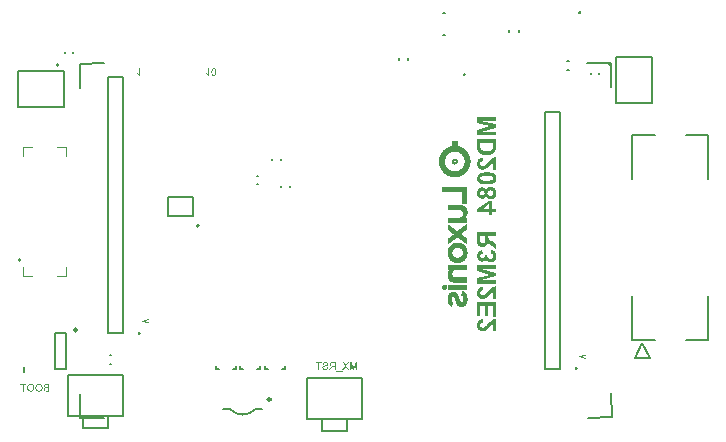
<source format=gbo>
G04*
G04 #@! TF.GenerationSoftware,Altium Limited,Altium Designer,23.8.1 (32)*
G04*
G04 Layer_Color=32896*
%FSLAX44Y44*%
%MOMM*%
G71*
G04*
G04 #@! TF.SameCoordinates,734B7F2F-E986-4DD8-8F6E-206143954E38*
G04*
G04*
G04 #@! TF.FilePolarity,Positive*
G04*
G01*
G75*
%ADD10C,0.2540*%
%ADD11C,0.1500*%
%ADD12C,0.2500*%
%ADD13C,0.2000*%
%ADD16C,0.1270*%
%ADD17C,0.1000*%
%ADD115C,0.1524*%
%ADD193C,0.1016*%
G36*
X389696Y226421D02*
X389740Y226377D01*
X389733Y222624D01*
X389747Y222521D01*
X389776Y222448D01*
X389806Y222419D01*
X389879Y222390D01*
X389952Y222375D01*
X390135Y222353D01*
X390237Y222338D01*
X390296Y222324D01*
X390391Y222287D01*
X390464Y222258D01*
X390545Y222236D01*
X390603Y222221D01*
X390750Y222207D01*
X390852Y222178D01*
X390932Y222141D01*
X391006Y222112D01*
X391086Y222090D01*
X391145Y222075D01*
X391247Y222060D01*
X391430Y221980D01*
X391503Y221951D01*
X391591Y221936D01*
X391686Y221914D01*
X391869Y221819D01*
X391964Y221797D01*
X392066Y221768D01*
X392140Y221738D01*
X392176Y221702D01*
X392249Y221673D01*
X392345Y221651D01*
X392447Y221621D01*
X392476Y221592D01*
X392505Y221578D01*
X392527Y221556D01*
X392601Y221526D01*
X392710Y221504D01*
X392798Y221446D01*
X392900Y221387D01*
X393018Y221358D01*
X393164Y221256D01*
X393222Y221241D01*
X393325Y221197D01*
X393354Y221182D01*
X393383Y221153D01*
X393413Y221138D01*
X393434Y221117D01*
X393515Y221095D01*
X393588Y221065D01*
X393632Y221021D01*
X393735Y220963D01*
X393837Y220919D01*
X393866Y220905D01*
X393925Y220846D01*
X393954Y220831D01*
X394108Y220765D01*
X394122Y220736D01*
X394174Y220700D01*
X394203Y220685D01*
X394305Y220641D01*
X394349Y220597D01*
X394510Y220509D01*
X394568Y220451D01*
X394729Y220363D01*
X394788Y220305D01*
X394920Y220231D01*
X394993Y220158D01*
X395095Y220100D01*
X395117Y220078D01*
X395198Y220012D01*
X395300Y219953D01*
X395381Y219873D01*
X395498Y219800D01*
X395512Y219770D01*
X395593Y219705D01*
X395622Y219690D01*
X395688Y219624D01*
X395768Y219558D01*
X395798Y219544D01*
X395827Y219514D01*
X395856Y219500D01*
X395944Y219412D01*
X395973Y219397D01*
X396076Y219295D01*
X396105Y219280D01*
X396134Y219251D01*
X396163Y219236D01*
X396185Y219214D01*
X396200Y219185D01*
X396237Y219149D01*
X396266Y219134D01*
X396295Y219105D01*
X396324Y219090D01*
X396332Y219068D01*
X396398Y219002D01*
X396427Y218988D01*
X396493Y218922D01*
X396507Y218892D01*
X396529Y218871D01*
X396558Y218856D01*
X396624Y218790D01*
X396661Y218739D01*
X396690Y218724D01*
X396771Y218644D01*
X396785Y218614D01*
X396822Y218578D01*
X396851Y218563D01*
X396888Y218527D01*
X396902Y218497D01*
X397049Y218351D01*
X397063Y218322D01*
X397114Y218271D01*
X397144Y218256D01*
X397180Y218205D01*
X397195Y218176D01*
X397298Y218073D01*
X397312Y218044D01*
X397341Y218015D01*
X397356Y217985D01*
X397444Y217897D01*
X397458Y217868D01*
X397488Y217839D01*
X397502Y217810D01*
X397575Y217736D01*
X397619Y217663D01*
X397707Y217576D01*
X397744Y217524D01*
X397802Y217437D01*
X397831Y217422D01*
X397868Y217371D01*
X397927Y217268D01*
X397941Y217239D01*
X398000Y217181D01*
X398058Y217078D01*
X398146Y216990D01*
X398212Y216866D01*
X398278Y216786D01*
X398351Y216654D01*
X398395Y216610D01*
X398468Y216507D01*
X398483Y216449D01*
X398512Y216420D01*
X398527Y216390D01*
X398556Y216361D01*
X398600Y216288D01*
X398629Y216215D01*
X398673Y216171D01*
X398746Y216039D01*
X398775Y215966D01*
X398819Y215922D01*
X398856Y215871D01*
X398892Y215776D01*
X398929Y215695D01*
X398995Y215615D01*
X399039Y215498D01*
X399068Y215425D01*
X399097Y215395D01*
X399134Y215344D01*
X399170Y215249D01*
X399185Y215191D01*
X399244Y215103D01*
X399302Y215000D01*
X399331Y214883D01*
X399404Y214781D01*
X399434Y214708D01*
X399463Y214605D01*
X399485Y214539D01*
X399543Y214452D01*
X399580Y214356D01*
X399595Y214298D01*
X399624Y214195D01*
X399683Y214108D01*
X399705Y214057D01*
X399726Y213976D01*
X399741Y213918D01*
X399770Y213815D01*
X399836Y213691D01*
X399873Y213537D01*
X399902Y213420D01*
X399982Y213252D01*
X400004Y213142D01*
X400019Y213083D01*
X400034Y212981D01*
X400085Y212857D01*
X400114Y212784D01*
X400136Y212688D01*
X400151Y212630D01*
X400165Y212484D01*
X400202Y212359D01*
X400246Y212242D01*
X400261Y212184D01*
X400275Y212111D01*
X400297Y211898D01*
X400312Y211840D01*
X400326Y211737D01*
X400348Y211657D01*
X400392Y211481D01*
X400407Y211408D01*
X400436Y211072D01*
X400451Y210896D01*
X400465Y210764D01*
X400480Y210676D01*
X400509Y210486D01*
X400524Y210355D01*
X400546Y210054D01*
X400560Y210011D01*
X400553Y208599D01*
X400517Y208196D01*
X400502Y208138D01*
X400480Y207940D01*
X400465Y207852D01*
X400451Y207735D01*
X400429Y207479D01*
X400414Y207245D01*
X400370Y207070D01*
X400348Y206989D01*
X400334Y206931D01*
X400304Y206770D01*
X400275Y206506D01*
X400246Y206389D01*
X400209Y206294D01*
X400180Y206221D01*
X400158Y206082D01*
X400144Y205965D01*
X400129Y205892D01*
X400114Y205833D01*
X400041Y205672D01*
X400026Y205614D01*
X400005Y205475D01*
X399975Y205358D01*
X399887Y205167D01*
X399873Y205109D01*
X399858Y205006D01*
X399778Y204823D01*
X399748Y204750D01*
X399726Y204655D01*
X399712Y204597D01*
X399668Y204494D01*
X399631Y204443D01*
X399602Y204370D01*
X399580Y204260D01*
X399521Y204128D01*
X399485Y204077D01*
X399456Y204004D01*
X399434Y203909D01*
X399404Y203836D01*
X399375Y203807D01*
X399317Y203704D01*
X399302Y203646D01*
X399273Y203543D01*
X399244Y203514D01*
X399192Y203433D01*
X399156Y203338D01*
X399141Y203280D01*
X399112Y203251D01*
X399097Y203221D01*
X399061Y203185D01*
X398995Y203002D01*
X398965Y202973D01*
X398951Y202943D01*
X398922Y202914D01*
X398907Y202885D01*
X398848Y202738D01*
X398805Y202694D01*
X398731Y202563D01*
X398717Y202504D01*
X398695Y202482D01*
X398629Y202402D01*
X398614Y202373D01*
X398571Y202270D01*
X398527Y202226D01*
X398439Y202065D01*
X398380Y202007D01*
X398292Y201846D01*
X398278Y201817D01*
X398234Y201773D01*
X398175Y201670D01*
X398146Y201641D01*
X398131Y201612D01*
X398110Y201604D01*
X398088Y201583D01*
X398029Y201480D01*
X398014Y201451D01*
X397941Y201378D01*
X397883Y201275D01*
X397868Y201246D01*
X397795Y201173D01*
X397751Y201100D01*
X397663Y201012D01*
X397619Y200939D01*
X397553Y200873D01*
X397488Y200792D01*
X397473Y200763D01*
X397385Y200675D01*
X397371Y200646D01*
X397341Y200617D01*
X397327Y200588D01*
X397239Y200500D01*
X397224Y200470D01*
X397195Y200441D01*
X397180Y200412D01*
X397063Y200295D01*
X397049Y200266D01*
X396997Y200214D01*
X396968Y200200D01*
X396946Y200178D01*
X396932Y200149D01*
X396771Y199988D01*
X396756Y199958D01*
X396734Y199936D01*
X396705Y199922D01*
X396654Y199870D01*
X396639Y199841D01*
X396602Y199805D01*
X396573Y199790D01*
X396427Y199644D01*
X396398Y199629D01*
X396376Y199607D01*
X396361Y199578D01*
X396310Y199527D01*
X396281Y199512D01*
X396134Y199366D01*
X396105Y199351D01*
X396017Y199263D01*
X395988Y199249D01*
X395959Y199219D01*
X395929Y199205D01*
X395863Y199139D01*
X395783Y199073D01*
X395754Y199058D01*
X395666Y198971D01*
X395593Y198927D01*
X395505Y198839D01*
X395432Y198795D01*
X395344Y198707D01*
X395242Y198649D01*
X395212Y198619D01*
X395183Y198605D01*
X395125Y198546D01*
X395022Y198488D01*
X394993Y198473D01*
X394986Y198451D01*
X394847Y198356D01*
X394817Y198341D01*
X394759Y198283D01*
X394634Y198217D01*
X394627Y198210D01*
X394613D01*
X394554Y198151D01*
X394393Y198063D01*
X394349Y198020D01*
X394188Y197932D01*
X394159Y197917D01*
X394115Y197873D01*
X394012Y197815D01*
X393939Y197785D01*
X393910Y197771D01*
X393866Y197727D01*
X393793Y197683D01*
X393691Y197639D01*
X393661Y197624D01*
X393632Y197595D01*
X393581Y197559D01*
X393486Y197522D01*
X393413Y197493D01*
X393383Y197463D01*
X393354Y197449D01*
X393332Y197427D01*
X393259Y197398D01*
X393178Y197376D01*
X393091Y197317D01*
X393040Y197281D01*
X392944Y197244D01*
X392842Y197215D01*
X392813Y197185D01*
X392783Y197171D01*
X392761Y197149D01*
X392688Y197120D01*
X392593Y197098D01*
X392513Y197061D01*
X392432Y196995D01*
X392257Y196951D01*
X392191Y196929D01*
X392074Y196856D01*
X391920Y196820D01*
X391818Y196776D01*
X391788Y196761D01*
X391766Y196739D01*
X391693Y196710D01*
X391620Y196695D01*
X391532Y196681D01*
X391437Y196659D01*
X391328Y196593D01*
X391254Y196564D01*
X391115Y196542D01*
X390998Y196512D01*
X390918Y196476D01*
X390801Y196432D01*
X390706Y196410D01*
X390530Y196381D01*
X390406Y196344D01*
X390267Y196293D01*
X390208Y196278D01*
X390106Y196264D01*
X389959Y196249D01*
X389842Y196220D01*
X389718Y196183D01*
X389601Y196154D01*
X389513Y196139D01*
X389242Y196117D01*
X389184Y196103D01*
X388986Y196081D01*
X388840Y196052D01*
X388781Y196037D01*
X388591Y196008D01*
X388401Y195993D01*
X387750Y195971D01*
X387252Y195956D01*
X386755Y195971D01*
X386170Y195986D01*
X385848Y196000D01*
X385650Y196022D01*
X385577Y196037D01*
X385518Y196052D01*
X385445Y196066D01*
X385270Y196095D01*
X385087Y196117D01*
X384794Y196147D01*
X384618Y196190D01*
X384538Y196212D01*
X384421Y196242D01*
X384253Y196264D01*
X384194Y196278D01*
X384092Y196293D01*
X384011Y196315D01*
X383850Y196373D01*
X383682Y196410D01*
X383580Y196425D01*
X383521Y196439D01*
X383389Y196498D01*
X383316Y196527D01*
X383126Y196556D01*
X383068Y196571D01*
X382972Y196622D01*
X382885Y196666D01*
X382812Y196681D01*
X382687Y196703D01*
X382585Y196747D01*
X382482Y196805D01*
X382307Y196849D01*
X382124Y196944D01*
X382043Y196966D01*
X381926Y196995D01*
X381824Y197068D01*
X381772Y197090D01*
X381692Y197112D01*
X381560Y197171D01*
X381429Y197244D01*
X381370Y197259D01*
X381268Y197303D01*
X381217Y197354D01*
X381077Y197405D01*
X381004Y197434D01*
X380975Y197463D01*
X380924Y197500D01*
X380785Y197551D01*
X380697Y197610D01*
X380595Y197668D01*
X380522Y197698D01*
X380492Y197727D01*
X380463Y197742D01*
X380397Y197793D01*
X380280Y197837D01*
X380200Y197903D01*
X380068Y197976D01*
X380039Y197990D01*
X379995Y198034D01*
X379966Y198049D01*
X379944Y198071D01*
X379848Y198107D01*
X379812Y198144D01*
X379731Y198210D01*
X379702Y198224D01*
X379629Y198254D01*
X379556Y198327D01*
X379424Y198400D01*
X379351Y198473D01*
X379219Y198546D01*
X379175Y198590D01*
X379073Y198663D01*
X379044Y198678D01*
X378993Y198729D01*
X378912Y198795D01*
X378883Y198810D01*
X378831Y198861D01*
X378751Y198927D01*
X378722Y198941D01*
X378634Y199029D01*
X378605Y199044D01*
X378575Y199073D01*
X378546Y199088D01*
X378458Y199175D01*
X378429Y199190D01*
X378400Y199219D01*
X378371Y199234D01*
X378305Y199300D01*
X378224Y199366D01*
X378195Y199380D01*
X378158Y199417D01*
X378144Y199446D01*
X378122Y199468D01*
X378093Y199483D01*
X377946Y199629D01*
X377917Y199644D01*
X377880Y199680D01*
X377866Y199709D01*
X377814Y199761D01*
X377785Y199775D01*
X377719Y199841D01*
X377705Y199870D01*
X377683Y199892D01*
X377654Y199907D01*
X377588Y199973D01*
X377573Y200002D01*
X377522Y200053D01*
X377493Y200068D01*
X377456Y200105D01*
X377441Y200134D01*
X377310Y200266D01*
X377295Y200295D01*
X377178Y200412D01*
X377163Y200441D01*
X377098Y200507D01*
X377032Y200588D01*
X377017Y200617D01*
X376951Y200683D01*
X376885Y200763D01*
X376871Y200792D01*
X376783Y200880D01*
X376746Y200931D01*
X376688Y201019D01*
X376659Y201034D01*
X376637Y201056D01*
X376578Y201158D01*
X376490Y201246D01*
X376417Y201378D01*
X376359Y201436D01*
X376300Y201539D01*
X376212Y201626D01*
X376154Y201729D01*
X376139Y201758D01*
X376095Y201802D01*
X376007Y201963D01*
X375949Y202021D01*
X375861Y202182D01*
X375846Y202212D01*
X375803Y202256D01*
X375766Y202307D01*
X375729Y202402D01*
X375700Y202431D01*
X375686Y202460D01*
X375642Y202504D01*
X375583Y202651D01*
X375569Y202680D01*
X375503Y202746D01*
X375466Y202841D01*
X375437Y202914D01*
X375393Y202958D01*
X375334Y203060D01*
X375320Y203119D01*
X375290Y203192D01*
X375247Y203236D01*
X375232Y203265D01*
X375210Y203287D01*
X375188Y203368D01*
X375151Y203463D01*
X375086Y203543D01*
X375064Y203594D01*
X375042Y203689D01*
X374998Y203792D01*
X374968Y203821D01*
X374932Y203872D01*
X374910Y203967D01*
X374851Y204099D01*
X374837Y204128D01*
X374815Y204150D01*
X374786Y204224D01*
X374764Y204333D01*
X374705Y204465D01*
X374691Y204494D01*
X374669Y204516D01*
X374639Y204589D01*
X374617Y204714D01*
X374508Y204955D01*
X374486Y205065D01*
X374471Y205124D01*
X374442Y205226D01*
X374376Y205350D01*
X374354Y205460D01*
X374339Y205519D01*
X374325Y205621D01*
X374310Y205679D01*
X374222Y205870D01*
X374208Y206016D01*
X374193Y206075D01*
X374178Y206177D01*
X374127Y206345D01*
X374098Y206418D01*
X374061Y206631D01*
X374047Y206777D01*
X374032Y206879D01*
X374003Y206982D01*
X373988Y207040D01*
X373966Y207121D01*
X373952Y207179D01*
X373937Y207267D01*
X373915Y207611D01*
X373900Y207714D01*
X373864Y208013D01*
X373849Y208101D01*
X373827Y208328D01*
X373813Y208372D01*
X373798Y208957D01*
X373783Y209001D01*
X373791Y209696D01*
X373805Y210077D01*
X373820Y210267D01*
X373834Y210428D01*
X373849Y210545D01*
X373864Y210618D01*
X373893Y210808D01*
X373908Y210954D01*
X373930Y211313D01*
X373944Y211371D01*
X373959Y211474D01*
X373974Y211532D01*
X373996Y211613D01*
X374010Y211672D01*
X374032Y211767D01*
X374047Y211810D01*
X374061Y212015D01*
X374076Y212074D01*
X374091Y212176D01*
X374142Y212344D01*
X374171Y212418D01*
X374193Y212513D01*
X374222Y212718D01*
X374237Y212776D01*
X374288Y212901D01*
X374317Y212974D01*
X374332Y213032D01*
X374354Y213186D01*
X374369Y213244D01*
X374449Y213413D01*
X374464Y213471D01*
X374486Y213581D01*
X374515Y213683D01*
X374595Y213837D01*
X374610Y213896D01*
X374632Y214020D01*
X374661Y214093D01*
X374720Y214181D01*
X374742Y214232D01*
X374778Y214386D01*
X374822Y214488D01*
X374859Y214525D01*
X374910Y214664D01*
X374925Y214722D01*
X374961Y214803D01*
X375034Y214920D01*
X375056Y215015D01*
X375086Y215088D01*
X375108Y215110D01*
X375181Y215227D01*
X375203Y215322D01*
X375261Y215410D01*
X375298Y215461D01*
X375334Y215556D01*
X375371Y215637D01*
X375437Y215717D01*
X375495Y215878D01*
X375517Y215900D01*
X375583Y215981D01*
X375642Y216127D01*
X375686Y216171D01*
X375773Y216332D01*
X375788Y216361D01*
X375832Y216405D01*
X375920Y216566D01*
X375934Y216595D01*
X375956Y216602D01*
X375978Y216625D01*
X376051Y216756D01*
X376066Y216786D01*
X376110Y216829D01*
X376198Y216990D01*
X376234Y217027D01*
X376264Y217041D01*
X376329Y217166D01*
X376403Y217239D01*
X376476Y217371D01*
X376527Y217422D01*
X376593Y217502D01*
X376607Y217532D01*
X376659Y217583D01*
X376724Y217663D01*
X376739Y217693D01*
X376827Y217780D01*
X376871Y217854D01*
X376973Y217956D01*
X376988Y217985D01*
X377017Y218015D01*
X377032Y218044D01*
X377119Y218132D01*
X377134Y218161D01*
X377163Y218190D01*
X377178Y218220D01*
X377295Y218337D01*
X377310Y218366D01*
X377346Y218402D01*
X377376Y218417D01*
X377412Y218454D01*
X377427Y218483D01*
X377573Y218629D01*
X377588Y218658D01*
X377610Y218680D01*
X377639Y218695D01*
X377668Y218724D01*
X377741Y218812D01*
X377771Y218827D01*
X377866Y218922D01*
X377880Y218951D01*
X377902Y218958D01*
X377932Y218988D01*
X377961Y219002D01*
X377983Y219024D01*
X377997Y219053D01*
X378049Y219105D01*
X378078Y219119D01*
X378195Y219236D01*
X378224Y219251D01*
X378305Y219331D01*
X378385Y219397D01*
X378414Y219412D01*
X378480Y219478D01*
X378561Y219544D01*
X378590Y219558D01*
X378678Y219646D01*
X378751Y219690D01*
X378853Y219792D01*
X378978Y219873D01*
X379014Y219924D01*
X379117Y219983D01*
X379146Y219997D01*
X379212Y220063D01*
X379373Y220166D01*
X379388Y220195D01*
X379424Y220217D01*
X379526Y220275D01*
X379570Y220319D01*
X379600Y220334D01*
X379636Y220370D01*
X379731Y220407D01*
X379768Y220443D01*
X379856Y220517D01*
X379951Y220553D01*
X379995Y220597D01*
X380024Y220612D01*
X380053Y220641D01*
X380083Y220656D01*
X380185Y220700D01*
X380265Y220780D01*
X380361Y220817D01*
X380434Y220846D01*
X380478Y220890D01*
X380529Y220926D01*
X380624Y220963D01*
X380799Y221080D01*
X380858Y221095D01*
X380961Y221138D01*
X380990Y221168D01*
X381041Y221204D01*
X381180Y221256D01*
X381246Y221292D01*
X381363Y221365D01*
X381473Y221387D01*
X381560Y221446D01*
X381641Y221497D01*
X381721Y221519D01*
X381853Y221578D01*
X381934Y221629D01*
X382087Y221665D01*
X382299Y221775D01*
X382468Y221812D01*
X382650Y221907D01*
X382709Y221921D01*
X382877Y221958D01*
X383009Y222017D01*
X383031Y222038D01*
X383111Y222060D01*
X383170Y222075D01*
X383272Y222090D01*
X383331Y222104D01*
X383514Y222185D01*
X383572Y222199D01*
X383697Y222221D01*
X383872Y222251D01*
X383997Y222302D01*
X384070Y222331D01*
X384209Y222353D01*
X384311Y222368D01*
X384458Y222382D01*
X384531Y222412D01*
X384597Y222492D01*
X384611Y222580D01*
X384626Y222638D01*
X384611Y222682D01*
X384618Y226157D01*
X384611Y226340D01*
X384641Y226413D01*
X384699Y226428D01*
X389550Y226421D01*
X389594Y226436D01*
X389696Y226421D01*
D02*
G37*
G36*
X397510Y187733D02*
X397568Y187718D01*
X397605Y187682D01*
X397619Y176342D01*
Y176327D01*
Y173693D01*
X397634Y173635D01*
X397605Y173518D01*
X397568Y173481D01*
X393632Y173466D01*
X393581Y173518D01*
X393566Y183087D01*
X393552Y183146D01*
X393530Y183168D01*
X376468Y183182D01*
X376366Y183212D01*
X376344Y183234D01*
X376329Y183307D01*
X376344Y183453D01*
X376329Y183497D01*
X376337Y187382D01*
X376329Y187550D01*
X376344Y187652D01*
X376381Y187689D01*
X376432Y187726D01*
X376549Y187740D01*
X397510Y187733D01*
D02*
G37*
G36*
X391554Y172545D02*
X391657Y172530D01*
X392242Y172515D01*
X392476Y172501D01*
X392622Y172486D01*
X392820Y172464D01*
X393054Y172406D01*
X393142Y172391D01*
X393325Y172369D01*
X393383Y172354D01*
X393486Y172340D01*
X393581Y172303D01*
X393720Y172252D01*
X393778Y172237D01*
X393881Y172223D01*
X393998Y172194D01*
X394093Y172142D01*
X394166Y172113D01*
X394225Y172098D01*
X394320Y172076D01*
X394422Y172033D01*
X394554Y171959D01*
X394642Y171945D01*
X394744Y171901D01*
X394795Y171850D01*
X394890Y171813D01*
X394993Y171784D01*
X395037Y171740D01*
X395139Y171681D01*
X395242Y171637D01*
X395271Y171623D01*
X395278Y171601D01*
X395388Y171535D01*
X395461Y171506D01*
X395498Y171469D01*
X395637Y171374D01*
X395666Y171359D01*
X395739Y171286D01*
X395871Y171213D01*
X395922Y171162D01*
X396003Y171096D01*
X396032Y171081D01*
X396149Y170964D01*
X396178Y170950D01*
X396215Y170913D01*
X396229Y170884D01*
X396266Y170847D01*
X396295Y170833D01*
X396376Y170752D01*
X396390Y170723D01*
X396412Y170701D01*
X396441Y170686D01*
X396493Y170635D01*
X396507Y170606D01*
X396588Y170525D01*
X396654Y170445D01*
X396668Y170416D01*
X396756Y170328D01*
X396771Y170299D01*
X396829Y170211D01*
X396844Y170182D01*
X396902Y170123D01*
X396961Y170021D01*
X397019Y169962D01*
X397107Y169801D01*
X397122Y169772D01*
X397151Y169743D01*
X397224Y169611D01*
X397254Y169538D01*
X397283Y169508D01*
X397356Y169377D01*
X397371Y169318D01*
X397407Y169238D01*
X397480Y169121D01*
X397502Y169040D01*
X397517Y168982D01*
X397612Y168799D01*
X397627Y168740D01*
X397649Y168631D01*
X397671Y168550D01*
X397700Y168477D01*
X397744Y168389D01*
X397758Y168330D01*
X397795Y168118D01*
X397810Y168060D01*
X397839Y167957D01*
X397861Y167892D01*
X397890Y167775D01*
X397905Y167687D01*
X397927Y167431D01*
X397941Y167328D01*
X397963Y167131D01*
X397985Y166904D01*
X398000Y166860D01*
X398014Y166158D01*
X398000Y165836D01*
X397985Y165777D01*
X397963Y165580D01*
X397949Y165463D01*
X397927Y165236D01*
X397912Y165133D01*
X397897Y164987D01*
X397883Y164928D01*
X397817Y164716D01*
X397795Y164607D01*
X397780Y164548D01*
X397751Y164373D01*
X397671Y164204D01*
X397656Y164146D01*
X397619Y163977D01*
X397524Y163794D01*
X397495Y163678D01*
X397473Y163597D01*
X397400Y163494D01*
X397363Y163399D01*
X397341Y163319D01*
X397283Y163231D01*
X397246Y163180D01*
X397210Y163085D01*
X397180Y163012D01*
X397136Y162968D01*
X397078Y162865D01*
X397049Y162792D01*
X397005Y162748D01*
X396917Y162587D01*
X396844Y162514D01*
X396771Y162383D01*
X396698Y162309D01*
X396639Y162207D01*
X396588Y162156D01*
X396522Y162075D01*
X396507Y162046D01*
X396390Y161929D01*
X396376Y161900D01*
X396324Y161848D01*
X396295Y161834D01*
X396259Y161797D01*
X396185Y161665D01*
X396193Y161614D01*
X397510Y161600D01*
X397583Y161570D01*
X397605Y161549D01*
X397619Y157451D01*
X397605Y157393D01*
X397561Y157364D01*
X397473Y157349D01*
X381824Y157356D01*
X381634Y157342D01*
X381531Y157356D01*
X381494Y157393D01*
X381480Y161768D01*
X381516Y161848D01*
X381568Y161885D01*
X390925Y161878D01*
X391291Y161892D01*
X391349Y161907D01*
X391525Y161936D01*
X391584Y161951D01*
X391891Y161995D01*
X391949Y162009D01*
X392023Y162039D01*
X392044Y162061D01*
X392183Y162112D01*
X392242Y162127D01*
X392345Y162170D01*
X392374Y162185D01*
X392410Y162222D01*
X392505Y162258D01*
X392579Y162287D01*
X392637Y162346D01*
X392769Y162419D01*
X392798Y162434D01*
X392871Y162507D01*
X392944Y162551D01*
X392995Y162602D01*
X393010Y162631D01*
X393032Y162653D01*
X393061Y162668D01*
X393142Y162748D01*
X393157Y162778D01*
X393193Y162814D01*
X393222Y162829D01*
X393303Y162938D01*
X393317Y162968D01*
X393376Y163026D01*
X393434Y163129D01*
X393508Y163231D01*
X393625Y163451D01*
X393698Y163582D01*
X393727Y163699D01*
X393793Y163853D01*
X393837Y163970D01*
X393852Y164087D01*
X393866Y164175D01*
X393910Y164351D01*
X393925Y164424D01*
X393947Y164563D01*
X393961Y164621D01*
X393976Y164943D01*
Y164958D01*
X393961Y165250D01*
X393947Y165397D01*
X393932Y165455D01*
X393917Y165558D01*
X393895Y165638D01*
X393881Y165697D01*
X393866Y165770D01*
X393844Y165909D01*
X393830Y166011D01*
X393727Y166231D01*
X393713Y166289D01*
X393683Y166392D01*
X393639Y166465D01*
X393581Y166567D01*
X393537Y166670D01*
X393522Y166699D01*
X393464Y166758D01*
X393405Y166860D01*
X393391Y166889D01*
X393369Y166911D01*
X393339Y166926D01*
X393332Y166948D01*
X393303Y166977D01*
X393288Y167006D01*
X393244Y167050D01*
X393230Y167080D01*
X393200Y167094D01*
X393186Y167123D01*
X393032Y167277D01*
X393003Y167292D01*
X392974Y167321D01*
X392944Y167335D01*
X392886Y167394D01*
X392783Y167467D01*
X392754Y167482D01*
X392674Y167562D01*
X392601Y167592D01*
X392505Y167628D01*
X392439Y167694D01*
X392366Y167723D01*
X392286Y167745D01*
X392037Y167862D01*
X391920Y167877D01*
X391803Y167906D01*
X391701Y167936D01*
X391576Y167972D01*
X391488Y167987D01*
X391357Y168001D01*
X381772Y168016D01*
X381590Y168009D01*
X381531Y168023D01*
X381494Y168060D01*
X381480Y172391D01*
X381494Y172493D01*
X381539Y172537D01*
X381597Y172552D01*
X391554Y172545D01*
D02*
G37*
G36*
X397605Y156603D02*
X397627Y156552D01*
X397619Y152096D01*
X397634Y151994D01*
X397605Y151876D01*
X397546Y151818D01*
X397532Y151789D01*
X397510Y151767D01*
X397407Y151708D01*
X397334Y151635D01*
X397232Y151562D01*
X397202Y151547D01*
X397159Y151503D01*
X397056Y151430D01*
X397027Y151416D01*
X396954Y151342D01*
X396851Y151284D01*
X396763Y151196D01*
X396690Y151152D01*
X396639Y151101D01*
X396500Y151006D01*
X396471Y150991D01*
X396398Y150918D01*
X396295Y150860D01*
X396207Y150772D01*
X396134Y150728D01*
X396046Y150640D01*
X396017Y150625D01*
X395929Y150567D01*
X395900Y150552D01*
X395842Y150494D01*
X395739Y150435D01*
X395688Y150384D01*
X395607Y150318D01*
X395578Y150303D01*
X395490Y150216D01*
X395388Y150157D01*
X395337Y150106D01*
X395198Y150011D01*
X395168Y149996D01*
X395132Y149960D01*
X395051Y149894D01*
X395022Y149879D01*
X394934Y149791D01*
X394832Y149733D01*
X394759Y149660D01*
X394656Y149601D01*
X394627Y149572D01*
X394495Y149469D01*
X394466Y149455D01*
X394378Y149367D01*
X394276Y149309D01*
X394203Y149235D01*
X394100Y149177D01*
X394042Y149118D01*
X393939Y149045D01*
X393910Y149031D01*
X393852Y148972D01*
X393749Y148899D01*
X393720Y148884D01*
X393698Y148862D01*
X393683Y148833D01*
X393559Y148752D01*
X393530Y148738D01*
X393456Y148665D01*
X393354Y148606D01*
X393281Y148533D01*
X393208Y148489D01*
X393178Y148460D01*
X393149Y148445D01*
X393142Y148423D01*
X393120Y148401D01*
X393018Y148343D01*
X392981Y148306D01*
X392900Y148240D01*
X392798Y148182D01*
X392732Y148116D01*
X392615Y148043D01*
X392571Y147970D01*
X392615Y147867D01*
X392754Y147772D01*
X392783Y147758D01*
X392856Y147684D01*
X392981Y147604D01*
X393018Y147553D01*
X393120Y147494D01*
X393193Y147421D01*
X393325Y147348D01*
X393398Y147275D01*
X393500Y147216D01*
X393574Y147143D01*
X393676Y147070D01*
X393705Y147055D01*
X393749Y147011D01*
X393852Y146938D01*
X393881Y146924D01*
X393903Y146902D01*
X393983Y146836D01*
X394086Y146777D01*
X394108Y146755D01*
X394122Y146726D01*
X394217Y146660D01*
X394247Y146645D01*
X394298Y146594D01*
X394437Y146499D01*
X394466Y146484D01*
X394525Y146426D01*
X394627Y146367D01*
X394700Y146294D01*
X394751Y146258D01*
X394839Y146199D01*
X394854Y146170D01*
X394978Y146089D01*
X395008Y146075D01*
X395081Y146002D01*
X395110Y145987D01*
X395198Y145928D01*
X395227Y145914D01*
X395234Y145892D01*
X395256Y145870D01*
X395359Y145811D01*
X395447Y145724D01*
X395549Y145665D01*
X395578Y145636D01*
X395607Y145621D01*
X395615Y145599D01*
X395651Y145577D01*
X395754Y145519D01*
X395842Y145431D01*
X395871Y145416D01*
X395966Y145351D01*
X395980Y145321D01*
X396105Y145241D01*
X396134Y145226D01*
X396193Y145168D01*
X396295Y145109D01*
X396383Y145021D01*
X396485Y144963D01*
X396544Y144904D01*
X396646Y144831D01*
X396675Y144816D01*
X396698Y144795D01*
X396778Y144729D01*
X396880Y144670D01*
X396954Y144597D01*
X397027Y144553D01*
X397093Y144487D01*
X397232Y144392D01*
X397261Y144377D01*
X397319Y144319D01*
X397422Y144260D01*
X397539Y144143D01*
X397568Y144129D01*
X397612Y144085D01*
X397627Y144026D01*
X397619Y139263D01*
X397605Y139205D01*
X397568Y139168D01*
X397510Y139183D01*
X397422Y139242D01*
X397393Y139256D01*
X397356Y139293D01*
X397276Y139359D01*
X397246Y139373D01*
X397173Y139446D01*
X397041Y139520D01*
X396968Y139593D01*
X396866Y139651D01*
X396778Y139739D01*
X396675Y139797D01*
X396588Y139885D01*
X396485Y139944D01*
X396456Y139958D01*
X396412Y140002D01*
X396310Y140076D01*
X396281Y140090D01*
X396222Y140149D01*
X396120Y140222D01*
X396090Y140237D01*
X396046Y140280D01*
X395944Y140354D01*
X395915Y140368D01*
X395842Y140441D01*
X395812Y140456D01*
X395724Y140514D01*
X395695Y140529D01*
X395688Y140551D01*
X395666Y140573D01*
X395564Y140632D01*
X395476Y140719D01*
X395344Y140793D01*
X395271Y140866D01*
X395168Y140924D01*
X395110Y140983D01*
X395008Y141056D01*
X394978Y141070D01*
X394905Y141144D01*
X394803Y141202D01*
X394751Y141253D01*
X394613Y141349D01*
X394583Y141363D01*
X394547Y141400D01*
X394466Y141466D01*
X394437Y141480D01*
X394386Y141531D01*
X394247Y141627D01*
X394217Y141641D01*
X394159Y141700D01*
X394056Y141758D01*
X393969Y141846D01*
X393866Y141905D01*
X393778Y141992D01*
X393676Y142051D01*
X393647Y142066D01*
X393603Y142109D01*
X393500Y142183D01*
X393471Y142197D01*
X393398Y142270D01*
X393325Y142314D01*
X393296Y142344D01*
X393266Y142358D01*
X393259Y142380D01*
X393135Y142461D01*
X393105Y142475D01*
X393047Y142534D01*
X393018Y142548D01*
X392915Y142621D01*
X392886Y142636D01*
X392878Y142658D01*
X392856Y142680D01*
X392754Y142739D01*
X392666Y142826D01*
X392535Y142900D01*
X392461Y142973D01*
X392359Y143031D01*
X392300Y143090D01*
X392198Y143163D01*
X392169Y143178D01*
X392096Y143251D01*
X391993Y143309D01*
X391942Y143361D01*
X391803Y143456D01*
X391774Y143470D01*
X391752Y143492D01*
X391737Y143521D01*
X391657Y143573D01*
X391627Y143587D01*
X391576Y143638D01*
X391437Y143734D01*
X391408Y143748D01*
X391349Y143807D01*
X391247Y143865D01*
X391159Y143953D01*
X391057Y144012D01*
X390984Y144085D01*
X390881Y144143D01*
X390852Y144173D01*
X390823Y144187D01*
X390793Y144216D01*
X390691Y144290D01*
X390662Y144304D01*
X390588Y144377D01*
X390515Y144421D01*
X390464Y144473D01*
X390325Y144568D01*
X390296Y144582D01*
X390237Y144641D01*
X390135Y144699D01*
X390106Y144729D01*
X390076Y144743D01*
X390069Y144765D01*
X390047Y144787D01*
X389945Y144846D01*
X389857Y144933D01*
X389725Y145007D01*
X389674Y145058D01*
X389594Y145124D01*
X389462Y145138D01*
X389389Y145109D01*
X389359Y145094D01*
X389272Y145007D01*
X389169Y144948D01*
X389140Y144933D01*
X389081Y144875D01*
X388979Y144816D01*
X388935Y144773D01*
X388803Y144670D01*
X388774Y144656D01*
X388738Y144619D01*
X388599Y144524D01*
X388569Y144509D01*
X388525Y144465D01*
X388423Y144392D01*
X388394Y144377D01*
X388372Y144355D01*
X388357Y144326D01*
X388262Y144275D01*
X388233Y144246D01*
X388204Y144231D01*
X388167Y144194D01*
X388028Y144099D01*
X387999Y144085D01*
X387977Y144063D01*
X387896Y143997D01*
X387867Y143982D01*
X387779Y143895D01*
X387677Y143836D01*
X387648Y143821D01*
X387574Y143748D01*
X387545Y143734D01*
X387457Y143675D01*
X387326Y143573D01*
X387296Y143558D01*
X387208Y143470D01*
X387106Y143412D01*
X387077Y143397D01*
X387018Y143338D01*
X386916Y143280D01*
X386857Y143222D01*
X386755Y143148D01*
X386726Y143134D01*
X386652Y143061D01*
X386550Y143002D01*
X386521Y142973D01*
X386492Y142958D01*
X386448Y142914D01*
X386345Y142856D01*
X386287Y142797D01*
X386184Y142724D01*
X386155Y142709D01*
X386126Y142680D01*
X386118Y142673D01*
X386067Y142621D01*
X385965Y142563D01*
X385936Y142548D01*
X385877Y142490D01*
X385774Y142431D01*
X385716Y142373D01*
X385614Y142300D01*
X385584Y142285D01*
X385496Y142197D01*
X385394Y142139D01*
X385365Y142124D01*
X385306Y142066D01*
X385204Y142007D01*
X385145Y141948D01*
X385043Y141875D01*
X385014Y141861D01*
X384962Y141810D01*
X384823Y141714D01*
X384794Y141700D01*
X384736Y141641D01*
X384633Y141583D01*
X384575Y141524D01*
X384472Y141451D01*
X384443Y141436D01*
X384370Y141363D01*
X384341Y141349D01*
X384253Y141290D01*
X384224Y141275D01*
X384194Y141246D01*
X384092Y141173D01*
X384063Y141158D01*
X384004Y141100D01*
X383901Y141027D01*
X383872Y141012D01*
X383799Y140939D01*
X383697Y140880D01*
X383667Y140866D01*
X383624Y140822D01*
X383521Y140749D01*
X383492Y140734D01*
X383433Y140675D01*
X383331Y140602D01*
X383302Y140588D01*
X383228Y140514D01*
X383126Y140456D01*
X383097Y140441D01*
X383053Y140398D01*
X382951Y140324D01*
X382921Y140310D01*
X382899Y140288D01*
X382885Y140258D01*
X382760Y140178D01*
X382731Y140163D01*
X382658Y140090D01*
X382555Y140032D01*
X382526Y140017D01*
X382504Y139995D01*
X382490Y139966D01*
X382343Y139878D01*
X382329Y139849D01*
X382190Y139754D01*
X382160Y139739D01*
X382109Y139688D01*
X381948Y139585D01*
X381934Y139556D01*
X381809Y139476D01*
X381780Y139461D01*
X381677Y139359D01*
X381648Y139344D01*
X381604Y139300D01*
X381531Y139285D01*
X381494Y139322D01*
X381480Y143902D01*
X381494Y144004D01*
X381509Y144063D01*
X381546Y144099D01*
X381648Y144158D01*
X381677Y144173D01*
X381736Y144231D01*
X381838Y144290D01*
X381926Y144377D01*
X382029Y144436D01*
X382116Y144524D01*
X382219Y144582D01*
X382248Y144597D01*
X382307Y144656D01*
X382409Y144714D01*
X382497Y144802D01*
X382599Y144860D01*
X382672Y144933D01*
X382775Y144992D01*
X382819Y145036D01*
X382848Y145051D01*
X382877Y145080D01*
X382980Y145138D01*
X383024Y145182D01*
X383155Y145285D01*
X383185Y145299D01*
X383258Y145372D01*
X383360Y145431D01*
X383389Y145446D01*
X383397Y145468D01*
X383536Y145563D01*
X383565Y145577D01*
X383587Y145599D01*
X383602Y145628D01*
X383726Y145709D01*
X383755Y145724D01*
X383814Y145782D01*
X383916Y145841D01*
X383989Y145914D01*
X384092Y145972D01*
X384121Y146002D01*
X384150Y146016D01*
X384158Y146038D01*
X384253Y146104D01*
X384282Y146119D01*
X384304Y146141D01*
X384384Y146207D01*
X384487Y146265D01*
X384560Y146338D01*
X384663Y146397D01*
X384721Y146455D01*
X384823Y146528D01*
X384853Y146543D01*
X384889Y146580D01*
X385028Y146675D01*
X385057Y146689D01*
X385131Y146763D01*
X385233Y146821D01*
X385306Y146894D01*
X385409Y146953D01*
X385460Y147004D01*
X385599Y147099D01*
X385628Y147114D01*
X385701Y147187D01*
X385804Y147245D01*
X385862Y147304D01*
X385965Y147377D01*
X385994Y147392D01*
X386016Y147414D01*
X386096Y147479D01*
X386126Y147494D01*
X386199Y147523D01*
X386235Y147575D01*
X386221Y147633D01*
X386162Y147692D01*
X386082Y147758D01*
X386009Y147801D01*
X385936Y147875D01*
X385833Y147933D01*
X385804Y147962D01*
X385774Y147977D01*
X385745Y148006D01*
X385643Y148079D01*
X385614Y148094D01*
X385540Y148167D01*
X385467Y148211D01*
X385379Y148299D01*
X385248Y148372D01*
X385175Y148445D01*
X385072Y148504D01*
X384984Y148591D01*
X384882Y148650D01*
X384794Y148738D01*
X384692Y148796D01*
X384663Y148811D01*
X384604Y148870D01*
X384501Y148928D01*
X384428Y149001D01*
X384326Y149074D01*
X384297Y149089D01*
X384238Y149148D01*
X384136Y149206D01*
X384070Y149272D01*
X383909Y149374D01*
X383894Y149404D01*
X383872Y149426D01*
X383770Y149484D01*
X383682Y149572D01*
X383580Y149630D01*
X383550Y149645D01*
X383507Y149689D01*
X383404Y149762D01*
X383375Y149777D01*
X383316Y149835D01*
X383214Y149909D01*
X383185Y149923D01*
X383111Y149996D01*
X383009Y150055D01*
X382987Y150077D01*
X382907Y150143D01*
X382804Y150201D01*
X382768Y150238D01*
X382753Y150267D01*
X382658Y150318D01*
X382570Y150406D01*
X382438Y150479D01*
X382365Y150552D01*
X382263Y150611D01*
X382175Y150699D01*
X382073Y150757D01*
X381999Y150830D01*
X381897Y150889D01*
X381868Y150918D01*
X381838Y150933D01*
X381795Y150977D01*
X381692Y151035D01*
X381604Y151123D01*
X381531Y151167D01*
X381494Y151218D01*
X381480Y156091D01*
X381502Y156171D01*
X381590Y156186D01*
X381707Y156069D01*
X381736Y156054D01*
X381809Y155981D01*
X381941Y155908D01*
X382014Y155835D01*
X382116Y155776D01*
X382175Y155717D01*
X382277Y155644D01*
X382307Y155630D01*
X382380Y155557D01*
X382482Y155498D01*
X382533Y155447D01*
X382672Y155352D01*
X382702Y155337D01*
X382738Y155301D01*
X382819Y155235D01*
X382848Y155220D01*
X382936Y155132D01*
X383038Y155074D01*
X383068Y155059D01*
X383111Y155015D01*
X383214Y154942D01*
X383243Y154927D01*
X383316Y154854D01*
X383419Y154796D01*
X383507Y154708D01*
X383609Y154649D01*
X383682Y154576D01*
X383814Y154503D01*
X383887Y154430D01*
X383960Y154386D01*
X384026Y154320D01*
X384165Y154225D01*
X384194Y154210D01*
X384253Y154152D01*
X384355Y154093D01*
X384443Y154005D01*
X384545Y153947D01*
X384604Y153888D01*
X384706Y153815D01*
X384736Y153801D01*
X384809Y153728D01*
X384911Y153669D01*
X384940Y153654D01*
X385014Y153581D01*
X385087Y153537D01*
X385116Y153508D01*
X385145Y153493D01*
X385153Y153471D01*
X385175Y153449D01*
X385204Y153435D01*
X385292Y153376D01*
X385321Y153362D01*
X385379Y153303D01*
X385482Y153245D01*
X385540Y153186D01*
X385643Y153113D01*
X385672Y153098D01*
X385745Y153025D01*
X385848Y152967D01*
X385899Y152915D01*
X386038Y152820D01*
X386067Y152806D01*
X386126Y152747D01*
X386199Y152703D01*
X386228Y152674D01*
X386257Y152659D01*
X386265Y152637D01*
X386404Y152542D01*
X386433Y152528D01*
X386492Y152469D01*
X386594Y152411D01*
X386682Y152323D01*
X386784Y152264D01*
X386843Y152206D01*
X386945Y152133D01*
X386974Y152118D01*
X387048Y152045D01*
X387077Y152030D01*
X387165Y151972D01*
X387194Y151957D01*
X387252Y151898D01*
X387377Y151818D01*
X387391Y151789D01*
X387530Y151694D01*
X387560Y151679D01*
X387618Y151620D01*
X387721Y151562D01*
X387779Y151503D01*
X387882Y151430D01*
X387911Y151416D01*
X387984Y151342D01*
X388086Y151284D01*
X388174Y151196D01*
X388277Y151138D01*
X388306Y151123D01*
X388335Y151094D01*
X388467Y150991D01*
X388496Y150977D01*
X388525Y150933D01*
X388628Y150874D01*
X388679Y150823D01*
X388818Y150728D01*
X388847Y150713D01*
X388921Y150640D01*
X389023Y150582D01*
X389125Y150479D01*
X389228Y150421D01*
X389286Y150406D01*
X389418Y150464D01*
X389447Y150479D01*
X389506Y150538D01*
X389608Y150611D01*
X389637Y150625D01*
X389696Y150684D01*
X389776Y150735D01*
X389864Y150794D01*
X389879Y150823D01*
X389989Y150889D01*
X390076Y150977D01*
X390179Y151035D01*
X390230Y151086D01*
X390369Y151181D01*
X390398Y151196D01*
X390471Y151269D01*
X390574Y151328D01*
X390647Y151401D01*
X390720Y151445D01*
X390808Y151533D01*
X390940Y151606D01*
X391013Y151679D01*
X391115Y151737D01*
X391159Y151781D01*
X391291Y151884D01*
X391320Y151898D01*
X391379Y151957D01*
X391481Y152015D01*
X391510Y152045D01*
X391642Y152147D01*
X391671Y152162D01*
X391701Y152191D01*
X391832Y152294D01*
X391861Y152308D01*
X391935Y152381D01*
X392037Y152440D01*
X392088Y152491D01*
X392227Y152586D01*
X392257Y152601D01*
X392330Y152674D01*
X392403Y152718D01*
X392461Y152776D01*
X392564Y152850D01*
X392593Y152864D01*
X392630Y152901D01*
X392769Y152996D01*
X392798Y153011D01*
X392871Y153084D01*
X392995Y153164D01*
X393010Y153193D01*
X393032Y153215D01*
X393164Y153288D01*
X393237Y153362D01*
X393339Y153420D01*
X393427Y153508D01*
X393530Y153567D01*
X393588Y153625D01*
X393691Y153698D01*
X393720Y153713D01*
X393771Y153764D01*
X393910Y153859D01*
X393939Y153874D01*
X393998Y153932D01*
X394071Y153976D01*
X394159Y154064D01*
X394261Y154123D01*
X394313Y154174D01*
X394451Y154269D01*
X394481Y154284D01*
X394554Y154357D01*
X394656Y154415D01*
X394678Y154437D01*
X394693Y154466D01*
X394788Y154532D01*
X394817Y154547D01*
X394839Y154569D01*
X394920Y154635D01*
X395022Y154693D01*
X395081Y154752D01*
X395183Y154825D01*
X395212Y154840D01*
X395271Y154898D01*
X395373Y154971D01*
X395403Y154986D01*
X395447Y155030D01*
X395549Y155103D01*
X395578Y155118D01*
X395651Y155191D01*
X395754Y155249D01*
X395812Y155308D01*
X395915Y155381D01*
X395944Y155396D01*
X396017Y155469D01*
X396120Y155527D01*
X396149Y155557D01*
X396178Y155571D01*
X396185Y155593D01*
X396222Y155615D01*
X396346Y155695D01*
X396383Y155747D01*
X396485Y155805D01*
X396573Y155893D01*
X396705Y155966D01*
X396778Y156039D01*
X396880Y156098D01*
X396932Y156149D01*
X397012Y156215D01*
X397041Y156230D01*
X397114Y156303D01*
X397246Y156376D01*
X397319Y156449D01*
X397422Y156508D01*
X397524Y156610D01*
X397605Y156603D01*
D02*
G37*
G36*
X389981Y140741D02*
X390186Y140727D01*
X390347Y140712D01*
X390464Y140697D01*
X390588Y140675D01*
X390647Y140661D01*
X390793Y140646D01*
X390896Y140632D01*
X391218Y140602D01*
X391335Y140573D01*
X391503Y140522D01*
X391562Y140507D01*
X391715Y140485D01*
X391774Y140471D01*
X391876Y140456D01*
X391949Y140427D01*
X392074Y140375D01*
X392315Y140324D01*
X392469Y140258D01*
X392586Y140215D01*
X392644Y140200D01*
X392739Y140178D01*
X392849Y140112D01*
X392922Y140083D01*
X393003Y140061D01*
X393135Y140002D01*
X393164Y139988D01*
X393186Y139966D01*
X393369Y139900D01*
X393442Y139856D01*
X393493Y139819D01*
X393588Y139783D01*
X393691Y139739D01*
X393720Y139710D01*
X393852Y139637D01*
X393925Y139607D01*
X393969Y139563D01*
X394071Y139505D01*
X394144Y139476D01*
X394203Y139417D01*
X394232Y139403D01*
X394254Y139381D01*
X394349Y139344D01*
X394437Y139256D01*
X394539Y139198D01*
X394568Y139183D01*
X394605Y139146D01*
X394744Y139051D01*
X394773Y139037D01*
X394847Y138963D01*
X394920Y138920D01*
X395022Y138817D01*
X395051Y138802D01*
X395168Y138686D01*
X395198Y138671D01*
X395329Y138539D01*
X395359Y138525D01*
X395424Y138459D01*
X395439Y138429D01*
X395461Y138422D01*
X395673Y138210D01*
X395688Y138181D01*
X395820Y138049D01*
X395834Y138020D01*
X395900Y137954D01*
X395929Y137939D01*
X395951Y137903D01*
X395966Y137873D01*
X396032Y137808D01*
X396098Y137727D01*
X396112Y137698D01*
X396171Y137639D01*
X396244Y137537D01*
X396259Y137508D01*
X396332Y137434D01*
X396390Y137332D01*
X396405Y137303D01*
X396463Y137244D01*
X396537Y137113D01*
X396595Y137054D01*
X396654Y136952D01*
X396683Y136878D01*
X396705Y136856D01*
X396771Y136776D01*
X396785Y136747D01*
X396829Y136644D01*
X396844Y136615D01*
X396873Y136586D01*
X396924Y136505D01*
X396946Y136425D01*
X397005Y136337D01*
X397041Y136286D01*
X397093Y136147D01*
X397122Y136074D01*
X397173Y136022D01*
X397202Y135949D01*
X397224Y135869D01*
X397283Y135737D01*
X397334Y135657D01*
X397363Y135540D01*
X397385Y135444D01*
X397451Y135335D01*
X397480Y135262D01*
X397517Y135093D01*
X397583Y134940D01*
X397619Y134845D01*
X397634Y134786D01*
X397649Y134684D01*
X397663Y134625D01*
X397715Y134457D01*
X397744Y134383D01*
X397758Y134325D01*
X397773Y134237D01*
X397795Y134054D01*
X397824Y133937D01*
X397846Y133857D01*
X397876Y133740D01*
X397905Y133564D01*
X397934Y133198D01*
X397949Y133052D01*
X397971Y132796D01*
X397985Y132752D01*
X398000Y132474D01*
X398014Y132430D01*
X398007Y131603D01*
X397993Y131413D01*
X397978Y131281D01*
X397963Y131135D01*
X397949Y131004D01*
X397934Y130857D01*
X397912Y130528D01*
X397897Y130469D01*
X397868Y130294D01*
X397846Y130213D01*
X397802Y130038D01*
X397788Y129950D01*
X397773Y129818D01*
X397758Y129731D01*
X397744Y129672D01*
X397700Y129555D01*
X397671Y129482D01*
X397656Y129423D01*
X397634Y129284D01*
X397590Y129138D01*
X397554Y129057D01*
X397502Y128918D01*
X397488Y128816D01*
X397371Y128567D01*
X397356Y128479D01*
X397298Y128348D01*
X397283Y128319D01*
X397261Y128296D01*
X397232Y128223D01*
X397210Y128128D01*
X397180Y128055D01*
X397151Y128026D01*
X397136Y127997D01*
X397115Y127975D01*
X397078Y127879D01*
X397049Y127777D01*
X397005Y127733D01*
X396990Y127704D01*
X396968Y127682D01*
X396932Y127587D01*
X396902Y127514D01*
X396880Y127492D01*
X396807Y127375D01*
X396771Y127280D01*
X396727Y127236D01*
X396624Y127045D01*
X396566Y126987D01*
X396493Y126855D01*
X396434Y126797D01*
X396346Y126636D01*
X396273Y126563D01*
X396266Y126555D01*
X396229Y126504D01*
X396215Y126475D01*
X396163Y126424D01*
X396098Y126343D01*
X396083Y126314D01*
X396032Y126263D01*
X395966Y126182D01*
X395951Y126153D01*
X395849Y126051D01*
X395834Y126021D01*
X395790Y125977D01*
X395776Y125948D01*
X395754Y125926D01*
X395703Y125890D01*
X395688Y125860D01*
X395315Y125487D01*
X395285Y125472D01*
X395183Y125370D01*
X395154Y125356D01*
X395125Y125326D01*
X395095Y125311D01*
X395037Y125253D01*
X394905Y125151D01*
X394876Y125136D01*
X394854Y125114D01*
X394839Y125085D01*
X394744Y125019D01*
X394715Y125004D01*
X394627Y124916D01*
X394525Y124858D01*
X394495Y124843D01*
X394451Y124799D01*
X394320Y124726D01*
X394276Y124682D01*
X394174Y124609D01*
X394115Y124595D01*
X394086Y124565D01*
X394056Y124551D01*
X394005Y124500D01*
X393866Y124448D01*
X393830Y124412D01*
X393742Y124353D01*
X393596Y124295D01*
X393515Y124229D01*
X393486Y124214D01*
X393413Y124185D01*
X393281Y124126D01*
X393230Y124090D01*
X393157Y124060D01*
X393076Y124038D01*
X392974Y123995D01*
X392842Y123921D01*
X392725Y123892D01*
X392564Y123819D01*
X392513Y123797D01*
X392359Y123760D01*
X392300Y123746D01*
X392118Y123665D01*
X392059Y123651D01*
X391964Y123629D01*
X391861Y123614D01*
X391803Y123600D01*
X391547Y123519D01*
X391371Y123490D01*
X391240Y123475D01*
X391152Y123461D01*
X391006Y123431D01*
X390888Y123402D01*
X390713Y123373D01*
X390567Y123358D01*
X390091Y123336D01*
X389681Y123322D01*
X389140Y123336D01*
X388686Y123351D01*
X388496Y123365D01*
X388299Y123387D01*
X388225Y123402D01*
X388050Y123446D01*
X387977Y123461D01*
X387765Y123483D01*
X387706Y123497D01*
X387604Y123512D01*
X387347Y123592D01*
X387289Y123607D01*
X387150Y123629D01*
X387091Y123643D01*
X386989Y123673D01*
X386828Y123746D01*
X386740Y123760D01*
X386682Y123775D01*
X386579Y123804D01*
X386426Y123885D01*
X386367Y123899D01*
X386294Y123914D01*
X386213Y123936D01*
X386111Y124009D01*
X386038Y124038D01*
X385979Y124053D01*
X385848Y124112D01*
X385745Y124170D01*
X385672Y124199D01*
X385614Y124214D01*
X385584Y124243D01*
X385555Y124258D01*
X385526Y124287D01*
X385496Y124302D01*
X385350Y124360D01*
X385321Y124375D01*
X385292Y124404D01*
X385101Y124507D01*
X385072Y124521D01*
X385043Y124551D01*
X384882Y124639D01*
X384809Y124712D01*
X384677Y124785D01*
X384648Y124799D01*
X384604Y124843D01*
X384501Y124902D01*
X384428Y124975D01*
X384377Y125012D01*
X384289Y125070D01*
X384275Y125099D01*
X384165Y125180D01*
X384136Y125195D01*
X384048Y125282D01*
X384019Y125297D01*
X383989Y125326D01*
X383960Y125341D01*
X383858Y125443D01*
X383828Y125458D01*
X383470Y125816D01*
X383433Y125868D01*
X383404Y125882D01*
X383353Y125933D01*
X383338Y125963D01*
X383258Y126043D01*
X383192Y126124D01*
X383177Y126153D01*
X383133Y126197D01*
X383119Y126226D01*
X383060Y126285D01*
X383016Y126358D01*
X382972Y126402D01*
X382870Y126533D01*
X382855Y126563D01*
X382833Y126570D01*
X382797Y126607D01*
X382738Y126709D01*
X382724Y126738D01*
X382702Y126760D01*
X382636Y126841D01*
X382621Y126870D01*
X382592Y126943D01*
X382519Y127016D01*
X382431Y127177D01*
X382416Y127206D01*
X382387Y127236D01*
X382329Y127338D01*
X382292Y127419D01*
X382226Y127499D01*
X382168Y127660D01*
X382124Y127704D01*
X382051Y127836D01*
X382036Y127923D01*
X381978Y128011D01*
X381919Y128114D01*
X381875Y128275D01*
X381853Y128296D01*
X381795Y128384D01*
X381765Y128501D01*
X381743Y128596D01*
X381677Y128706D01*
X381648Y128779D01*
X381612Y128948D01*
X381546Y129101D01*
X381516Y129174D01*
X381502Y129233D01*
X381480Y129357D01*
X381465Y129416D01*
X381429Y129540D01*
X381385Y129657D01*
X381370Y129716D01*
X381356Y129804D01*
X381334Y129986D01*
X381319Y130045D01*
X381290Y130147D01*
X381268Y130228D01*
X381253Y130287D01*
X381224Y130477D01*
X381209Y130623D01*
X381195Y130828D01*
X381165Y131091D01*
X381143Y131333D01*
X381129Y131377D01*
X381114Y131874D01*
X381100Y131918D01*
X381107Y132101D01*
X381121Y132540D01*
X381136Y132686D01*
X381180Y133081D01*
X381202Y133337D01*
X381217Y133484D01*
X381246Y133732D01*
X381260Y133791D01*
X381290Y133893D01*
X381312Y133974D01*
X381326Y134047D01*
X381341Y134135D01*
X381356Y134267D01*
X381385Y134413D01*
X381414Y134486D01*
X381458Y134603D01*
X381473Y134662D01*
X381494Y134801D01*
X381524Y134903D01*
X381560Y134984D01*
X381626Y135166D01*
X381641Y135269D01*
X381670Y135342D01*
X381721Y135437D01*
X381751Y135510D01*
X381772Y135605D01*
X381831Y135737D01*
X381846Y135766D01*
X381868Y135788D01*
X381897Y135861D01*
X381919Y135956D01*
X381948Y136030D01*
X381978Y136059D01*
X382029Y136139D01*
X382051Y136220D01*
X382080Y136293D01*
X382094Y136322D01*
X382124Y136352D01*
X382160Y136403D01*
X382197Y136498D01*
X382234Y136578D01*
X382299Y136659D01*
X382314Y136688D01*
X382358Y136791D01*
X382373Y136820D01*
X382416Y136864D01*
X382475Y136966D01*
X382504Y137039D01*
X382563Y137098D01*
X382636Y137229D01*
X382709Y137303D01*
X382768Y137405D01*
X382782Y137434D01*
X382826Y137478D01*
X382899Y137581D01*
X382914Y137610D01*
X382965Y137661D01*
X383031Y137742D01*
X383046Y137771D01*
X383148Y137873D01*
X383163Y137903D01*
X383265Y138005D01*
X383280Y138034D01*
X383426Y138181D01*
X383441Y138210D01*
X383755Y138525D01*
X383785Y138539D01*
X383901Y138656D01*
X383931Y138671D01*
X384048Y138788D01*
X384077Y138802D01*
X384165Y138890D01*
X384238Y138934D01*
X384341Y139037D01*
X384443Y139095D01*
X384472Y139110D01*
X384531Y139168D01*
X384663Y139242D01*
X384736Y139315D01*
X384867Y139388D01*
X384897Y139403D01*
X384940Y139446D01*
X385101Y139534D01*
X385131Y139549D01*
X385167Y139585D01*
X385372Y139688D01*
X385453Y139754D01*
X385504Y139776D01*
X385584Y139797D01*
X385672Y139856D01*
X385774Y139915D01*
X385833Y139929D01*
X385928Y139966D01*
X386016Y140024D01*
X386111Y140061D01*
X386257Y140105D01*
X386375Y140178D01*
X386550Y140222D01*
X386704Y140288D01*
X386777Y140317D01*
X386945Y140354D01*
X387113Y140405D01*
X387274Y140463D01*
X387516Y140500D01*
X387574Y140514D01*
X387743Y140566D01*
X387801Y140580D01*
X387962Y140610D01*
X388189Y140632D01*
X388291Y140646D01*
X388489Y140668D01*
X388664Y140697D01*
X388781Y140712D01*
X389096Y140734D01*
X389140Y140749D01*
X389191Y140741D01*
X389813Y140749D01*
X389872Y140734D01*
X389916Y140749D01*
X389981Y140741D01*
D02*
G37*
G36*
X397568Y122063D02*
X397605Y122027D01*
X397619Y117652D01*
X397605Y117593D01*
X397553Y117556D01*
X388145Y117542D01*
X387867Y117527D01*
X387808Y117513D01*
X387706Y117498D01*
X387648Y117483D01*
X387604Y117469D01*
X387457Y117454D01*
X387399Y117439D01*
X387296Y117425D01*
X387077Y117322D01*
X386960Y117293D01*
X386887Y117264D01*
X386857Y117249D01*
X386813Y117205D01*
X386784Y117191D01*
X386711Y117161D01*
X386631Y117125D01*
X386550Y117059D01*
X386448Y117000D01*
X386418Y116986D01*
X386411Y116964D01*
X386330Y116898D01*
X386301Y116883D01*
X386199Y116781D01*
X386170Y116766D01*
X385987Y116583D01*
X385972Y116554D01*
X385906Y116488D01*
X385840Y116408D01*
X385826Y116378D01*
X385753Y116305D01*
X385679Y116174D01*
X385665Y116144D01*
X385599Y116079D01*
X385562Y115983D01*
X385518Y115881D01*
X385489Y115852D01*
X385438Y115771D01*
X385423Y115713D01*
X385401Y115618D01*
X385336Y115508D01*
X385306Y115435D01*
X385292Y115376D01*
X385270Y115252D01*
X385255Y115193D01*
X385189Y114981D01*
X385167Y114842D01*
X385153Y114798D01*
X385138Y114052D01*
X385153Y113862D01*
X385175Y113664D01*
X385189Y113591D01*
X385204Y113532D01*
X385233Y113459D01*
X385262Y113342D01*
X385277Y113254D01*
X385292Y113181D01*
X385314Y113086D01*
X385379Y112977D01*
X385416Y112881D01*
X385431Y112823D01*
X385460Y112750D01*
X385475Y112720D01*
X385526Y112669D01*
X385562Y112574D01*
X385592Y112501D01*
X385650Y112442D01*
X385723Y112311D01*
X385774Y112260D01*
X385840Y112179D01*
X385855Y112150D01*
X385892Y112113D01*
X385943Y112077D01*
X385957Y112047D01*
X386038Y111967D01*
X386067Y111952D01*
X386104Y111916D01*
X386118Y111886D01*
X386140Y111864D01*
X386213Y111821D01*
X386301Y111733D01*
X386404Y111674D01*
X386433Y111659D01*
X386462Y111630D01*
X386492Y111616D01*
X386528Y111579D01*
X386601Y111550D01*
X386696Y111513D01*
X386726Y111484D01*
X386777Y111447D01*
X386872Y111411D01*
X386931Y111396D01*
X387091Y111323D01*
X387187Y111286D01*
X387260Y111272D01*
X387399Y111250D01*
X387457Y111235D01*
X387604Y111191D01*
X387648Y111177D01*
X387765Y111162D01*
X387808Y111147D01*
X397378Y111133D01*
X397568Y111118D01*
X397590Y111096D01*
X397627Y111045D01*
X397619Y106926D01*
X397634Y106736D01*
X397605Y106663D01*
X397583Y106641D01*
X387530Y106626D01*
X386813Y106641D01*
X386667Y106655D01*
X386470Y106677D01*
X386382Y106692D01*
X386323Y106707D01*
X386177Y106736D01*
X385936Y106772D01*
X385789Y106787D01*
X385467Y106889D01*
X385409Y106904D01*
X385233Y106933D01*
X385079Y106999D01*
X385006Y107028D01*
X384853Y107065D01*
X384750Y107109D01*
X384721Y107124D01*
X384699Y107146D01*
X384604Y107182D01*
X384545Y107197D01*
X384414Y107255D01*
X384333Y107306D01*
X384194Y107358D01*
X384106Y107416D01*
X384033Y107460D01*
X383931Y107504D01*
X383901Y107519D01*
X383858Y107563D01*
X383784Y107606D01*
X383711Y107636D01*
X383682Y107665D01*
X383653Y107680D01*
X383624Y107709D01*
X383492Y107782D01*
X383419Y107855D01*
X383345Y107899D01*
X383302Y107943D01*
X383170Y108045D01*
X383141Y108060D01*
X383038Y108162D01*
X383009Y108177D01*
X382899Y108287D01*
X382811Y108360D01*
X382797Y108389D01*
X382636Y108550D01*
X382621Y108580D01*
X382548Y108653D01*
X382446Y108784D01*
X382431Y108814D01*
X382394Y108850D01*
X382329Y108931D01*
X382314Y108960D01*
X382241Y109033D01*
X382168Y109165D01*
X382109Y109223D01*
X382051Y109326D01*
X382021Y109399D01*
X381941Y109479D01*
X381904Y109574D01*
X381868Y109655D01*
X381802Y109735D01*
X381743Y109896D01*
X381699Y109970D01*
X381641Y110072D01*
X381612Y110189D01*
X381516Y110372D01*
X381494Y110452D01*
X381465Y110569D01*
X381385Y110752D01*
X381370Y110811D01*
X381348Y110906D01*
X381334Y111008D01*
X381253Y111264D01*
X381239Y111323D01*
X381224Y111396D01*
X381209Y111513D01*
X381195Y111645D01*
X381180Y111762D01*
X381165Y111835D01*
X381151Y111923D01*
X381136Y111996D01*
X381114Y112150D01*
X381100Y112194D01*
X381085Y112720D01*
X381070Y112764D01*
X381077Y112859D01*
X381092Y113474D01*
X381107Y113650D01*
X381121Y113767D01*
X381136Y113854D01*
X381151Y113928D01*
X381165Y114015D01*
X381202Y114257D01*
X381217Y114403D01*
X381231Y114506D01*
X381246Y114564D01*
X381312Y114776D01*
X381334Y114871D01*
X381348Y114930D01*
X381363Y115032D01*
X381377Y115091D01*
X381429Y115215D01*
X381458Y115288D01*
X381480Y115369D01*
X381509Y115486D01*
X381612Y115705D01*
X381641Y115808D01*
X381656Y115866D01*
X381699Y115940D01*
X381714Y115969D01*
X381736Y115991D01*
X381772Y116086D01*
X381787Y116144D01*
X381831Y116218D01*
X381882Y116298D01*
X381934Y116437D01*
X381978Y116481D01*
X382051Y116613D01*
X382080Y116686D01*
X382153Y116759D01*
X382226Y116891D01*
X382241Y116920D01*
X382263Y116927D01*
X382285Y116964D01*
X382358Y117095D01*
X382409Y117147D01*
X382475Y117227D01*
X382490Y117256D01*
X382555Y117322D01*
X382621Y117403D01*
X382636Y117432D01*
X382658Y117454D01*
X382687Y117469D01*
X382724Y117505D01*
X382738Y117535D01*
X382775Y117571D01*
X382804Y117586D01*
X382855Y117637D01*
X382870Y117725D01*
X382833Y117761D01*
X381838Y117776D01*
X381604Y117761D01*
X381546Y117776D01*
X381494Y117842D01*
X381480Y121924D01*
X381495Y122027D01*
X381531Y122063D01*
X388789Y122078D01*
X397422D01*
X397568Y122063D01*
D02*
G37*
G36*
X381707Y105075D02*
X397458Y105082D01*
X397524Y105075D01*
X397583Y105060D01*
X397612Y105031D01*
X397627Y104973D01*
X397619Y100780D01*
X397634Y100737D01*
X397619Y100663D01*
X397605Y100605D01*
X397553Y100568D01*
X388394Y100554D01*
X381590D01*
X381531Y100568D01*
X381494Y100619D01*
X381480Y104980D01*
X381494Y105038D01*
X381531Y105075D01*
X381663Y105090D01*
X381707Y105075D01*
D02*
G37*
G36*
X378985Y105046D02*
X379109Y105009D01*
X379227Y104965D01*
X379351Y104943D01*
X379483Y104885D01*
X379563Y104834D01*
X379702Y104782D01*
X379761Y104724D01*
X379892Y104651D01*
X380009Y104534D01*
X380039Y104519D01*
X380090Y104468D01*
X380104Y104438D01*
X380141Y104402D01*
X380170Y104387D01*
X380222Y104321D01*
X380236Y104292D01*
X380324Y104204D01*
X380397Y104073D01*
X380412Y104044D01*
X380441Y104014D01*
X380478Y103963D01*
X380529Y103824D01*
X380617Y103678D01*
X380661Y103473D01*
X380675Y103414D01*
X380712Y103290D01*
X380734Y103209D01*
X380748Y103166D01*
X380763Y102887D01*
X380778Y102844D01*
X380763Y102639D01*
X380748Y102449D01*
X380734Y102390D01*
X380682Y102222D01*
X380668Y102163D01*
X380646Y102039D01*
X380631Y101980D01*
X380602Y101907D01*
Y101892D01*
X380587Y101878D01*
X380573Y101849D01*
X380551Y101827D01*
X380499Y101688D01*
X380470Y101615D01*
X380426Y101571D01*
X380353Y101439D01*
X380302Y101388D01*
X380236Y101307D01*
X380222Y101278D01*
X379995Y101051D01*
X379892Y100993D01*
X379856Y100956D01*
X379775Y100890D01*
X379746Y100876D01*
X379673Y100846D01*
X379563Y100766D01*
X379468Y100729D01*
X379409Y100715D01*
X379256Y100649D01*
X379183Y100619D01*
X379124Y100605D01*
X379007Y100590D01*
X378722Y100568D01*
X378678Y100554D01*
X378422Y100561D01*
X378246Y100576D01*
X378019Y100598D01*
X377902Y100627D01*
X377734Y100707D01*
X377580Y100744D01*
X377493Y100802D01*
X377295Y100912D01*
X377280Y100941D01*
X377229Y100978D01*
X377156Y101022D01*
X376907Y101271D01*
X376842Y101351D01*
X376827Y101380D01*
X376754Y101454D01*
X376680Y101585D01*
X376666Y101615D01*
X376637Y101644D01*
X376578Y101746D01*
X376549Y101849D01*
X376483Y101958D01*
X376454Y102031D01*
X376439Y102105D01*
X376410Y102280D01*
X376395Y102339D01*
X376373Y102434D01*
X376359Y102478D01*
X376344Y102697D01*
X376329Y102741D01*
X376337Y102909D01*
X376351Y103041D01*
X376366Y103129D01*
X376381Y103202D01*
X376410Y103319D01*
X376432Y103473D01*
X376461Y103590D01*
X376527Y103714D01*
X376593Y103897D01*
X376651Y103985D01*
X376739Y104146D01*
X376768Y104175D01*
X376871Y104307D01*
X376885Y104336D01*
X376907Y104358D01*
X376937Y104373D01*
X376973Y104409D01*
X376988Y104438D01*
X377054Y104504D01*
X377083Y104519D01*
X377171Y104607D01*
X377302Y104680D01*
X377354Y104731D01*
X377441Y104790D01*
X377580Y104841D01*
X377602Y104863D01*
X377690Y104921D01*
X377785Y104943D01*
X377844Y104958D01*
X377990Y105002D01*
X378063Y105031D01*
X378122Y105046D01*
X378166Y105060D01*
X378780Y105075D01*
X378985Y105046D01*
D02*
G37*
G36*
X393888Y99771D02*
X394042Y99734D01*
X394291Y99617D01*
X394437Y99573D01*
X394466Y99544D01*
X394598Y99471D01*
X394642Y99456D01*
X394656D01*
X394729Y99427D01*
X394759Y99398D01*
X394890Y99325D01*
X394964Y99295D01*
X395008Y99251D01*
X395168Y99164D01*
X395198Y99149D01*
X395256Y99090D01*
X395359Y99032D01*
X395432Y98959D01*
X395534Y98900D01*
X395578Y98856D01*
X395607Y98842D01*
X395615Y98820D01*
X395710Y98754D01*
X395739Y98739D01*
X395856Y98622D01*
X395885Y98608D01*
X395937Y98556D01*
X395951Y98527D01*
X395973Y98505D01*
X396003Y98490D01*
X396083Y98410D01*
X396098Y98381D01*
X396134Y98344D01*
X396163Y98329D01*
X396200Y98293D01*
X396215Y98264D01*
X396266Y98198D01*
X396295Y98183D01*
X396390Y98059D01*
X396405Y98030D01*
X396478Y97956D01*
X396537Y97854D01*
X396595Y97795D01*
X396668Y97693D01*
X396683Y97664D01*
X396741Y97605D01*
X396829Y97444D01*
X396844Y97415D01*
X396888Y97371D01*
X396932Y97298D01*
X396976Y97196D01*
X396990Y97166D01*
X397041Y97115D01*
X397078Y97020D01*
X397107Y96947D01*
X397122Y96917D01*
X397151Y96888D01*
X397210Y96786D01*
X397239Y96669D01*
X397283Y96596D01*
X397298Y96566D01*
X397319Y96544D01*
X397349Y96471D01*
X397371Y96376D01*
X397451Y96208D01*
X397480Y96135D01*
X397502Y96040D01*
X397517Y95981D01*
X397583Y95827D01*
X397612Y95754D01*
X397634Y95659D01*
X397649Y95557D01*
X397678Y95440D01*
X397729Y95315D01*
X397751Y95235D01*
X397766Y95191D01*
X397780Y95015D01*
X397795Y94957D01*
X397810Y94854D01*
X397824Y94796D01*
X397861Y94671D01*
X397890Y94525D01*
X397905Y94408D01*
X397934Y94057D01*
X397949Y93852D01*
X397971Y93596D01*
X397985Y93552D01*
X398000Y93172D01*
X398014Y93128D01*
X398007Y92433D01*
X397993Y92125D01*
X397978Y91935D01*
X397963Y91847D01*
X397949Y91701D01*
X397927Y91386D01*
X397912Y91240D01*
X397890Y91043D01*
X397876Y90969D01*
X397831Y90794D01*
X397817Y90721D01*
X397788Y90545D01*
X397766Y90377D01*
X397751Y90318D01*
X397715Y90194D01*
X397656Y90033D01*
X397634Y89894D01*
X397605Y89777D01*
X397524Y89609D01*
X397510Y89550D01*
X397495Y89477D01*
X397473Y89382D01*
X397407Y89272D01*
X397378Y89199D01*
X397356Y89118D01*
X397341Y89060D01*
X397298Y88987D01*
X397283Y88958D01*
X397261Y88936D01*
X397210Y88797D01*
X397180Y88723D01*
X397166Y88694D01*
X397114Y88643D01*
X397078Y88548D01*
X397049Y88475D01*
X397034Y88445D01*
X397005Y88416D01*
X396902Y88226D01*
X396858Y88182D01*
X396771Y88021D01*
X396698Y87948D01*
X396639Y87845D01*
X396551Y87758D01*
X396507Y87684D01*
X396405Y87582D01*
X396390Y87553D01*
X396273Y87436D01*
X396259Y87407D01*
X396105Y87253D01*
X396076Y87238D01*
X395959Y87121D01*
X395929Y87107D01*
X395900Y87077D01*
X395871Y87063D01*
X395849Y87041D01*
X395834Y87011D01*
X395724Y86946D01*
X395651Y86872D01*
X395578Y86828D01*
X395373Y86682D01*
X395315Y86668D01*
X395285Y86638D01*
X395256Y86624D01*
X395249Y86602D01*
X395154Y86551D01*
X395022Y86492D01*
X394993Y86477D01*
X394956Y86441D01*
X394861Y86404D01*
X394759Y86375D01*
X394664Y86324D01*
X394576Y86280D01*
X394466Y86258D01*
X394364Y86229D01*
X394203Y86156D01*
X394159Y86141D01*
X394027Y86126D01*
X393969Y86111D01*
X393866Y86097D01*
X393749Y86068D01*
X393669Y86046D01*
X393522Y86016D01*
X393405Y86002D01*
X392974Y85980D01*
X392257Y85995D01*
X392059Y86016D01*
X392001Y86031D01*
X391913Y86046D01*
X391854Y86060D01*
X391781Y86075D01*
X391723Y86090D01*
X391649Y86104D01*
X391496Y86126D01*
X391379Y86155D01*
X391283Y86192D01*
X391196Y86236D01*
X391101Y86258D01*
X391042Y86272D01*
X390940Y86316D01*
X390910Y86331D01*
X390888Y86353D01*
X390750Y86404D01*
X390676Y86433D01*
X390647Y86448D01*
X390618Y86477D01*
X390515Y86536D01*
X390413Y86580D01*
X390369Y86624D01*
X390237Y86697D01*
X390179Y86755D01*
X390076Y86828D01*
X390047Y86843D01*
X389959Y86931D01*
X389930Y86945D01*
X389901Y86975D01*
X389872Y86989D01*
X389754Y87107D01*
X389725Y87121D01*
X389674Y87172D01*
X389659Y87202D01*
X389564Y87297D01*
X389498Y87377D01*
X389484Y87407D01*
X389440Y87450D01*
X389338Y87582D01*
X389323Y87611D01*
X389250Y87684D01*
X389191Y87787D01*
X389133Y87845D01*
X389045Y88006D01*
X389016Y88036D01*
X388942Y88138D01*
X388928Y88197D01*
X388818Y88350D01*
X388781Y88445D01*
X388752Y88519D01*
X388723Y88548D01*
X388650Y88680D01*
X388635Y88738D01*
X388599Y88819D01*
X388525Y88936D01*
X388503Y89031D01*
X388474Y89104D01*
X388416Y89192D01*
X388379Y89287D01*
X388364Y89360D01*
X388343Y89440D01*
X388277Y89550D01*
X388247Y89623D01*
X388225Y89718D01*
X388196Y89821D01*
X388108Y90011D01*
X388094Y90099D01*
X388079Y90157D01*
X388050Y90260D01*
X388013Y90340D01*
X387969Y90457D01*
X387947Y90582D01*
X387918Y90699D01*
X387896Y90765D01*
X387838Y90911D01*
X387823Y90969D01*
X387801Y91094D01*
X387772Y91211D01*
X387735Y91306D01*
X387706Y91379D01*
X387684Y91460D01*
X387669Y91518D01*
X387655Y91621D01*
X387626Y91738D01*
X387596Y91811D01*
X387560Y91891D01*
X387523Y92060D01*
X387508Y92162D01*
X387472Y92257D01*
X387443Y92330D01*
X387406Y92425D01*
X387391Y92484D01*
X387362Y92660D01*
X387282Y92828D01*
X387245Y92981D01*
X387230Y93040D01*
X387150Y93223D01*
X387121Y93296D01*
X387099Y93377D01*
X387040Y93508D01*
X386989Y93589D01*
X386967Y93669D01*
X386923Y93772D01*
X386879Y93815D01*
X386791Y93976D01*
X386689Y94108D01*
X386674Y94137D01*
X386448Y94364D01*
X386345Y94423D01*
X386257Y94481D01*
X386177Y94532D01*
X386118Y94547D01*
X385906Y94569D01*
X385862Y94584D01*
X385679Y94576D01*
X385467Y94554D01*
X385350Y94525D01*
X385262Y94467D01*
X385101Y94379D01*
X385072Y94364D01*
X385014Y94291D01*
X384984Y94276D01*
X384889Y94181D01*
X384875Y94152D01*
X384809Y94042D01*
X384736Y93954D01*
X384714Y93874D01*
X384684Y93801D01*
X384633Y93706D01*
X384604Y93633D01*
X384545Y93281D01*
X384524Y93157D01*
X384509Y93113D01*
X384494Y92835D01*
X384479Y92791D01*
X384487Y92521D01*
X384501Y92389D01*
X384516Y92316D01*
X384531Y92228D01*
X384545Y92155D01*
X384560Y92067D01*
X384597Y91826D01*
X384655Y91694D01*
X384706Y91584D01*
X384728Y91489D01*
X384758Y91416D01*
X384787Y91386D01*
X384889Y91196D01*
X384919Y91167D01*
X385021Y91035D01*
X385036Y91006D01*
X385167Y90874D01*
X385182Y90845D01*
X385204Y90823D01*
X385233Y90809D01*
X385277Y90765D01*
X385306Y90750D01*
X385343Y90713D01*
X385423Y90648D01*
X385526Y90589D01*
X385584Y90531D01*
X385658Y90487D01*
X385789Y90428D01*
X385892Y90355D01*
X385979Y90340D01*
X386082Y90296D01*
X386111Y90223D01*
X386104Y90128D01*
X386074Y90055D01*
X386001Y89923D01*
X385957Y89748D01*
X385892Y89623D01*
X385862Y89550D01*
X385826Y89396D01*
X385789Y89316D01*
X385731Y89228D01*
X385709Y89148D01*
X385679Y89031D01*
X385635Y88928D01*
X385614Y88906D01*
X385584Y88833D01*
X385562Y88753D01*
X385533Y88636D01*
X385467Y88526D01*
X385438Y88453D01*
X385423Y88394D01*
X385401Y88299D01*
X385306Y88116D01*
X385270Y87963D01*
X385226Y87860D01*
X385211Y87831D01*
X385189Y87809D01*
X385160Y87736D01*
X385145Y87677D01*
X385123Y87582D01*
X385087Y87487D01*
X385028Y87399D01*
X385006Y87319D01*
X384977Y87202D01*
X384933Y87099D01*
X384911Y87077D01*
X384882Y87004D01*
X384845Y86851D01*
X384750Y86668D01*
X384728Y86587D01*
X384699Y86514D01*
X384684Y86485D01*
X384618Y86448D01*
X384575Y86463D01*
X384479Y86514D01*
X384326Y86551D01*
X384194Y86609D01*
X384143Y86646D01*
X384048Y86682D01*
X383946Y86712D01*
X383901Y86755D01*
X383872Y86770D01*
X383850Y86792D01*
X383711Y86843D01*
X383682Y86872D01*
X383653Y86887D01*
X383609Y86931D01*
X383580Y86946D01*
X383507Y86975D01*
X383433Y87048D01*
X383331Y87107D01*
X383302Y87136D01*
X383272Y87150D01*
X383228Y87194D01*
X383126Y87268D01*
X383097Y87282D01*
X383075Y87304D01*
X383060Y87333D01*
X383038Y87355D01*
X383009Y87370D01*
X382980Y87399D01*
X382951Y87414D01*
X382929Y87436D01*
X382914Y87465D01*
X382885Y87494D01*
X382797Y87568D01*
X382782Y87597D01*
X382687Y87692D01*
X382621Y87772D01*
X382607Y87802D01*
X382519Y87889D01*
X382446Y88021D01*
X382373Y88094D01*
X382314Y88197D01*
X382255Y88255D01*
X382153Y88445D01*
X382109Y88489D01*
X382051Y88592D01*
X382021Y88665D01*
X382007Y88694D01*
X381978Y88723D01*
X381919Y88826D01*
X381904Y88884D01*
X381875Y88958D01*
X381853Y88980D01*
X381795Y89067D01*
X381772Y89148D01*
X381758Y89206D01*
X381714Y89309D01*
X381677Y89345D01*
X381648Y89418D01*
X381626Y89514D01*
X381597Y89631D01*
X381516Y89784D01*
X381502Y89843D01*
X381480Y89982D01*
X381451Y90084D01*
X381414Y90179D01*
X381385Y90253D01*
X381370Y90311D01*
X381334Y90582D01*
X381304Y90699D01*
X381275Y90801D01*
X381253Y90882D01*
X381224Y91057D01*
X381209Y91218D01*
X381187Y91489D01*
X381173Y91591D01*
X381143Y91913D01*
X381129Y91957D01*
X381114Y92542D01*
X381100Y92586D01*
X381107Y92740D01*
X381129Y93259D01*
X381165Y93589D01*
X381180Y93706D01*
X381202Y94050D01*
X381217Y94152D01*
X381239Y94349D01*
X381253Y94423D01*
X381312Y94657D01*
X381334Y94752D01*
X381348Y94854D01*
X381377Y95030D01*
X381414Y95154D01*
X381458Y95271D01*
X381494Y95440D01*
X381509Y95498D01*
X381575Y95652D01*
X381604Y95725D01*
X381641Y95893D01*
X381685Y95996D01*
X381699Y96025D01*
X381721Y96047D01*
X381772Y96186D01*
X381787Y96244D01*
X381816Y96318D01*
X381868Y96369D01*
X381912Y96486D01*
X381934Y96566D01*
X381978Y96610D01*
X382051Y96742D01*
X382080Y96815D01*
X382094Y96844D01*
X382138Y96888D01*
X382182Y96961D01*
X382211Y97035D01*
X382285Y97108D01*
X382358Y97239D01*
X382431Y97313D01*
X382490Y97415D01*
X382555Y97481D01*
X382621Y97561D01*
X382636Y97591D01*
X382658Y97613D01*
X382687Y97627D01*
X382724Y97664D01*
X382738Y97693D01*
X382965Y97920D01*
X382994Y97935D01*
X383046Y97986D01*
X383060Y98015D01*
X383155Y98081D01*
X383185Y98095D01*
X383228Y98139D01*
X383331Y98212D01*
X383360Y98227D01*
X383419Y98286D01*
X383580Y98373D01*
X383624Y98417D01*
X383755Y98490D01*
X383828Y98520D01*
X383858Y98549D01*
X383887Y98564D01*
X383909Y98586D01*
X384048Y98637D01*
X384150Y98681D01*
X384187Y98717D01*
X384260Y98747D01*
X384341Y98769D01*
X384399Y98783D01*
X384553Y98849D01*
X384626Y98878D01*
X384750Y98900D01*
X384809Y98915D01*
X384911Y98930D01*
X385014Y98959D01*
X385072Y98973D01*
X385145Y99003D01*
X385262Y99017D01*
X385306Y99032D01*
X385760Y99046D01*
X385804Y99061D01*
X386375Y99046D01*
X386696Y99032D01*
X386755Y99017D01*
X386857Y99003D01*
X386916Y98988D01*
X386996Y98966D01*
X387055Y98951D01*
X387208Y98915D01*
X387267Y98900D01*
X387369Y98886D01*
X387589Y98783D01*
X387648Y98769D01*
X387794Y98725D01*
X387823Y98695D01*
X387852Y98681D01*
X387874Y98659D01*
X388057Y98593D01*
X388101Y98549D01*
X388291Y98447D01*
X388350Y98388D01*
X388452Y98329D01*
X388540Y98242D01*
X388613Y98198D01*
X388664Y98147D01*
X388679Y98117D01*
X388781Y98044D01*
X388796Y98015D01*
X388877Y97935D01*
X388906Y97920D01*
X388913Y97898D01*
X389059Y97752D01*
X389074Y97722D01*
X389103Y97693D01*
X389118Y97664D01*
X389140Y97656D01*
X389206Y97576D01*
X389220Y97547D01*
X389294Y97474D01*
X389367Y97342D01*
X389396Y97313D01*
X389411Y97283D01*
X389440Y97254D01*
X389513Y97122D01*
X389572Y97064D01*
X389630Y96961D01*
X389674Y96859D01*
X389718Y96815D01*
X389762Y96742D01*
X389828Y96588D01*
X389893Y96508D01*
X389908Y96449D01*
X389981Y96288D01*
X390033Y96208D01*
X390054Y96127D01*
X390113Y95996D01*
X390128Y95966D01*
X390150Y95944D01*
X390186Y95849D01*
X390201Y95791D01*
X390230Y95688D01*
X390318Y95542D01*
X390332Y95454D01*
X390362Y95337D01*
X390464Y95118D01*
X390479Y95030D01*
X390493Y94971D01*
X390567Y94810D01*
X390588Y94759D01*
X390603Y94701D01*
X390625Y94591D01*
X390654Y94489D01*
X390691Y94408D01*
X390735Y94291D01*
X390757Y94181D01*
X390786Y94064D01*
X390867Y93881D01*
X390881Y93823D01*
X390896Y93750D01*
X390918Y93625D01*
X390984Y93472D01*
X391013Y93399D01*
X391027Y93325D01*
X391049Y93201D01*
X391115Y93047D01*
X391145Y92974D01*
X391196Y92747D01*
X391291Y92535D01*
X391306Y92477D01*
X391328Y92381D01*
X391342Y92323D01*
X391437Y92140D01*
X391452Y92081D01*
X391474Y91987D01*
X391518Y91884D01*
X391554Y91847D01*
X391584Y91774D01*
X391605Y91694D01*
X391649Y91591D01*
X391679Y91562D01*
X391737Y91460D01*
X391752Y91401D01*
X391825Y91299D01*
X391898Y91167D01*
X391927Y91138D01*
X392030Y91006D01*
X392044Y90977D01*
X392110Y90911D01*
X392140Y90896D01*
X392147Y90874D01*
X392213Y90809D01*
X392315Y90735D01*
X392345Y90721D01*
X392388Y90677D01*
X392491Y90618D01*
X392739Y90501D01*
X393237Y90487D01*
X393339Y90501D01*
X393442Y90531D01*
X393508Y90567D01*
X393603Y90604D01*
X393735Y90662D01*
X393866Y90765D01*
X393895Y90779D01*
X393961Y90845D01*
X393976Y90874D01*
X394042Y90940D01*
X394108Y91021D01*
X394174Y91145D01*
X394239Y91226D01*
X394261Y91277D01*
X394283Y91357D01*
X394313Y91430D01*
X394386Y91562D01*
X394408Y91701D01*
X394437Y91877D01*
X394451Y91950D01*
X394466Y92008D01*
X394495Y92155D01*
X394510Y92286D01*
X394525Y92521D01*
X394517Y92952D01*
X394503Y93011D01*
X394481Y93208D01*
X394451Y93355D01*
X394422Y93530D01*
X394408Y93662D01*
X394386Y93801D01*
X394320Y93954D01*
X394291Y94028D01*
X394276Y94101D01*
X394254Y94196D01*
X394217Y94291D01*
X394144Y94408D01*
X394122Y94489D01*
X394086Y94569D01*
X394020Y94649D01*
X394005Y94679D01*
X393961Y94781D01*
X393917Y94825D01*
X393844Y94928D01*
X393830Y94957D01*
X393756Y95030D01*
X393742Y95059D01*
X393713Y95089D01*
X393698Y95118D01*
X393471Y95345D01*
X393442Y95359D01*
X393413Y95388D01*
X393383Y95403D01*
X393296Y95491D01*
X393193Y95549D01*
X393135Y95608D01*
X393003Y95681D01*
X392922Y95718D01*
X392842Y95784D01*
X392769Y95813D01*
X392710Y95827D01*
X392630Y95864D01*
X392542Y95922D01*
X392483Y95937D01*
X392359Y95959D01*
X392323Y95996D01*
X392308Y96098D01*
X392418Y96340D01*
X392439Y96420D01*
X392469Y96537D01*
X392535Y96647D01*
X392564Y96720D01*
X392579Y96778D01*
X392601Y96874D01*
X392696Y97057D01*
X392732Y97210D01*
X392776Y97313D01*
X392842Y97437D01*
X392856Y97495D01*
X392878Y97591D01*
X392915Y97686D01*
X392974Y97774D01*
X392995Y97854D01*
X393025Y97971D01*
X393069Y98074D01*
X393091Y98095D01*
X393120Y98169D01*
X393142Y98249D01*
X393171Y98366D01*
X393237Y98476D01*
X393266Y98549D01*
X393281Y98608D01*
X393303Y98703D01*
X393398Y98886D01*
X393434Y99039D01*
X393478Y99142D01*
X393493Y99171D01*
X393515Y99193D01*
X393552Y99288D01*
X393596Y99464D01*
X393676Y99603D01*
X393698Y99683D01*
X393727Y99756D01*
X393749Y99778D01*
X393822Y99793D01*
X393888Y99771D01*
D02*
G37*
G36*
X422159Y243853D02*
X409564D01*
X422159Y240696D01*
Y237573D01*
X409564Y234416D01*
X422159Y234398D01*
Y231414D01*
X406146D01*
Y236272D01*
X417076Y239117D01*
X406146Y241997D01*
Y246837D01*
X422159D01*
Y243853D01*
D02*
G37*
G36*
Y221769D02*
X422141Y221457D01*
X422124Y221162D01*
X422107Y220901D01*
X422089Y220641D01*
X422055Y220398D01*
X422020Y220190D01*
X421985Y219999D01*
X421968Y219826D01*
X421933Y219670D01*
X421898Y219531D01*
X421881Y219427D01*
X421864Y219340D01*
X421847Y219288D01*
X421829Y219253D01*
Y219236D01*
X421638Y218733D01*
X421430Y218282D01*
X421222Y217900D01*
X421014Y217571D01*
X420927Y217432D01*
X420840Y217310D01*
X420754Y217224D01*
X420684Y217137D01*
X420632Y217068D01*
X420580Y217015D01*
X420563Y216998D01*
X420545Y216981D01*
X420112Y216582D01*
X419643Y216235D01*
X419175Y215940D01*
X418724Y215697D01*
X418516Y215593D01*
X418325Y215506D01*
X418151Y215437D01*
X418013Y215367D01*
X417891Y215333D01*
X417787Y215298D01*
X417735Y215263D01*
X417718D01*
X417163Y215090D01*
X416590Y214968D01*
X416017Y214882D01*
X415480Y214830D01*
X415237Y214795D01*
X415011Y214778D01*
X414821D01*
X414647Y214760D01*
X414508D01*
X414404D01*
X414335D01*
X414317D01*
X413901D01*
X413502Y214778D01*
X413138Y214812D01*
X412773Y214847D01*
X412444Y214882D01*
X412132Y214934D01*
X411837Y214986D01*
X411576Y215020D01*
X411351Y215072D01*
X411143Y215124D01*
X410952Y215177D01*
X410813Y215211D01*
X410692Y215246D01*
X410605Y215281D01*
X410553Y215298D01*
X410536D01*
X409980Y215506D01*
X409477Y215749D01*
X409026Y216009D01*
X408835Y216131D01*
X408662Y216252D01*
X408488Y216374D01*
X408350Y216478D01*
X408228Y216582D01*
X408124Y216651D01*
X408037Y216721D01*
X407985Y216773D01*
X407951Y216807D01*
X407933Y216825D01*
X407569Y217224D01*
X407257Y217623D01*
X406996Y218022D01*
X406806Y218403D01*
X406650Y218733D01*
X406580Y218872D01*
X406545Y218993D01*
X406511Y219097D01*
X406476Y219167D01*
X406459Y219219D01*
Y219236D01*
X406407Y219444D01*
X406354Y219670D01*
X406285Y220156D01*
X406216Y220659D01*
X406181Y221144D01*
X406164Y221370D01*
Y221769D01*
X406146Y221942D01*
Y228170D01*
X422159D01*
Y221769D01*
D02*
G37*
G36*
Y202339D02*
X419314D01*
Y208445D01*
X419019Y208237D01*
X418880Y208133D01*
X418741Y208046D01*
X418637Y207960D01*
X418550Y207890D01*
X418498Y207838D01*
X418481Y207821D01*
X418394Y207734D01*
X418273Y207630D01*
X418151Y207509D01*
X418013Y207370D01*
X417718Y207075D01*
X417423Y206763D01*
X417145Y206468D01*
X417024Y206329D01*
X416920Y206208D01*
X416833Y206121D01*
X416763Y206051D01*
X416729Y205999D01*
X416711Y205982D01*
X416469Y205722D01*
X416243Y205479D01*
X416017Y205253D01*
X415827Y205045D01*
X415636Y204872D01*
X415480Y204698D01*
X415324Y204559D01*
X415185Y204421D01*
X414959Y204230D01*
X414803Y204074D01*
X414699Y204004D01*
X414664Y203970D01*
X414265Y203675D01*
X413884Y203414D01*
X413537Y203206D01*
X413242Y203033D01*
X412981Y202911D01*
X412878Y202859D01*
X412791Y202807D01*
X412721Y202773D01*
X412652Y202755D01*
X412635Y202738D01*
X412617D01*
X412253Y202599D01*
X411889Y202512D01*
X411542Y202443D01*
X411212Y202391D01*
X410952Y202356D01*
X410830D01*
X410744Y202339D01*
X410657D01*
X410605D01*
X410570D01*
X410553D01*
X410206Y202356D01*
X409876Y202391D01*
X409564Y202460D01*
X409252Y202547D01*
X408974Y202651D01*
X408714Y202773D01*
X408471Y202894D01*
X408263Y203015D01*
X408055Y203154D01*
X407881Y203276D01*
X407725Y203397D01*
X407604Y203501D01*
X407517Y203588D01*
X407430Y203657D01*
X407395Y203692D01*
X407378Y203709D01*
X407153Y203970D01*
X406962Y204265D01*
X406788Y204559D01*
X406632Y204854D01*
X406511Y205167D01*
X406407Y205479D01*
X406320Y205774D01*
X406250Y206069D01*
X406198Y206346D01*
X406164Y206607D01*
X406129Y206832D01*
X406112Y207023D01*
X406094Y207196D01*
Y207422D01*
X406112Y207821D01*
X406146Y208203D01*
X406198Y208567D01*
X406268Y208897D01*
X406354Y209226D01*
X406441Y209521D01*
X406545Y209781D01*
X406650Y210042D01*
X406754Y210267D01*
X406858Y210458D01*
X406944Y210631D01*
X407031Y210770D01*
X407100Y210874D01*
X407153Y210961D01*
X407187Y211013D01*
X407205Y211030D01*
X407430Y211290D01*
X407673Y211516D01*
X407951Y211724D01*
X408246Y211898D01*
X408540Y212054D01*
X408853Y212193D01*
X409148Y212314D01*
X409442Y212418D01*
X409720Y212505D01*
X409980Y212574D01*
X410223Y212626D01*
X410431Y212661D01*
X410605Y212696D01*
X410744Y212713D01*
X410813Y212730D01*
X410848D01*
X411143Y209677D01*
X410900Y209660D01*
X410674Y209625D01*
X410275Y209538D01*
X409946Y209434D01*
X409685Y209330D01*
X409477Y209209D01*
X409338Y209122D01*
X409269Y209053D01*
X409234Y209035D01*
X409044Y208810D01*
X408887Y208549D01*
X408783Y208289D01*
X408714Y208046D01*
X408679Y207821D01*
X408644Y207647D01*
Y207491D01*
X408662Y207144D01*
X408731Y206849D01*
X408818Y206589D01*
X408922Y206364D01*
X409026Y206190D01*
X409113Y206069D01*
X409182Y205982D01*
X409200Y205965D01*
X409425Y205774D01*
X409685Y205635D01*
X409946Y205548D01*
X410188Y205479D01*
X410431Y205444D01*
X410605Y205410D01*
X410674D01*
X410726D01*
X410761D01*
X410778D01*
X411125Y205444D01*
X411472Y205514D01*
X411785Y205618D01*
X412062Y205722D01*
X412305Y205843D01*
X412496Y205947D01*
X412565Y205999D01*
X412617Y206017D01*
X412635Y206051D01*
X412652D01*
X412791Y206155D01*
X412964Y206294D01*
X413155Y206468D01*
X413346Y206641D01*
X413780Y207058D01*
X414213Y207509D01*
X414421Y207717D01*
X414630Y207925D01*
X414803Y208099D01*
X414959Y208272D01*
X415081Y208411D01*
X415185Y208515D01*
X415254Y208584D01*
X415271Y208602D01*
X415705Y209070D01*
X416122Y209486D01*
X416521Y209885D01*
X416885Y210232D01*
X417215Y210545D01*
X417544Y210822D01*
X417822Y211082D01*
X418082Y211290D01*
X418325Y211481D01*
X418516Y211637D01*
X418707Y211776D01*
X418845Y211880D01*
X418949Y211950D01*
X419036Y212019D01*
X419088Y212036D01*
X419105Y212054D01*
X419643Y212349D01*
X420181Y212574D01*
X420701Y212765D01*
X421170Y212904D01*
X421378Y212956D01*
X421569Y212991D01*
X421742Y213025D01*
X421881Y213060D01*
X422003Y213077D01*
X422089D01*
X422141Y213095D01*
X422159D01*
Y202339D01*
D02*
G37*
G36*
X415081Y200257D02*
X415844Y200205D01*
X416555Y200136D01*
X417197Y200049D01*
X417787Y199945D01*
X418307Y199823D01*
X418776Y199702D01*
X419192Y199563D01*
X419539Y199424D01*
X419851Y199303D01*
X420112Y199181D01*
X420320Y199077D01*
X420476Y198991D01*
X420580Y198904D01*
X420649Y198869D01*
X420667Y198852D01*
X420979Y198574D01*
X421257Y198279D01*
X421499Y197967D01*
X421708Y197655D01*
X421864Y197343D01*
X422020Y197030D01*
X422141Y196735D01*
X422228Y196441D01*
X422298Y196163D01*
X422367Y195903D01*
X422402Y195677D01*
X422419Y195469D01*
X422436Y195313D01*
X422454Y195191D01*
Y195087D01*
X422436Y194671D01*
X422384Y194272D01*
X422298Y193890D01*
X422193Y193543D01*
X422072Y193214D01*
X421933Y192919D01*
X421794Y192641D01*
X421638Y192398D01*
X421482Y192190D01*
X421343Y191999D01*
X421205Y191826D01*
X421083Y191704D01*
X420979Y191600D01*
X420892Y191514D01*
X420840Y191479D01*
X420823Y191462D01*
X420424Y191184D01*
X419973Y190941D01*
X419470Y190733D01*
X418967Y190542D01*
X418429Y190403D01*
X417874Y190264D01*
X417336Y190160D01*
X416798Y190074D01*
X416295Y190022D01*
X415827Y189970D01*
X415393Y189935D01*
X415029Y189900D01*
X414855D01*
X414716D01*
X414595Y189883D01*
X414473D01*
X414404D01*
X414335D01*
X414300D01*
X414283D01*
X413467Y189900D01*
X412704Y189952D01*
X411993Y190022D01*
X411351Y190126D01*
X410761Y190247D01*
X410223Y190369D01*
X409737Y190525D01*
X409321Y190664D01*
X408939Y190802D01*
X408627Y190941D01*
X408350Y191080D01*
X408141Y191201D01*
X407968Y191305D01*
X407846Y191375D01*
X407777Y191427D01*
X407760Y191444D01*
X407465Y191704D01*
X407205Y191982D01*
X406979Y192277D01*
X406788Y192572D01*
X406632Y192867D01*
X406493Y193179D01*
X406389Y193474D01*
X406302Y193752D01*
X406233Y194029D01*
X406181Y194289D01*
X406146Y194515D01*
X406112Y194706D01*
Y194862D01*
X406094Y194983D01*
Y195087D01*
X406112Y195504D01*
X406164Y195903D01*
X406250Y196284D01*
X406354Y196631D01*
X406476Y196961D01*
X406615Y197256D01*
X406771Y197533D01*
X406910Y197776D01*
X407066Y197985D01*
X407222Y198175D01*
X407361Y198331D01*
X407482Y198470D01*
X407586Y198574D01*
X407673Y198644D01*
X407725Y198696D01*
X407742Y198713D01*
X408141Y198991D01*
X408592Y199233D01*
X409078Y199442D01*
X409599Y199615D01*
X410136Y199771D01*
X410674Y199893D01*
X411212Y199997D01*
X411750Y200084D01*
X412253Y200136D01*
X412721Y200188D01*
X413138Y200222D01*
X413519Y200257D01*
X413675D01*
X413814D01*
X413936Y200274D01*
X414057D01*
X414127D01*
X414196D01*
X414231D01*
X414248D01*
X415081Y200257D01*
D02*
G37*
G36*
X418030Y187853D02*
X418429Y187801D01*
X418811Y187714D01*
X419175Y187610D01*
X419505Y187472D01*
X419799Y187333D01*
X420077Y187176D01*
X420337Y187020D01*
X420563Y186864D01*
X420754Y186708D01*
X420927Y186569D01*
X421066Y186431D01*
X421170Y186327D01*
X421239Y186240D01*
X421291Y186188D01*
X421309Y186170D01*
X421517Y185893D01*
X421690Y185598D01*
X421847Y185286D01*
X421968Y184991D01*
X422089Y184678D01*
X422176Y184384D01*
X422315Y183794D01*
X422350Y183533D01*
X422384Y183291D01*
X422419Y183082D01*
X422436Y182892D01*
X422454Y182735D01*
Y182527D01*
X422436Y182094D01*
X422402Y181695D01*
X422332Y181313D01*
X422228Y180949D01*
X422124Y180619D01*
X422020Y180307D01*
X421881Y180029D01*
X421760Y179769D01*
X421638Y179543D01*
X421499Y179335D01*
X421395Y179162D01*
X421274Y179023D01*
X421187Y178901D01*
X421118Y178832D01*
X421083Y178780D01*
X421066Y178763D01*
X420788Y178520D01*
X420511Y178294D01*
X420216Y178103D01*
X419921Y177947D01*
X419626Y177808D01*
X419314Y177687D01*
X419036Y177600D01*
X418741Y177514D01*
X418481Y177461D01*
X418238Y177409D01*
X418030Y177375D01*
X417839Y177358D01*
X417683D01*
X417579Y177340D01*
X417492D01*
X417475D01*
X416989Y177375D01*
X416538Y177444D01*
X416122Y177566D01*
X415775Y177687D01*
X415619Y177757D01*
X415497Y177808D01*
X415376Y177878D01*
X415271Y177930D01*
X415202Y177965D01*
X415150Y177999D01*
X415115Y178034D01*
X415098D01*
X414734Y178312D01*
X414421Y178641D01*
X414161Y178988D01*
X413936Y179300D01*
X413762Y179595D01*
X413693Y179734D01*
X413641Y179838D01*
X413589Y179942D01*
X413554Y180012D01*
X413537Y180046D01*
Y180064D01*
X413346Y179699D01*
X413138Y179370D01*
X412912Y179092D01*
X412687Y178867D01*
X412496Y178693D01*
X412340Y178554D01*
X412236Y178485D01*
X412218Y178450D01*
X412201D01*
X411871Y178260D01*
X411524Y178103D01*
X411195Y177999D01*
X410882Y177930D01*
X410622Y177895D01*
X410501Y177878D01*
X410414Y177861D01*
X410327D01*
X410275D01*
X410241D01*
X410223D01*
X409894Y177878D01*
X409581Y177913D01*
X409286Y177982D01*
X409009Y178051D01*
X408749Y178155D01*
X408506Y178260D01*
X408280Y178381D01*
X408072Y178485D01*
X407898Y178606D01*
X407742Y178728D01*
X407604Y178832D01*
X407482Y178936D01*
X407395Y179006D01*
X407326Y179075D01*
X407291Y179110D01*
X407274Y179127D01*
X407066Y179370D01*
X406892Y179647D01*
X406719Y179925D01*
X406597Y180220D01*
X406476Y180515D01*
X406389Y180810D01*
X406233Y181365D01*
X406198Y181642D01*
X406164Y181885D01*
X406129Y182094D01*
X406112Y182284D01*
X406094Y182440D01*
Y182666D01*
X406112Y183082D01*
X406146Y183481D01*
X406198Y183846D01*
X406285Y184193D01*
X406372Y184505D01*
X406459Y184800D01*
X406580Y185077D01*
X406684Y185303D01*
X406788Y185529D01*
X406892Y185702D01*
X406996Y185858D01*
X407083Y185997D01*
X407170Y186084D01*
X407222Y186170D01*
X407257Y186205D01*
X407274Y186222D01*
X407500Y186448D01*
X407742Y186639D01*
X407985Y186795D01*
X408228Y186951D01*
X408471Y187072D01*
X408714Y187159D01*
X408957Y187246D01*
X409182Y187315D01*
X409390Y187367D01*
X409599Y187402D01*
X409772Y187437D01*
X409928Y187454D01*
X410050D01*
X410136Y187472D01*
X410206D01*
X410223D01*
X410605Y187454D01*
X410969Y187385D01*
X411299Y187298D01*
X411594Y187194D01*
X411837Y187107D01*
X412010Y187020D01*
X412079Y186986D01*
X412132Y186951D01*
X412149Y186934D01*
X412166D01*
X412478Y186708D01*
X412739Y186431D01*
X412981Y186153D01*
X413172Y185875D01*
X413329Y185615D01*
X413450Y185407D01*
X413485Y185320D01*
X413519Y185268D01*
X413537Y185233D01*
Y185216D01*
X413780Y185702D01*
X414040Y186101D01*
X414335Y186448D01*
X414595Y186743D01*
X414838Y186951D01*
X415046Y187107D01*
X415115Y187159D01*
X415167Y187194D01*
X415202Y187229D01*
X415219D01*
X415636Y187437D01*
X416052Y187593D01*
X416451Y187714D01*
X416815Y187784D01*
X417128Y187836D01*
X417267Y187853D01*
X417371D01*
X417475Y187871D01*
X417544D01*
X417579D01*
X417596D01*
X418030Y187853D01*
D02*
G37*
G36*
X418932Y169377D02*
X422159D01*
Y166411D01*
X418932D01*
Y164416D01*
X416243D01*
Y166411D01*
X406094D01*
Y168996D01*
X416260Y175918D01*
X418932D01*
Y169377D01*
D02*
G37*
G36*
X422159Y146616D02*
X415480D01*
Y145576D01*
X415514Y145246D01*
X415532Y144968D01*
X415566Y144743D01*
X415601Y144569D01*
X415636Y144448D01*
X415653Y144361D01*
X415671Y144344D01*
X415740Y144153D01*
X415844Y143980D01*
X415948Y143806D01*
X416069Y143667D01*
X416174Y143546D01*
X416243Y143442D01*
X416312Y143390D01*
X416330Y143372D01*
X416434Y143268D01*
X416573Y143164D01*
X416729Y143043D01*
X416902Y142904D01*
X417284Y142626D01*
X417683Y142331D01*
X418065Y142071D01*
X418221Y141950D01*
X418377Y141863D01*
X418498Y141776D01*
X418585Y141707D01*
X418654Y141672D01*
X418672Y141655D01*
X422159Y139313D01*
Y135444D01*
X419053Y137405D01*
X418707Y137613D01*
X418411Y137821D01*
X418117Y138012D01*
X417856Y138185D01*
X417613Y138341D01*
X417405Y138497D01*
X417215Y138636D01*
X417041Y138758D01*
X416902Y138862D01*
X416781Y138966D01*
X416677Y139053D01*
X416590Y139122D01*
X416538Y139174D01*
X416486Y139209D01*
X416451Y139243D01*
X416191Y139504D01*
X415931Y139799D01*
X415705Y140093D01*
X415514Y140371D01*
X415341Y140614D01*
X415219Y140805D01*
X415167Y140874D01*
X415150Y140926D01*
X415115Y140961D01*
Y140978D01*
X415046Y140597D01*
X414959Y140232D01*
X414855Y139903D01*
X414751Y139590D01*
X414630Y139296D01*
X414508Y139035D01*
X414387Y138810D01*
X414248Y138602D01*
X414127Y138411D01*
X414005Y138255D01*
X413901Y138116D01*
X413814Y137994D01*
X413727Y137908D01*
X413675Y137856D01*
X413641Y137821D01*
X413623Y137804D01*
X413398Y137613D01*
X413155Y137457D01*
X412912Y137318D01*
X412652Y137196D01*
X412409Y137092D01*
X412166Y137006D01*
X411680Y136884D01*
X411472Y136832D01*
X411264Y136797D01*
X411091Y136780D01*
X410934Y136763D01*
X410813Y136745D01*
X410726D01*
X410657D01*
X410639D01*
X410119Y136780D01*
X409651Y136849D01*
X409217Y136971D01*
X408853Y137092D01*
X408697Y137162D01*
X408540Y137231D01*
X408419Y137283D01*
X408315Y137353D01*
X408228Y137387D01*
X408176Y137422D01*
X408141Y137457D01*
X408124D01*
X407742Y137734D01*
X407413Y138046D01*
X407153Y138341D01*
X406927Y138636D01*
X406771Y138914D01*
X406719Y139018D01*
X406667Y139122D01*
X406632Y139209D01*
X406597Y139261D01*
X406580Y139296D01*
Y139313D01*
X406511Y139538D01*
X406441Y139799D01*
X406372Y140093D01*
X406337Y140388D01*
X406250Y140996D01*
X406198Y141620D01*
X406181Y141898D01*
X406164Y142175D01*
Y142418D01*
X406146Y142626D01*
Y149843D01*
X422159D01*
Y146616D01*
D02*
G37*
G36*
X418290Y134438D02*
X418654Y134351D01*
X418984Y134247D01*
X419296Y134143D01*
X419591Y134004D01*
X419851Y133865D01*
X420094Y133727D01*
X420320Y133588D01*
X420528Y133432D01*
X420701Y133310D01*
X420858Y133172D01*
X420979Y133068D01*
X421083Y132981D01*
X421152Y132911D01*
X421187Y132859D01*
X421205Y132842D01*
X421430Y132564D01*
X421621Y132269D01*
X421777Y131975D01*
X421933Y131662D01*
X422055Y131367D01*
X422141Y131073D01*
X422228Y130778D01*
X422298Y130500D01*
X422350Y130240D01*
X422384Y129997D01*
X422419Y129771D01*
X422436Y129598D01*
Y129442D01*
X422454Y129338D01*
Y129234D01*
X422436Y128817D01*
X422384Y128401D01*
X422315Y128019D01*
X422228Y127655D01*
X422107Y127325D01*
X421985Y126996D01*
X421847Y126701D01*
X421708Y126440D01*
X421586Y126198D01*
X421447Y125989D01*
X421326Y125816D01*
X421205Y125660D01*
X421118Y125538D01*
X421049Y125452D01*
X420996Y125400D01*
X420979Y125382D01*
X420684Y125105D01*
X420389Y124879D01*
X420094Y124671D01*
X419782Y124497D01*
X419487Y124341D01*
X419192Y124220D01*
X418897Y124116D01*
X418620Y124029D01*
X418359Y123960D01*
X418134Y123925D01*
X417926Y123890D01*
X417735Y123856D01*
X417596D01*
X417475Y123838D01*
X417405D01*
X417388D01*
X417128Y123856D01*
X416867Y123873D01*
X416382Y123960D01*
X415965Y124099D01*
X415601Y124255D01*
X415445Y124324D01*
X415306Y124411D01*
X415185Y124480D01*
X415081Y124532D01*
X415011Y124602D01*
X414959Y124636D01*
X414925Y124654D01*
X414907Y124671D01*
X414716Y124827D01*
X414543Y125001D01*
X414265Y125348D01*
X414022Y125712D01*
X413849Y126076D01*
X413727Y126371D01*
X413675Y126510D01*
X413641Y126631D01*
X413606Y126718D01*
X413589Y126788D01*
X413571Y126840D01*
Y126857D01*
X413329Y126458D01*
X413068Y126094D01*
X412791Y125781D01*
X412513Y125521D01*
X412236Y125295D01*
X411958Y125105D01*
X411680Y124966D01*
X411420Y124845D01*
X411177Y124740D01*
X410934Y124671D01*
X410726Y124619D01*
X410553Y124584D01*
X410414Y124567D01*
X410293Y124550D01*
X410223D01*
X410206D01*
X409928Y124567D01*
X409668Y124602D01*
X409408Y124654D01*
X409165Y124723D01*
X408714Y124914D01*
X408332Y125122D01*
X408159Y125226D01*
X408003Y125330D01*
X407864Y125434D01*
X407760Y125521D01*
X407673Y125590D01*
X407604Y125642D01*
X407569Y125677D01*
X407552Y125695D01*
X407291Y125955D01*
X407066Y126232D01*
X406875Y126527D01*
X406702Y126840D01*
X406563Y127134D01*
X406441Y127429D01*
X406354Y127724D01*
X406268Y128019D01*
X406216Y128279D01*
X406164Y128522D01*
X406146Y128748D01*
X406112Y128939D01*
Y129095D01*
X406094Y129216D01*
Y129320D01*
X406112Y129806D01*
X406164Y130257D01*
X406250Y130673D01*
X406337Y131020D01*
X406389Y131177D01*
X406441Y131315D01*
X406476Y131437D01*
X406511Y131541D01*
X406545Y131628D01*
X406580Y131680D01*
X406597Y131714D01*
Y131732D01*
X406806Y132113D01*
X407031Y132443D01*
X407257Y132720D01*
X407482Y132946D01*
X407673Y133137D01*
X407846Y133276D01*
X407951Y133345D01*
X407968Y133380D01*
X407985D01*
X408332Y133588D01*
X408714Y133761D01*
X409095Y133918D01*
X409477Y134039D01*
X409807Y134143D01*
X409946Y134178D01*
X410067Y134213D01*
X410171Y134230D01*
X410241Y134247D01*
X410293Y134264D01*
X410310D01*
X410778Y131437D01*
X410414Y131367D01*
X410084Y131281D01*
X409824Y131177D01*
X409599Y131055D01*
X409425Y130934D01*
X409304Y130847D01*
X409217Y130778D01*
X409200Y130760D01*
X409009Y130535D01*
X408870Y130309D01*
X408783Y130084D01*
X408714Y129875D01*
X408679Y129685D01*
X408644Y129546D01*
Y129407D01*
X408662Y129112D01*
X408714Y128852D01*
X408801Y128644D01*
X408887Y128453D01*
X408974Y128297D01*
X409061Y128193D01*
X409113Y128123D01*
X409130Y128106D01*
X409321Y127950D01*
X409529Y127828D01*
X409755Y127742D01*
X409946Y127672D01*
X410136Y127638D01*
X410275Y127620D01*
X410379D01*
X410397D01*
X410414D01*
X410761Y127655D01*
X411056Y127724D01*
X411316Y127828D01*
X411542Y127950D01*
X411715Y128089D01*
X411837Y128193D01*
X411906Y128262D01*
X411941Y128297D01*
X412114Y128574D01*
X412253Y128869D01*
X412357Y129181D01*
X412409Y129494D01*
X412444Y129771D01*
Y129893D01*
X412461Y129997D01*
Y130205D01*
X414959Y130535D01*
X414873Y130240D01*
X414821Y129962D01*
X414768Y129737D01*
X414751Y129529D01*
X414734Y129355D01*
X414716Y129234D01*
Y129129D01*
X414751Y128800D01*
X414821Y128505D01*
X414942Y128245D01*
X415063Y128019D01*
X415185Y127846D01*
X415306Y127707D01*
X415376Y127638D01*
X415410Y127603D01*
X415688Y127395D01*
X415983Y127239D01*
X416295Y127134D01*
X416590Y127048D01*
X416850Y127013D01*
X416954Y126996D01*
X417058D01*
X417145Y126978D01*
X417197D01*
X417232D01*
X417249D01*
X417683Y127013D01*
X418065Y127082D01*
X418394Y127186D01*
X418672Y127308D01*
X418897Y127429D01*
X419053Y127533D01*
X419157Y127603D01*
X419192Y127638D01*
X419435Y127898D01*
X419609Y128175D01*
X419730Y128435D01*
X419817Y128696D01*
X419869Y128921D01*
X419886Y129095D01*
X419903Y129164D01*
Y129251D01*
X419886Y129563D01*
X419817Y129858D01*
X419713Y130118D01*
X419609Y130344D01*
X419505Y130517D01*
X419400Y130656D01*
X419331Y130725D01*
X419314Y130760D01*
X419071Y130968D01*
X418776Y131142D01*
X418498Y131281D01*
X418203Y131367D01*
X417961Y131454D01*
X417752Y131489D01*
X417666Y131506D01*
X417613Y131524D01*
X417579D01*
X417561D01*
X417926Y134490D01*
X418290Y134438D01*
D02*
G37*
G36*
X422159Y118304D02*
X409564D01*
X422159Y115147D01*
Y112024D01*
X409564Y108867D01*
X422159Y108849D01*
Y105865D01*
X406146D01*
Y110723D01*
X417076Y113568D01*
X406146Y116448D01*
Y121288D01*
X422159D01*
Y118304D01*
D02*
G37*
G36*
Y92941D02*
X419314D01*
Y99048D01*
X419019Y98840D01*
X418880Y98735D01*
X418741Y98649D01*
X418637Y98562D01*
X418550Y98492D01*
X418498Y98441D01*
X418481Y98423D01*
X418394Y98336D01*
X418273Y98232D01*
X418151Y98111D01*
X418013Y97972D01*
X417718Y97677D01*
X417423Y97365D01*
X417145Y97070D01*
X417024Y96931D01*
X416920Y96810D01*
X416833Y96723D01*
X416763Y96654D01*
X416729Y96602D01*
X416711Y96584D01*
X416469Y96324D01*
X416243Y96081D01*
X416017Y95856D01*
X415827Y95647D01*
X415636Y95474D01*
X415480Y95301D01*
X415324Y95162D01*
X415185Y95023D01*
X414959Y94832D01*
X414803Y94676D01*
X414699Y94607D01*
X414664Y94572D01*
X414265Y94277D01*
X413884Y94017D01*
X413537Y93808D01*
X413242Y93635D01*
X412981Y93514D01*
X412878Y93462D01*
X412791Y93410D01*
X412721Y93375D01*
X412652Y93357D01*
X412635Y93340D01*
X412617D01*
X412253Y93201D01*
X411889Y93115D01*
X411542Y93045D01*
X411212Y92993D01*
X410952Y92958D01*
X410830D01*
X410744Y92941D01*
X410657D01*
X410605D01*
X410570D01*
X410553D01*
X410206Y92958D01*
X409876Y92993D01*
X409564Y93063D01*
X409252Y93149D01*
X408974Y93253D01*
X408714Y93375D01*
X408471Y93496D01*
X408263Y93618D01*
X408055Y93757D01*
X407881Y93878D01*
X407725Y93999D01*
X407604Y94103D01*
X407517Y94190D01*
X407430Y94260D01*
X407395Y94294D01*
X407378Y94312D01*
X407153Y94572D01*
X406962Y94867D01*
X406788Y95162D01*
X406632Y95457D01*
X406511Y95769D01*
X406407Y96081D01*
X406320Y96376D01*
X406250Y96671D01*
X406198Y96948D01*
X406164Y97209D01*
X406129Y97434D01*
X406112Y97625D01*
X406094Y97799D01*
Y98024D01*
X406112Y98423D01*
X406146Y98805D01*
X406198Y99169D01*
X406268Y99499D01*
X406354Y99828D01*
X406441Y100123D01*
X406545Y100384D01*
X406650Y100644D01*
X406754Y100869D01*
X406858Y101060D01*
X406944Y101234D01*
X407031Y101372D01*
X407100Y101476D01*
X407153Y101563D01*
X407187Y101615D01*
X407205Y101633D01*
X407430Y101893D01*
X407673Y102118D01*
X407951Y102326D01*
X408246Y102500D01*
X408540Y102656D01*
X408853Y102795D01*
X409148Y102916D01*
X409442Y103020D01*
X409720Y103107D01*
X409980Y103177D01*
X410223Y103229D01*
X410431Y103263D01*
X410605Y103298D01*
X410744Y103315D01*
X410813Y103333D01*
X410848D01*
X411143Y100279D01*
X410900Y100262D01*
X410674Y100227D01*
X410275Y100141D01*
X409946Y100036D01*
X409685Y99932D01*
X409477Y99811D01*
X409338Y99724D01*
X409269Y99655D01*
X409234Y99637D01*
X409044Y99412D01*
X408887Y99152D01*
X408783Y98891D01*
X408714Y98649D01*
X408679Y98423D01*
X408644Y98250D01*
Y98094D01*
X408662Y97747D01*
X408731Y97452D01*
X408818Y97191D01*
X408922Y96966D01*
X409026Y96792D01*
X409113Y96671D01*
X409182Y96584D01*
X409200Y96567D01*
X409425Y96376D01*
X409685Y96237D01*
X409946Y96151D01*
X410188Y96081D01*
X410431Y96046D01*
X410605Y96012D01*
X410674D01*
X410726D01*
X410761D01*
X410778D01*
X411125Y96046D01*
X411472Y96116D01*
X411785Y96220D01*
X412062Y96324D01*
X412305Y96446D01*
X412496Y96550D01*
X412565Y96602D01*
X412617Y96619D01*
X412635Y96654D01*
X412652D01*
X412791Y96758D01*
X412964Y96896D01*
X413155Y97070D01*
X413346Y97243D01*
X413780Y97660D01*
X414213Y98111D01*
X414421Y98319D01*
X414630Y98527D01*
X414803Y98701D01*
X414959Y98874D01*
X415081Y99013D01*
X415185Y99117D01*
X415254Y99186D01*
X415271Y99204D01*
X415705Y99672D01*
X416122Y100089D01*
X416521Y100488D01*
X416885Y100835D01*
X417215Y101147D01*
X417544Y101424D01*
X417822Y101685D01*
X418082Y101893D01*
X418325Y102084D01*
X418516Y102240D01*
X418707Y102379D01*
X418845Y102483D01*
X418949Y102552D01*
X419036Y102621D01*
X419088Y102639D01*
X419105Y102656D01*
X419643Y102951D01*
X420181Y103177D01*
X420701Y103367D01*
X421170Y103506D01*
X421378Y103558D01*
X421569Y103593D01*
X421742Y103628D01*
X421881Y103662D01*
X422003Y103680D01*
X422089D01*
X422141Y103697D01*
X422159D01*
Y92941D01*
D02*
G37*
G36*
Y78004D02*
X419452D01*
Y86956D01*
X415098D01*
Y78924D01*
X412392D01*
Y86956D01*
X408853D01*
Y78317D01*
X406146D01*
Y90183D01*
X422159D01*
Y78004D01*
D02*
G37*
G36*
Y65583D02*
X419314D01*
Y71690D01*
X419019Y71481D01*
X418880Y71377D01*
X418741Y71291D01*
X418637Y71204D01*
X418550Y71134D01*
X418498Y71082D01*
X418481Y71065D01*
X418394Y70978D01*
X418273Y70874D01*
X418151Y70753D01*
X418013Y70614D01*
X417718Y70319D01*
X417423Y70007D01*
X417145Y69712D01*
X417024Y69573D01*
X416920Y69452D01*
X416833Y69365D01*
X416763Y69296D01*
X416729Y69243D01*
X416711Y69226D01*
X416469Y68966D01*
X416243Y68723D01*
X416017Y68498D01*
X415827Y68289D01*
X415636Y68116D01*
X415480Y67942D01*
X415324Y67804D01*
X415185Y67665D01*
X414959Y67474D01*
X414803Y67318D01*
X414699Y67248D01*
X414664Y67214D01*
X414265Y66919D01*
X413884Y66659D01*
X413537Y66450D01*
X413242Y66277D01*
X412981Y66156D01*
X412878Y66103D01*
X412791Y66051D01*
X412721Y66017D01*
X412652Y65999D01*
X412635Y65982D01*
X412617D01*
X412253Y65843D01*
X411889Y65757D01*
X411542Y65687D01*
X411212Y65635D01*
X410952Y65600D01*
X410830D01*
X410744Y65583D01*
X410657D01*
X410605D01*
X410570D01*
X410553D01*
X410206Y65600D01*
X409876Y65635D01*
X409564Y65704D01*
X409252Y65791D01*
X408974Y65895D01*
X408714Y66017D01*
X408471Y66138D01*
X408263Y66260D01*
X408055Y66398D01*
X407881Y66520D01*
X407725Y66641D01*
X407604Y66745D01*
X407517Y66832D01*
X407430Y66901D01*
X407395Y66936D01*
X407378Y66954D01*
X407153Y67214D01*
X406962Y67509D01*
X406788Y67804D01*
X406632Y68099D01*
X406511Y68411D01*
X406407Y68723D01*
X406320Y69018D01*
X406250Y69313D01*
X406198Y69590D01*
X406164Y69851D01*
X406129Y70076D01*
X406112Y70267D01*
X406094Y70441D01*
Y70666D01*
X406112Y71065D01*
X406146Y71447D01*
X406198Y71811D01*
X406268Y72141D01*
X406354Y72470D01*
X406441Y72765D01*
X406545Y73025D01*
X406650Y73286D01*
X406754Y73511D01*
X406858Y73702D01*
X406944Y73875D01*
X407031Y74014D01*
X407100Y74118D01*
X407153Y74205D01*
X407187Y74257D01*
X407205Y74275D01*
X407430Y74535D01*
X407673Y74760D01*
X407951Y74968D01*
X408246Y75142D01*
X408540Y75298D01*
X408853Y75437D01*
X409148Y75558D01*
X409442Y75662D01*
X409720Y75749D01*
X409980Y75818D01*
X410223Y75870D01*
X410431Y75905D01*
X410605Y75940D01*
X410744Y75957D01*
X410813Y75975D01*
X410848D01*
X411143Y72921D01*
X410900Y72904D01*
X410674Y72869D01*
X410275Y72783D01*
X409946Y72678D01*
X409685Y72574D01*
X409477Y72453D01*
X409338Y72366D01*
X409269Y72297D01*
X409234Y72279D01*
X409044Y72054D01*
X408887Y71794D01*
X408783Y71533D01*
X408714Y71291D01*
X408679Y71065D01*
X408644Y70892D01*
Y70735D01*
X408662Y70388D01*
X408731Y70093D01*
X408818Y69833D01*
X408922Y69608D01*
X409026Y69434D01*
X409113Y69313D01*
X409182Y69226D01*
X409200Y69209D01*
X409425Y69018D01*
X409685Y68879D01*
X409946Y68792D01*
X410188Y68723D01*
X410431Y68688D01*
X410605Y68654D01*
X410674D01*
X410726D01*
X410761D01*
X410778D01*
X411125Y68688D01*
X411472Y68758D01*
X411785Y68862D01*
X412062Y68966D01*
X412305Y69087D01*
X412496Y69191D01*
X412565Y69243D01*
X412617Y69261D01*
X412635Y69296D01*
X412652D01*
X412791Y69400D01*
X412964Y69538D01*
X413155Y69712D01*
X413346Y69885D01*
X413780Y70302D01*
X414213Y70753D01*
X414421Y70961D01*
X414630Y71169D01*
X414803Y71343D01*
X414959Y71516D01*
X415081Y71655D01*
X415185Y71759D01*
X415254Y71828D01*
X415271Y71846D01*
X415705Y72314D01*
X416122Y72730D01*
X416521Y73130D01*
X416885Y73476D01*
X417215Y73789D01*
X417544Y74066D01*
X417822Y74327D01*
X418082Y74535D01*
X418325Y74725D01*
X418516Y74882D01*
X418707Y75020D01*
X418845Y75125D01*
X418949Y75194D01*
X419036Y75263D01*
X419088Y75281D01*
X419105Y75298D01*
X419643Y75593D01*
X420181Y75818D01*
X420701Y76009D01*
X421170Y76148D01*
X421378Y76200D01*
X421569Y76235D01*
X421742Y76269D01*
X421881Y76304D01*
X422003Y76322D01*
X422089D01*
X422141Y76339D01*
X422159D01*
Y65583D01*
D02*
G37*
G36*
X43942Y14582D02*
X41508D01*
X41286Y14589D01*
X41085Y14596D01*
X40912Y14617D01*
X40828Y14624D01*
X40759Y14638D01*
X40697Y14644D01*
X40641Y14651D01*
X40593Y14665D01*
X40551Y14672D01*
X40517Y14679D01*
X40496D01*
X40482Y14686D01*
X40475D01*
X40322Y14728D01*
X40184Y14776D01*
X40066Y14832D01*
X39969Y14880D01*
X39885Y14929D01*
X39823Y14963D01*
X39788Y14991D01*
X39774Y14998D01*
X39671Y15088D01*
X39580Y15185D01*
X39497Y15282D01*
X39435Y15379D01*
X39379Y15463D01*
X39338Y15532D01*
X39324Y15560D01*
X39310Y15581D01*
X39303Y15588D01*
Y15594D01*
X39241Y15740D01*
X39192Y15893D01*
X39157Y16031D01*
X39130Y16163D01*
X39116Y16274D01*
Y16316D01*
X39109Y16357D01*
Y16392D01*
Y16413D01*
Y16427D01*
Y16433D01*
Y16537D01*
X39123Y16635D01*
X39157Y16822D01*
X39213Y16988D01*
X39268Y17127D01*
X39296Y17189D01*
X39324Y17245D01*
X39352Y17293D01*
X39379Y17335D01*
X39400Y17363D01*
X39414Y17383D01*
X39421Y17397D01*
X39428Y17404D01*
X39553Y17550D01*
X39698Y17668D01*
X39844Y17772D01*
X39990Y17848D01*
X40114Y17910D01*
X40170Y17931D01*
X40218Y17952D01*
X40260Y17966D01*
X40288Y17980D01*
X40308Y17987D01*
X40315D01*
X40156Y18077D01*
X40024Y18174D01*
X39906Y18271D01*
X39816Y18361D01*
X39740Y18444D01*
X39691Y18507D01*
X39671Y18534D01*
X39657Y18555D01*
X39650Y18562D01*
Y18569D01*
X39574Y18708D01*
X39518Y18840D01*
X39476Y18971D01*
X39449Y19089D01*
X39435Y19193D01*
X39421Y19269D01*
Y19297D01*
Y19318D01*
Y19332D01*
Y19339D01*
X39435Y19505D01*
X39462Y19658D01*
X39504Y19804D01*
X39546Y19928D01*
X39594Y20032D01*
X39615Y20081D01*
X39636Y20115D01*
X39657Y20143D01*
X39664Y20164D01*
X39678Y20178D01*
Y20185D01*
X39781Y20324D01*
X39892Y20448D01*
X40003Y20552D01*
X40114Y20636D01*
X40218Y20698D01*
X40295Y20747D01*
X40329Y20760D01*
X40350Y20774D01*
X40364Y20781D01*
X40371D01*
X40551Y20851D01*
X40738Y20899D01*
X40939Y20934D01*
X41120Y20954D01*
X41210Y20968D01*
X41286Y20975D01*
X41363D01*
X41425Y20982D01*
X43942D01*
Y14582D01*
D02*
G37*
G36*
X24512Y20227D02*
X22404D01*
Y14582D01*
X21558D01*
Y20227D01*
X19450D01*
Y20982D01*
X24512D01*
Y20227D01*
D02*
G37*
G36*
X35385Y21086D02*
X35621Y21052D01*
X35843Y21010D01*
X36051Y20954D01*
X36252Y20885D01*
X36432Y20809D01*
X36599Y20726D01*
X36751Y20642D01*
X36890Y20559D01*
X37008Y20476D01*
X37105Y20400D01*
X37195Y20331D01*
X37257Y20275D01*
X37306Y20233D01*
X37341Y20199D01*
X37348Y20192D01*
X37500Y20018D01*
X37632Y19824D01*
X37743Y19630D01*
X37840Y19422D01*
X37923Y19214D01*
X37992Y19006D01*
X38048Y18805D01*
X38096Y18604D01*
X38131Y18417D01*
X38152Y18250D01*
X38173Y18091D01*
X38187Y17959D01*
X38194Y17848D01*
Y17806D01*
X38201Y17765D01*
Y17737D01*
Y17716D01*
Y17702D01*
Y17695D01*
X38194Y17543D01*
X38187Y17383D01*
X38145Y17092D01*
X38117Y16954D01*
X38089Y16822D01*
X38055Y16697D01*
X38020Y16586D01*
X37985Y16475D01*
X37951Y16385D01*
X37923Y16302D01*
X37895Y16232D01*
X37875Y16177D01*
X37854Y16135D01*
X37847Y16107D01*
X37840Y16101D01*
X37764Y15962D01*
X37687Y15830D01*
X37604Y15712D01*
X37514Y15594D01*
X37424Y15490D01*
X37334Y15393D01*
X37250Y15303D01*
X37160Y15220D01*
X37077Y15151D01*
X37001Y15088D01*
X36932Y15033D01*
X36876Y14991D01*
X36827Y14957D01*
X36786Y14929D01*
X36765Y14915D01*
X36758Y14908D01*
X36620Y14832D01*
X36481Y14769D01*
X36342Y14707D01*
X36203Y14658D01*
X36065Y14617D01*
X35933Y14582D01*
X35801Y14554D01*
X35683Y14533D01*
X35566Y14513D01*
X35468Y14499D01*
X35371Y14492D01*
X35295Y14485D01*
X35233Y14478D01*
X35143D01*
X34990Y14485D01*
X34837Y14492D01*
X34546Y14540D01*
X34414Y14568D01*
X34283Y14603D01*
X34165Y14638D01*
X34054Y14672D01*
X33950Y14707D01*
X33860Y14741D01*
X33783Y14776D01*
X33714Y14804D01*
X33659Y14832D01*
X33624Y14852D01*
X33596Y14859D01*
X33589Y14866D01*
X33458Y14943D01*
X33333Y15033D01*
X33215Y15123D01*
X33111Y15213D01*
X33014Y15310D01*
X32917Y15407D01*
X32833Y15504D01*
X32757Y15594D01*
X32695Y15685D01*
X32632Y15768D01*
X32584Y15844D01*
X32542Y15906D01*
X32514Y15955D01*
X32494Y15997D01*
X32480Y16024D01*
X32473Y16031D01*
X32404Y16177D01*
X32341Y16329D01*
X32292Y16475D01*
X32244Y16628D01*
X32202Y16773D01*
X32175Y16919D01*
X32147Y17057D01*
X32126Y17189D01*
X32112Y17314D01*
X32098Y17425D01*
X32092Y17522D01*
X32085Y17605D01*
X32078Y17675D01*
Y17730D01*
Y17758D01*
Y17772D01*
X32085Y17952D01*
X32092Y18118D01*
X32112Y18285D01*
X32133Y18444D01*
X32161Y18590D01*
X32195Y18736D01*
X32230Y18867D01*
X32265Y18985D01*
X32299Y19096D01*
X32334Y19193D01*
X32362Y19283D01*
X32397Y19353D01*
X32417Y19408D01*
X32438Y19450D01*
X32445Y19478D01*
X32452Y19484D01*
X32528Y19623D01*
X32605Y19755D01*
X32695Y19880D01*
X32778Y19991D01*
X32868Y20095D01*
X32958Y20192D01*
X33048Y20282D01*
X33138Y20365D01*
X33222Y20435D01*
X33298Y20497D01*
X33360Y20552D01*
X33423Y20594D01*
X33471Y20629D01*
X33506Y20649D01*
X33534Y20663D01*
X33541Y20670D01*
X33679Y20747D01*
X33811Y20809D01*
X33950Y20864D01*
X34088Y20913D01*
X34227Y20954D01*
X34359Y20989D01*
X34484Y21017D01*
X34609Y21038D01*
X34720Y21059D01*
X34817Y21072D01*
X34907Y21079D01*
X34990Y21086D01*
X35052Y21093D01*
X35136D01*
X35385Y21086D01*
D02*
G37*
G36*
X28430D02*
X28666Y21052D01*
X28888Y21010D01*
X29096Y20954D01*
X29297Y20885D01*
X29477Y20809D01*
X29644Y20726D01*
X29796Y20642D01*
X29935Y20559D01*
X30053Y20476D01*
X30150Y20400D01*
X30240Y20331D01*
X30302Y20275D01*
X30351Y20233D01*
X30386Y20199D01*
X30393Y20192D01*
X30545Y20018D01*
X30677Y19824D01*
X30788Y19630D01*
X30885Y19422D01*
X30968Y19214D01*
X31037Y19006D01*
X31093Y18805D01*
X31142Y18604D01*
X31176Y18417D01*
X31197Y18250D01*
X31218Y18091D01*
X31232Y17959D01*
X31239Y17848D01*
Y17806D01*
X31246Y17765D01*
Y17737D01*
Y17716D01*
Y17702D01*
Y17695D01*
X31239Y17543D01*
X31232Y17383D01*
X31190Y17092D01*
X31162Y16954D01*
X31135Y16822D01*
X31100Y16697D01*
X31065Y16586D01*
X31030Y16475D01*
X30996Y16385D01*
X30968Y16302D01*
X30940Y16232D01*
X30920Y16177D01*
X30899Y16135D01*
X30892Y16107D01*
X30885Y16101D01*
X30809Y15962D01*
X30732Y15830D01*
X30649Y15712D01*
X30559Y15594D01*
X30469Y15490D01*
X30379Y15393D01*
X30296Y15303D01*
X30205Y15220D01*
X30122Y15151D01*
X30046Y15088D01*
X29976Y15033D01*
X29921Y14991D01*
X29873Y14957D01*
X29831Y14929D01*
X29810Y14915D01*
X29803Y14908D01*
X29664Y14832D01*
X29526Y14769D01*
X29387Y14707D01*
X29248Y14658D01*
X29110Y14617D01*
X28978Y14582D01*
X28846Y14554D01*
X28728Y14533D01*
X28610Y14513D01*
X28513Y14499D01*
X28416Y14492D01*
X28340Y14485D01*
X28278Y14478D01*
X28187D01*
X28035Y14485D01*
X27882Y14492D01*
X27591Y14540D01*
X27459Y14568D01*
X27328Y14603D01*
X27210Y14638D01*
X27099Y14672D01*
X26995Y14707D01*
X26905Y14741D01*
X26828Y14776D01*
X26759Y14804D01*
X26704Y14832D01*
X26669Y14852D01*
X26641Y14859D01*
X26634Y14866D01*
X26502Y14943D01*
X26378Y15033D01*
X26260Y15123D01*
X26156Y15213D01*
X26059Y15310D01*
X25962Y15407D01*
X25878Y15504D01*
X25802Y15594D01*
X25740Y15685D01*
X25677Y15768D01*
X25629Y15844D01*
X25587Y15906D01*
X25559Y15955D01*
X25539Y15997D01*
X25525Y16024D01*
X25518Y16031D01*
X25449Y16177D01*
X25386Y16329D01*
X25338Y16475D01*
X25289Y16628D01*
X25247Y16773D01*
X25220Y16919D01*
X25192Y17057D01*
X25171Y17189D01*
X25157Y17314D01*
X25143Y17425D01*
X25136Y17522D01*
X25129Y17605D01*
X25123Y17675D01*
Y17730D01*
Y17758D01*
Y17772D01*
X25129Y17952D01*
X25136Y18118D01*
X25157Y18285D01*
X25178Y18444D01*
X25206Y18590D01*
X25240Y18736D01*
X25275Y18867D01*
X25310Y18985D01*
X25345Y19096D01*
X25379Y19193D01*
X25407Y19283D01*
X25442Y19353D01*
X25462Y19408D01*
X25483Y19450D01*
X25490Y19478D01*
X25497Y19484D01*
X25573Y19623D01*
X25650Y19755D01*
X25740Y19880D01*
X25823Y19991D01*
X25913Y20095D01*
X26003Y20192D01*
X26093Y20282D01*
X26184Y20365D01*
X26267Y20435D01*
X26343Y20497D01*
X26405Y20552D01*
X26468Y20594D01*
X26516Y20629D01*
X26551Y20649D01*
X26579Y20663D01*
X26586Y20670D01*
X26724Y20747D01*
X26856Y20809D01*
X26995Y20864D01*
X27134Y20913D01*
X27272Y20954D01*
X27404Y20989D01*
X27529Y21017D01*
X27654Y21038D01*
X27764Y21059D01*
X27862Y21072D01*
X27952Y21079D01*
X28035Y21086D01*
X28097Y21093D01*
X28181D01*
X28430Y21086D01*
D02*
G37*
G36*
X295459Y36228D02*
X297934Y32914D01*
X296915D01*
X295293Y35133D01*
X295251Y35188D01*
X295209Y35257D01*
X295105Y35403D01*
X295057Y35472D01*
X295022Y35528D01*
X294994Y35569D01*
X294988Y35576D01*
Y35583D01*
X294890Y35438D01*
X294849Y35375D01*
X294807Y35320D01*
X294772Y35264D01*
X294745Y35230D01*
X294731Y35202D01*
X294724Y35195D01*
X293101Y32914D01*
X292068D01*
X294467Y36270D01*
X292241Y39314D01*
X293164D01*
X294440Y37608D01*
X294544Y37469D01*
X294648Y37338D01*
X294731Y37213D01*
X294807Y37102D01*
X294870Y37012D01*
X294911Y36949D01*
X294932Y36922D01*
X294946Y36901D01*
X294953Y36894D01*
Y36887D01*
X295015Y36998D01*
X295098Y37130D01*
X295182Y37254D01*
X295265Y37386D01*
X295341Y37497D01*
X295376Y37546D01*
X295403Y37587D01*
X295431Y37622D01*
X295452Y37650D01*
X295459Y37664D01*
X295466Y37671D01*
X296638Y39314D01*
X297643D01*
X295459Y36228D01*
D02*
G37*
G36*
X304758Y32914D02*
X303939D01*
Y38364D01*
X302095Y32914D01*
X301332D01*
X299460Y38274D01*
Y32914D01*
X298642D01*
Y39314D01*
X299786D01*
X301325Y34862D01*
X301367Y34737D01*
X301409Y34626D01*
X301443Y34515D01*
X301478Y34418D01*
X301506Y34321D01*
X301533Y34238D01*
X301561Y34162D01*
X301582Y34092D01*
X301603Y34037D01*
X301617Y33981D01*
X301630Y33940D01*
X301644Y33898D01*
X301651Y33870D01*
X301658Y33850D01*
X301665Y33843D01*
Y33836D01*
X301686Y33898D01*
X301707Y33968D01*
X301755Y34113D01*
X301804Y34273D01*
X301852Y34425D01*
X301901Y34564D01*
X301922Y34626D01*
X301936Y34675D01*
X301949Y34716D01*
X301963Y34751D01*
X301970Y34772D01*
Y34779D01*
X303489Y39314D01*
X304758D01*
Y32914D01*
D02*
G37*
G36*
X286334D02*
X285488D01*
Y35757D01*
X284399D01*
X284302Y35750D01*
X284219Y35743D01*
X284149D01*
X284101Y35736D01*
X284066Y35729D01*
X284045Y35722D01*
X284038D01*
X283962Y35701D01*
X283893Y35673D01*
X283830Y35646D01*
X283768Y35618D01*
X283719Y35590D01*
X283685Y35569D01*
X283657Y35556D01*
X283650Y35549D01*
X283581Y35500D01*
X283504Y35431D01*
X283428Y35361D01*
X283366Y35292D01*
X283303Y35230D01*
X283262Y35174D01*
X283234Y35140D01*
X283220Y35133D01*
Y35126D01*
X283123Y35001D01*
X283019Y34862D01*
X282922Y34716D01*
X282825Y34571D01*
X282742Y34446D01*
X282700Y34391D01*
X282672Y34342D01*
X282645Y34300D01*
X282624Y34273D01*
X282617Y34252D01*
X282610Y34245D01*
X281764Y32914D01*
X280703D01*
X281812Y34654D01*
X281937Y34834D01*
X282062Y35001D01*
X282180Y35146D01*
X282284Y35271D01*
X282374Y35368D01*
X282416Y35410D01*
X282450Y35445D01*
X282478Y35472D01*
X282499Y35493D01*
X282506Y35500D01*
X282513Y35507D01*
X282582Y35563D01*
X282665Y35625D01*
X282749Y35673D01*
X282832Y35722D01*
X282908Y35764D01*
X282971Y35798D01*
X283012Y35819D01*
X283019Y35826D01*
X283026D01*
X282860Y35854D01*
X282700Y35888D01*
X282554Y35930D01*
X282423Y35972D01*
X282298Y36020D01*
X282187Y36069D01*
X282090Y36117D01*
X282000Y36166D01*
X281917Y36214D01*
X281847Y36263D01*
X281792Y36304D01*
X281743Y36339D01*
X281709Y36374D01*
X281681Y36395D01*
X281667Y36408D01*
X281660Y36415D01*
X281584Y36505D01*
X281514Y36596D01*
X281452Y36693D01*
X281403Y36790D01*
X281362Y36887D01*
X281327Y36984D01*
X281272Y37164D01*
X281251Y37248D01*
X281237Y37324D01*
X281230Y37393D01*
X281223Y37455D01*
X281216Y37497D01*
Y37539D01*
Y37559D01*
Y37566D01*
X281230Y37761D01*
X281258Y37941D01*
X281299Y38100D01*
X281348Y38246D01*
X281376Y38308D01*
X281403Y38364D01*
X281424Y38412D01*
X281445Y38454D01*
X281459Y38489D01*
X281473Y38510D01*
X281487Y38523D01*
Y38530D01*
X281591Y38683D01*
X281709Y38808D01*
X281826Y38919D01*
X281944Y39002D01*
X282041Y39064D01*
X282125Y39106D01*
X282159Y39120D01*
X282180Y39134D01*
X282194Y39141D01*
X282201D01*
X282291Y39168D01*
X282381Y39196D01*
X282589Y39238D01*
X282804Y39272D01*
X283012Y39293D01*
X283116Y39300D01*
X283206Y39307D01*
X283283D01*
X283359Y39314D01*
X286334D01*
Y32914D01*
D02*
G37*
G36*
X274407Y38558D02*
X272299D01*
Y32914D01*
X271453D01*
Y38558D01*
X269345D01*
Y39314D01*
X274407D01*
Y38558D01*
D02*
G37*
G36*
X277915Y39418D02*
X278137Y39390D01*
X278332Y39355D01*
X278422Y39335D01*
X278505Y39314D01*
X278581Y39293D01*
X278650Y39272D01*
X278713Y39251D01*
X278761Y39238D01*
X278796Y39224D01*
X278831Y39210D01*
X278845Y39203D01*
X278852D01*
X279039Y39113D01*
X279198Y39009D01*
X279337Y38905D01*
X279448Y38801D01*
X279538Y38704D01*
X279607Y38627D01*
X279628Y38600D01*
X279642Y38579D01*
X279656Y38565D01*
Y38558D01*
X279746Y38399D01*
X279815Y38239D01*
X279857Y38093D01*
X279892Y37955D01*
X279912Y37830D01*
X279919Y37781D01*
Y37740D01*
X279926Y37705D01*
Y37677D01*
Y37664D01*
Y37657D01*
X279919Y37497D01*
X279892Y37345D01*
X279857Y37206D01*
X279815Y37088D01*
X279774Y36991D01*
X279739Y36915D01*
X279725Y36887D01*
X279711Y36866D01*
X279704Y36859D01*
Y36852D01*
X279614Y36727D01*
X279503Y36609D01*
X279393Y36512D01*
X279275Y36422D01*
X279177Y36353D01*
X279094Y36304D01*
X279060Y36291D01*
X279039Y36277D01*
X279025Y36263D01*
X279018D01*
X278949Y36228D01*
X278866Y36193D01*
X278775Y36159D01*
X278678Y36124D01*
X278477Y36055D01*
X278269Y35992D01*
X278172Y35965D01*
X278089Y35937D01*
X278006Y35916D01*
X277929Y35895D01*
X277874Y35881D01*
X277825Y35868D01*
X277798Y35861D01*
X277791D01*
X277631Y35826D01*
X277486Y35784D01*
X277361Y35757D01*
X277243Y35722D01*
X277139Y35694D01*
X277042Y35673D01*
X276966Y35646D01*
X276889Y35625D01*
X276834Y35611D01*
X276778Y35590D01*
X276737Y35576D01*
X276709Y35569D01*
X276681Y35563D01*
X276667Y35556D01*
X276653Y35549D01*
X276515Y35486D01*
X276397Y35424D01*
X276293Y35361D01*
X276217Y35306D01*
X276154Y35250D01*
X276113Y35209D01*
X276085Y35181D01*
X276078Y35174D01*
X276015Y35091D01*
X275974Y35001D01*
X275939Y34911D01*
X275918Y34827D01*
X275905Y34758D01*
X275898Y34696D01*
Y34661D01*
Y34654D01*
Y34647D01*
X275905Y34543D01*
X275925Y34439D01*
X275960Y34349D01*
X275988Y34266D01*
X276022Y34196D01*
X276057Y34141D01*
X276078Y34113D01*
X276085Y34099D01*
X276161Y34009D01*
X276244Y33933D01*
X276341Y33864D01*
X276432Y33808D01*
X276515Y33767D01*
X276577Y33732D01*
X276605Y33718D01*
X276626Y33711D01*
X276633Y33704D01*
X276640D01*
X276778Y33656D01*
X276924Y33621D01*
X277069Y33600D01*
X277201Y33586D01*
X277312Y33572D01*
X277361D01*
X277402Y33565D01*
X277486D01*
X277687Y33572D01*
X277867Y33593D01*
X278040Y33628D01*
X278186Y33663D01*
X278248Y33676D01*
X278304Y33690D01*
X278352Y33711D01*
X278394Y33725D01*
X278429Y33739D01*
X278449Y33746D01*
X278463Y33753D01*
X278470D01*
X278623Y33829D01*
X278755Y33912D01*
X278866Y33988D01*
X278956Y34072D01*
X279025Y34141D01*
X279074Y34196D01*
X279108Y34231D01*
X279115Y34245D01*
X279184Y34370D01*
X279240Y34502D01*
X279282Y34633D01*
X279316Y34758D01*
X279344Y34876D01*
X279351Y34918D01*
X279358Y34959D01*
X279365Y34994D01*
X279372Y35022D01*
Y35036D01*
Y35042D01*
X280169Y34973D01*
X280162Y34855D01*
X280148Y34737D01*
X280107Y34522D01*
X280051Y34321D01*
X280023Y34231D01*
X279989Y34155D01*
X279961Y34079D01*
X279926Y34009D01*
X279899Y33954D01*
X279871Y33905D01*
X279850Y33864D01*
X279836Y33836D01*
X279829Y33822D01*
X279822Y33815D01*
X279691Y33635D01*
X279538Y33482D01*
X279386Y33351D01*
X279240Y33246D01*
X279108Y33163D01*
X279053Y33135D01*
X279004Y33108D01*
X278962Y33087D01*
X278935Y33073D01*
X278914Y33059D01*
X278907D01*
X278671Y32976D01*
X278429Y32914D01*
X278186Y32872D01*
X277957Y32844D01*
X277846Y32830D01*
X277749Y32824D01*
X277666Y32817D01*
X277590D01*
X277527Y32810D01*
X277444D01*
X277194Y32824D01*
X276966Y32851D01*
X276758Y32886D01*
X276660Y32914D01*
X276577Y32934D01*
X276494Y32955D01*
X276425Y32983D01*
X276362Y33004D01*
X276314Y33018D01*
X276272Y33038D01*
X276244Y33045D01*
X276224Y33059D01*
X276217D01*
X276022Y33163D01*
X275856Y33274D01*
X275710Y33392D01*
X275592Y33503D01*
X275495Y33607D01*
X275433Y33683D01*
X275405Y33718D01*
X275391Y33739D01*
X275378Y33753D01*
Y33760D01*
X275322Y33843D01*
X275280Y33933D01*
X275204Y34099D01*
X275149Y34259D01*
X275114Y34404D01*
X275093Y34536D01*
X275086Y34585D01*
Y34633D01*
X275079Y34668D01*
Y34696D01*
Y34710D01*
Y34716D01*
X275093Y34904D01*
X275121Y35077D01*
X275163Y35230D01*
X275211Y35361D01*
X275267Y35472D01*
X275287Y35521D01*
X275308Y35556D01*
X275322Y35583D01*
X275336Y35604D01*
X275350Y35618D01*
Y35625D01*
X275405Y35694D01*
X275461Y35764D01*
X275592Y35895D01*
X275724Y36006D01*
X275863Y36096D01*
X275981Y36173D01*
X276036Y36207D01*
X276085Y36228D01*
X276119Y36249D01*
X276147Y36263D01*
X276168Y36277D01*
X276175D01*
X276251Y36311D01*
X276348Y36346D01*
X276445Y36381D01*
X276556Y36415D01*
X276792Y36478D01*
X277028Y36540D01*
X277139Y36575D01*
X277243Y36596D01*
X277340Y36623D01*
X277423Y36637D01*
X277493Y36658D01*
X277541Y36672D01*
X277576Y36679D01*
X277590D01*
X277777Y36720D01*
X277943Y36769D01*
X278089Y36811D01*
X278228Y36852D01*
X278345Y36894D01*
X278449Y36929D01*
X278540Y36963D01*
X278616Y36998D01*
X278678Y37032D01*
X278734Y37060D01*
X278775Y37081D01*
X278810Y37102D01*
X278838Y37123D01*
X278852Y37136D01*
X278866Y37143D01*
X278949Y37234D01*
X279004Y37324D01*
X279046Y37421D01*
X279080Y37511D01*
X279094Y37587D01*
X279101Y37650D01*
X279108Y37691D01*
Y37698D01*
Y37705D01*
X279101Y37781D01*
X279094Y37851D01*
X279053Y37976D01*
X278997Y38093D01*
X278935Y38191D01*
X278872Y38274D01*
X278817Y38336D01*
X278775Y38371D01*
X278768Y38385D01*
X278761D01*
X278692Y38433D01*
X278609Y38482D01*
X278435Y38551D01*
X278255Y38600D01*
X278068Y38634D01*
X277985Y38648D01*
X277902Y38655D01*
X277832Y38662D01*
X277770D01*
X277714Y38669D01*
X277513D01*
X277388Y38655D01*
X277271Y38641D01*
X277160Y38620D01*
X277063Y38600D01*
X276972Y38572D01*
X276889Y38544D01*
X276813Y38516D01*
X276751Y38482D01*
X276695Y38454D01*
X276646Y38426D01*
X276605Y38405D01*
X276577Y38385D01*
X276549Y38371D01*
X276542Y38364D01*
X276536Y38357D01*
X276466Y38294D01*
X276404Y38232D01*
X276307Y38087D01*
X276224Y37934D01*
X276168Y37788D01*
X276126Y37657D01*
X276113Y37601D01*
X276099Y37546D01*
X276092Y37504D01*
Y37476D01*
X276085Y37455D01*
Y37449D01*
X275273Y37511D01*
X275294Y37719D01*
X275336Y37906D01*
X275385Y38080D01*
X275440Y38225D01*
X275475Y38288D01*
X275495Y38350D01*
X275523Y38399D01*
X275544Y38440D01*
X275565Y38475D01*
X275579Y38496D01*
X275586Y38510D01*
X275592Y38516D01*
X275710Y38676D01*
X275842Y38808D01*
X275981Y38926D01*
X276119Y39023D01*
X276237Y39092D01*
X276293Y39120D01*
X276334Y39147D01*
X276369Y39168D01*
X276404Y39175D01*
X276418Y39189D01*
X276425D01*
X276633Y39265D01*
X276848Y39328D01*
X277063Y39369D01*
X277257Y39397D01*
X277347Y39404D01*
X277423Y39411D01*
X277499Y39418D01*
X277562Y39425D01*
X277680D01*
X277915Y39418D01*
D02*
G37*
G36*
X292145Y31138D02*
X286937D01*
Y31707D01*
X292145D01*
Y31138D01*
D02*
G37*
G36*
X120824Y281704D02*
X120318D01*
X120228Y281864D01*
X120124Y282016D01*
X120006Y282162D01*
X119888Y282287D01*
X119784Y282405D01*
X119736Y282446D01*
X119701Y282488D01*
X119666Y282523D01*
X119639Y282543D01*
X119625Y282557D01*
X119618Y282564D01*
X119431Y282724D01*
X119230Y282862D01*
X119035Y282994D01*
X118855Y283105D01*
X118779Y283147D01*
X118703Y283188D01*
X118633Y283230D01*
X118578Y283258D01*
X118529Y283278D01*
X118495Y283299D01*
X118474Y283306D01*
X118467Y283313D01*
Y284069D01*
X118605Y284013D01*
X118751Y283951D01*
X118890Y283882D01*
X119015Y283819D01*
X119126Y283757D01*
X119174Y283736D01*
X119216Y283708D01*
X119250Y283694D01*
X119271Y283680D01*
X119285Y283667D01*
X119292D01*
X119458Y283563D01*
X119604Y283466D01*
X119736Y283375D01*
X119840Y283292D01*
X119930Y283223D01*
X119992Y283174D01*
X120027Y283140D01*
X120041Y283126D01*
Y288125D01*
X120824D01*
Y281704D01*
D02*
G37*
G36*
X179137D02*
X178631D01*
X178540Y281864D01*
X178436Y282016D01*
X178318Y282162D01*
X178200Y282287D01*
X178097Y282405D01*
X178048Y282446D01*
X178013Y282488D01*
X177979Y282523D01*
X177951Y282543D01*
X177937Y282557D01*
X177930Y282564D01*
X177743Y282724D01*
X177542Y282862D01*
X177348Y282994D01*
X177167Y283105D01*
X177091Y283147D01*
X177015Y283188D01*
X176945Y283230D01*
X176890Y283258D01*
X176841Y283278D01*
X176807Y283299D01*
X176786Y283306D01*
X176779Y283313D01*
Y284069D01*
X176918Y284013D01*
X177063Y283951D01*
X177202Y283882D01*
X177327Y283819D01*
X177438Y283757D01*
X177486Y283736D01*
X177528Y283708D01*
X177563Y283694D01*
X177583Y283680D01*
X177597Y283667D01*
X177604D01*
X177771Y283563D01*
X177916Y283466D01*
X178048Y283375D01*
X178152Y283292D01*
X178242Y283223D01*
X178305Y283174D01*
X178339Y283140D01*
X178353Y283126D01*
Y288125D01*
X179137D01*
Y281704D01*
D02*
G37*
G36*
X183367Y288222D02*
X183484Y288216D01*
X183602Y288195D01*
X183713Y288174D01*
X183817Y288139D01*
X183907Y288111D01*
X183997Y288077D01*
X184074Y288042D01*
X184150Y288008D01*
X184212Y287973D01*
X184268Y287938D01*
X184310Y287910D01*
X184344Y287890D01*
X184372Y287869D01*
X184386Y287862D01*
X184393Y287855D01*
X184476Y287779D01*
X184559Y287702D01*
X184698Y287529D01*
X184816Y287356D01*
X184913Y287182D01*
X184954Y287099D01*
X184989Y287023D01*
X185017Y286960D01*
X185045Y286898D01*
X185065Y286856D01*
X185072Y286815D01*
X185086Y286794D01*
Y286787D01*
X185128Y286655D01*
X185163Y286510D01*
X185225Y286211D01*
X185266Y285906D01*
X185280Y285761D01*
X185294Y285615D01*
X185301Y285483D01*
X185308Y285359D01*
X185315Y285255D01*
X185322Y285158D01*
Y285081D01*
Y285019D01*
Y284984D01*
Y284970D01*
Y284797D01*
X185315Y284631D01*
X185308Y284478D01*
X185301Y284332D01*
X185287Y284201D01*
X185273Y284076D01*
X185259Y283965D01*
X185253Y283861D01*
X185239Y283771D01*
X185225Y283694D01*
X185211Y283625D01*
X185197Y283570D01*
X185190Y283521D01*
X185183Y283493D01*
X185176Y283472D01*
Y283466D01*
X185121Y283265D01*
X185051Y283077D01*
X184989Y282918D01*
X184927Y282779D01*
X184892Y282724D01*
X184871Y282668D01*
X184844Y282620D01*
X184823Y282585D01*
X184802Y282557D01*
X184795Y282536D01*
X184781Y282523D01*
Y282516D01*
X184684Y282377D01*
X184573Y282252D01*
X184469Y282148D01*
X184365Y282065D01*
X184275Y281996D01*
X184205Y281954D01*
X184178Y281933D01*
X184157Y281919D01*
X184143Y281912D01*
X184136D01*
X183984Y281843D01*
X183831Y281794D01*
X183679Y281753D01*
X183540Y281732D01*
X183415Y281718D01*
X183367Y281711D01*
X183318Y281704D01*
X183235D01*
X183110Y281711D01*
X182985Y281718D01*
X182867Y281739D01*
X182756Y281760D01*
X182659Y281787D01*
X182562Y281822D01*
X182472Y281857D01*
X182396Y281891D01*
X182319Y281926D01*
X182257Y281961D01*
X182202Y281989D01*
X182160Y282023D01*
X182125Y282044D01*
X182098Y282065D01*
X182084Y282072D01*
X182077Y282079D01*
X181994Y282155D01*
X181917Y282231D01*
X181779Y282405D01*
X181654Y282578D01*
X181557Y282751D01*
X181515Y282835D01*
X181480Y282904D01*
X181453Y282973D01*
X181425Y283029D01*
X181411Y283077D01*
X181397Y283119D01*
X181383Y283140D01*
Y283147D01*
X181342Y283278D01*
X181307Y283424D01*
X181252Y283722D01*
X181210Y284027D01*
X181196Y284173D01*
X181182Y284319D01*
X181175Y284450D01*
X181168Y284575D01*
X181161Y284686D01*
Y284783D01*
X181154Y284859D01*
Y284922D01*
Y284956D01*
Y284970D01*
X181161Y285296D01*
X181182Y285601D01*
X181210Y285879D01*
X181252Y286135D01*
X181300Y286371D01*
X181356Y286586D01*
X181411Y286773D01*
X181474Y286947D01*
X181529Y287092D01*
X181584Y287224D01*
X181640Y287328D01*
X181688Y287418D01*
X181730Y287487D01*
X181758Y287536D01*
X181779Y287564D01*
X181786Y287571D01*
X181889Y287689D01*
X182001Y287786D01*
X182118Y287876D01*
X182236Y287952D01*
X182354Y288014D01*
X182479Y288070D01*
X182597Y288111D01*
X182708Y288146D01*
X182819Y288174D01*
X182916Y288195D01*
X183006Y288209D01*
X183082Y288216D01*
X183145Y288222D01*
X183193Y288229D01*
X183235D01*
X183367Y288222D01*
D02*
G37*
%LPC*%
G36*
X386916Y217598D02*
X386594Y217583D01*
X386492Y217568D01*
X386294Y217546D01*
X386235Y217532D01*
X385957Y217488D01*
X385753Y217473D01*
X385635Y217458D01*
X385562Y217444D01*
X385467Y217422D01*
X385365Y217378D01*
X385321Y217363D01*
X385219Y217349D01*
X385160Y217334D01*
X385014Y217320D01*
X384860Y217254D01*
X384787Y217225D01*
X384728Y217210D01*
X384604Y217188D01*
X384501Y217159D01*
X384392Y217093D01*
X384333Y217078D01*
X384253Y217056D01*
X384194Y217042D01*
X384092Y216998D01*
X384063Y216983D01*
X384041Y216961D01*
X383946Y216924D01*
X383887Y216910D01*
X383784Y216866D01*
X383755Y216851D01*
X383726Y216822D01*
X383675Y216800D01*
X383594Y216778D01*
X383521Y216749D01*
X383411Y216668D01*
X383228Y216602D01*
X383185Y216559D01*
X383082Y216500D01*
X382980Y216456D01*
X382936Y216412D01*
X382775Y216325D01*
X382746Y216310D01*
X382702Y216266D01*
X382570Y216193D01*
X382541Y216178D01*
X382468Y216105D01*
X382438Y216090D01*
X382329Y216025D01*
X382314Y215995D01*
X382190Y215915D01*
X382160Y215900D01*
X382087Y215827D01*
X381985Y215769D01*
X381919Y215703D01*
X381838Y215637D01*
X381809Y215622D01*
X381787Y215600D01*
X381772Y215571D01*
X381692Y215505D01*
X381663Y215490D01*
X381626Y215454D01*
X381612Y215425D01*
X381575Y215388D01*
X381546Y215373D01*
X381465Y215293D01*
X381451Y215264D01*
X381429Y215256D01*
X381399Y215227D01*
X381370Y215212D01*
X381348Y215191D01*
X381334Y215161D01*
X381253Y215081D01*
X381224Y215066D01*
X381202Y215030D01*
X381165Y214978D01*
X381136Y214964D01*
X381056Y214883D01*
X381041Y214854D01*
X380924Y214737D01*
X380909Y214708D01*
X380843Y214642D01*
X380778Y214561D01*
X380763Y214532D01*
X380675Y214444D01*
X380661Y214415D01*
X380602Y214327D01*
X380587Y214298D01*
X380529Y214240D01*
X380470Y214137D01*
X380383Y214049D01*
X380324Y213947D01*
X380309Y213918D01*
X380265Y213874D01*
X380229Y213822D01*
X380192Y213727D01*
X380156Y213691D01*
X380090Y213610D01*
X380031Y213464D01*
X379987Y213420D01*
X379929Y213318D01*
X379900Y213244D01*
X379885Y213215D01*
X379863Y213193D01*
X379804Y213105D01*
X379783Y213025D01*
X379753Y212952D01*
X379724Y212922D01*
X379710Y212893D01*
X379688Y212871D01*
X379636Y212732D01*
X379592Y212630D01*
X379519Y212498D01*
X379475Y212323D01*
X379409Y212213D01*
X379380Y212140D01*
X379358Y212015D01*
X379278Y211832D01*
X379249Y211759D01*
X379227Y211664D01*
X379212Y211562D01*
X379197Y211503D01*
X379161Y211408D01*
X379117Y211291D01*
X379095Y211152D01*
X379080Y211094D01*
X379066Y210947D01*
X379036Y210830D01*
X379014Y210750D01*
X378985Y210633D01*
X378970Y210559D01*
X378956Y210442D01*
X378934Y209981D01*
X378919Y209937D01*
X378905Y209060D01*
X378919Y208782D01*
X378934Y208635D01*
X378949Y208313D01*
X378963Y208123D01*
X378978Y208021D01*
X378993Y207962D01*
X379022Y207860D01*
X379044Y207779D01*
X379073Y207618D01*
X379095Y207435D01*
X379124Y207318D01*
X379161Y207223D01*
X379190Y207150D01*
X379205Y207092D01*
X379227Y206996D01*
X379241Y206894D01*
X379256Y206835D01*
X379285Y206762D01*
X379307Y206740D01*
X379351Y206623D01*
X379373Y206499D01*
X379417Y206397D01*
X379431Y206367D01*
X379453Y206345D01*
X379483Y206272D01*
X379505Y206192D01*
X379534Y206089D01*
X379570Y206023D01*
X379629Y205936D01*
X379651Y205840D01*
X379680Y205767D01*
X379753Y205665D01*
X379797Y205548D01*
X379826Y205475D01*
X379848Y205453D01*
X379922Y205336D01*
X379944Y205255D01*
X379980Y205219D01*
X380053Y205102D01*
X380090Y205006D01*
X380148Y204948D01*
X380243Y204780D01*
X380309Y204699D01*
X380368Y204597D01*
X380383Y204568D01*
X380426Y204524D01*
X380499Y204421D01*
X380514Y204392D01*
X380587Y204319D01*
X380646Y204216D01*
X380697Y204165D01*
X380763Y204085D01*
X380778Y204055D01*
X380807Y204026D01*
X380821Y203997D01*
X380843Y203990D01*
X380909Y203909D01*
X380924Y203880D01*
X380961Y203843D01*
X380990Y203829D01*
X381056Y203748D01*
X381070Y203719D01*
X381092Y203697D01*
X381121Y203682D01*
X381187Y203616D01*
X381202Y203587D01*
X381253Y203536D01*
X381282Y203521D01*
X381304Y203499D01*
X381319Y203470D01*
X381385Y203404D01*
X381414Y203390D01*
X381465Y203338D01*
X381480Y203309D01*
X381516Y203272D01*
X381546Y203258D01*
X381663Y203141D01*
X381692Y203126D01*
X381772Y203046D01*
X381853Y202980D01*
X381882Y202965D01*
X381955Y202892D01*
X382058Y202819D01*
X382087Y202804D01*
X382160Y202731D01*
X382263Y202673D01*
X382351Y202585D01*
X382453Y202526D01*
X382482Y202512D01*
X382526Y202468D01*
X382687Y202380D01*
X382746Y202321D01*
X382907Y202234D01*
X382936Y202219D01*
X382965Y202190D01*
X383068Y202131D01*
X383141Y202102D01*
X383170Y202087D01*
X383236Y202021D01*
X383331Y201985D01*
X383389Y201970D01*
X383477Y201912D01*
X383580Y201853D01*
X383726Y201809D01*
X383755Y201780D01*
X383836Y201729D01*
X383916Y201707D01*
X383975Y201692D01*
X384055Y201656D01*
X384143Y201597D01*
X384224Y201575D01*
X384282Y201560D01*
X384384Y201531D01*
X384458Y201502D01*
X384479Y201480D01*
X384553Y201451D01*
X384611Y201436D01*
X384699Y201422D01*
X384816Y201392D01*
X384977Y201319D01*
X385036Y201304D01*
X385219Y201283D01*
X385277Y201268D01*
X385379Y201239D01*
X385475Y201202D01*
X385570Y201180D01*
X385614Y201166D01*
X385818Y201151D01*
X385921Y201136D01*
X386118Y201114D01*
X386206Y201100D01*
X386265Y201085D01*
X386433Y201063D01*
X386477Y201048D01*
X386901Y201034D01*
X386945Y201019D01*
X387406Y201026D01*
X387728Y201041D01*
X387874Y201056D01*
X388006Y201070D01*
X388079Y201085D01*
X388240Y201114D01*
X388328Y201129D01*
X388584Y201151D01*
X388789Y201180D01*
X388891Y201209D01*
X388986Y201246D01*
X389103Y201275D01*
X389286Y201297D01*
X389345Y201312D01*
X389476Y201370D01*
X389535Y201385D01*
X389542Y201392D01*
X389623Y201414D01*
X389681Y201429D01*
X389784Y201443D01*
X390003Y201546D01*
X390179Y201590D01*
X390259Y201626D01*
X390347Y201685D01*
X390406Y201700D01*
X390515Y201721D01*
X390603Y201780D01*
X390684Y201831D01*
X390779Y201853D01*
X390859Y201890D01*
X390940Y201956D01*
X391057Y201999D01*
X391130Y202029D01*
X391196Y202095D01*
X391291Y202131D01*
X391364Y202160D01*
X391423Y202219D01*
X391584Y202307D01*
X391613Y202321D01*
X391657Y202365D01*
X391730Y202409D01*
X391803Y202439D01*
X391876Y202512D01*
X391979Y202570D01*
X392008Y202585D01*
X392030Y202607D01*
X392044Y202636D01*
X392169Y202717D01*
X392198Y202731D01*
X392242Y202775D01*
X392345Y202848D01*
X392374Y202863D01*
X392439Y202929D01*
X392520Y202994D01*
X392549Y203009D01*
X392571Y203031D01*
X392586Y203060D01*
X392666Y203126D01*
X392696Y203141D01*
X392732Y203177D01*
X392747Y203207D01*
X392769Y203229D01*
X392798Y203243D01*
X392893Y203338D01*
X392908Y203368D01*
X392944Y203390D01*
X392974Y203404D01*
X393010Y203441D01*
X393025Y203470D01*
X393076Y203521D01*
X393127Y203558D01*
X393142Y203587D01*
X393171Y203616D01*
X393186Y203646D01*
X393208Y203653D01*
X393288Y203733D01*
X393303Y203763D01*
X393420Y203880D01*
X393434Y203909D01*
X393515Y203990D01*
X393581Y204070D01*
X393596Y204099D01*
X393669Y204172D01*
X393683Y204202D01*
X393756Y204304D01*
X393771Y204333D01*
X393830Y204392D01*
X393888Y204494D01*
X393961Y204568D01*
X394035Y204699D01*
X394056Y204721D01*
X394122Y204802D01*
X394137Y204831D01*
X394166Y204904D01*
X394225Y204963D01*
X394283Y205065D01*
X394327Y205167D01*
X394393Y205233D01*
X394430Y205328D01*
X394466Y205409D01*
X394532Y205489D01*
X394590Y205650D01*
X394693Y205797D01*
X394707Y205884D01*
X394751Y205987D01*
X394766Y206016D01*
X394803Y206053D01*
X394839Y206148D01*
X394854Y206206D01*
X394890Y206331D01*
X394964Y206448D01*
X394986Y206557D01*
X395000Y206616D01*
X395095Y206828D01*
X395110Y206887D01*
X395132Y207026D01*
X395146Y207084D01*
X395168Y207165D01*
X395227Y207311D01*
X395249Y207391D01*
X395264Y207450D01*
X395278Y207596D01*
X395308Y207772D01*
X395359Y207940D01*
X395373Y208013D01*
X395388Y208101D01*
X395403Y208262D01*
X395417Y208540D01*
X395439Y208899D01*
X395454Y208943D01*
X395447Y209667D01*
X395432Y209872D01*
X395410Y210245D01*
X395395Y210435D01*
X395381Y210581D01*
X395366Y210640D01*
X395337Y210742D01*
X395315Y210823D01*
X395300Y210881D01*
X395278Y211035D01*
X395264Y211094D01*
X395249Y211240D01*
X395234Y211298D01*
X395168Y211452D01*
X395154Y211511D01*
X395132Y211606D01*
X395117Y211708D01*
X395088Y211810D01*
X395037Y211905D01*
X395008Y211979D01*
X394986Y212089D01*
X394971Y212147D01*
X394949Y212213D01*
X394876Y212330D01*
X394854Y212410D01*
X394839Y212469D01*
X394781Y212601D01*
X394766Y212630D01*
X394744Y212652D01*
X394707Y212747D01*
X394693Y212806D01*
X394664Y212879D01*
X394634Y212908D01*
X394620Y212937D01*
X394590Y212966D01*
X394576Y213025D01*
X394517Y213157D01*
X394481Y213208D01*
X394378Y213413D01*
X394313Y213493D01*
X394269Y213610D01*
X394195Y213683D01*
X394108Y213844D01*
X394093Y213874D01*
X394049Y213918D01*
X393991Y214020D01*
X393976Y214049D01*
X393903Y214122D01*
X393844Y214225D01*
X393771Y214298D01*
X393713Y214400D01*
X393625Y214488D01*
X393566Y214591D01*
X393515Y214642D01*
X393486Y214656D01*
X393449Y214708D01*
X393434Y214737D01*
X393369Y214803D01*
X393339Y214817D01*
X393317Y214854D01*
X393303Y214883D01*
X393252Y214935D01*
X393222Y214949D01*
X393186Y214986D01*
X393171Y215015D01*
X392959Y215227D01*
X392930Y215242D01*
X392893Y215278D01*
X392878Y215308D01*
X392827Y215359D01*
X392798Y215373D01*
X392681Y215490D01*
X392652Y215505D01*
X392535Y215622D01*
X392505Y215637D01*
X392476Y215666D01*
X392447Y215681D01*
X392410Y215717D01*
X392396Y215747D01*
X392286Y215812D01*
X392257Y215827D01*
X392183Y215900D01*
X392081Y215959D01*
X392008Y216032D01*
X391906Y216090D01*
X391847Y216149D01*
X391657Y216251D01*
X391584Y216325D01*
X391554Y216339D01*
X391452Y216383D01*
X391408Y216427D01*
X391306Y216486D01*
X391203Y216529D01*
X391174Y216544D01*
X391145Y216573D01*
X391093Y216610D01*
X390998Y216646D01*
X390925Y216676D01*
X390896Y216705D01*
X390764Y216778D01*
X390676Y216793D01*
X390588Y216851D01*
X390486Y216910D01*
X390398Y216924D01*
X390325Y216954D01*
X390237Y217012D01*
X390164Y217042D01*
X389989Y217085D01*
X389835Y217166D01*
X389667Y217202D01*
X389550Y217232D01*
X389469Y217268D01*
X389352Y217312D01*
X389279Y217327D01*
X389111Y217349D01*
X389052Y217363D01*
X388972Y217385D01*
X388855Y217429D01*
X388796Y217444D01*
X388555Y217481D01*
X388321Y217495D01*
X388262Y217510D01*
X388160Y217524D01*
X388101Y217539D01*
X388057Y217554D01*
X387852Y217568D01*
X387808Y217583D01*
X386916Y217598D01*
D02*
G37*
%LPD*%
G36*
X387413Y211832D02*
X387604Y211818D01*
X387750Y211803D01*
X387845Y211767D01*
X387991Y211708D01*
X388160Y211672D01*
X388233Y211642D01*
X388262Y211613D01*
X388313Y211576D01*
X388386Y211547D01*
X388467Y211525D01*
X388540Y211452D01*
X388672Y211379D01*
X388701Y211364D01*
X388738Y211328D01*
X388818Y211262D01*
X388847Y211247D01*
X388979Y211115D01*
X389008Y211101D01*
X389045Y211050D01*
X389059Y211020D01*
X389162Y210918D01*
X389220Y210816D01*
X389279Y210757D01*
X389337Y210655D01*
X389367Y210581D01*
X389411Y210537D01*
X389469Y210435D01*
X389498Y210333D01*
X389594Y210150D01*
X389630Y209937D01*
X389689Y209703D01*
X389703Y209660D01*
X389718Y209499D01*
X389733Y209455D01*
X389725Y209155D01*
X389711Y209038D01*
X389681Y208891D01*
X389637Y208716D01*
X389616Y208577D01*
X389601Y208518D01*
X389579Y208438D01*
X389520Y208350D01*
X389484Y208255D01*
X389469Y208196D01*
X389440Y208123D01*
X389411Y208094D01*
X389396Y208065D01*
X389367Y208035D01*
X389352Y208006D01*
X389308Y207904D01*
X389272Y207867D01*
X389177Y207728D01*
X389162Y207699D01*
X389125Y207662D01*
X389096Y207648D01*
X389089Y207626D01*
X389059Y207596D01*
X389045Y207567D01*
X389008Y207530D01*
X388979Y207516D01*
X388884Y207421D01*
X388803Y207355D01*
X388774Y207340D01*
X388701Y207267D01*
X388599Y207209D01*
X388584D01*
X388525Y207150D01*
X388496Y207136D01*
X388474Y207113D01*
X388335Y207062D01*
X388247Y207004D01*
X388196Y206967D01*
X388138Y206952D01*
X388042Y206931D01*
X387984Y206916D01*
X387801Y206835D01*
X387626Y206806D01*
X387238Y206784D01*
X386828Y206799D01*
X386682Y206814D01*
X386579Y206828D01*
X386396Y206909D01*
X386243Y206945D01*
X386184Y206960D01*
X386104Y206996D01*
X386023Y207062D01*
X385965Y207077D01*
X385862Y207121D01*
X385818Y207165D01*
X385687Y207238D01*
X385658Y207267D01*
X385628Y207282D01*
X385606Y207304D01*
X385526Y207370D01*
X385496Y207384D01*
X385460Y207421D01*
X385445Y207450D01*
X385409Y207487D01*
X385379Y207501D01*
X385314Y207567D01*
X385299Y207596D01*
X385196Y207699D01*
X385138Y207801D01*
X385087Y207852D01*
X385028Y207940D01*
X384992Y208035D01*
X384948Y208079D01*
X384933Y208109D01*
X384911Y208130D01*
X384875Y208226D01*
X384845Y208328D01*
X384780Y208438D01*
X384750Y208511D01*
X384721Y208701D01*
X384677Y208877D01*
X384655Y208972D01*
X384641Y209016D01*
X384626Y209484D01*
X384655Y209660D01*
X384684Y209777D01*
X384706Y209857D01*
X384743Y210084D01*
X384772Y210186D01*
X384831Y210274D01*
X384875Y210391D01*
X384904Y210494D01*
X384940Y210530D01*
X384999Y210618D01*
X385036Y210713D01*
X385109Y210786D01*
X385182Y210918D01*
X385233Y210969D01*
X385262Y210984D01*
X385270Y211006D01*
X385299Y211035D01*
X385314Y211064D01*
X385350Y211101D01*
X385379Y211115D01*
X385460Y211196D01*
X385475Y211225D01*
X385570Y211276D01*
X385643Y211350D01*
X385774Y211423D01*
X385826Y211474D01*
X385914Y211532D01*
X386009Y211554D01*
X386096Y211613D01*
X386177Y211664D01*
X386345Y211701D01*
X386499Y211767D01*
X386572Y211796D01*
X386660Y211810D01*
X386806Y211825D01*
X387143Y211840D01*
X387413Y211832D01*
D02*
G37*
%LPC*%
G36*
X387077Y210003D02*
X386887Y209916D01*
X386784Y209872D01*
X386689Y209777D01*
X386674Y209747D01*
X386631Y209703D01*
X386616Y209674D01*
X386587Y209645D01*
X386528Y209542D01*
X386513Y209250D01*
X386528Y209104D01*
X386572Y209001D01*
X386587Y208972D01*
X386631Y208928D01*
X386645Y208899D01*
X386689Y208855D01*
X386704Y208825D01*
X386733Y208796D01*
X386850Y208723D01*
X386931Y208701D01*
X387048Y208628D01*
X387179Y208613D01*
X387282Y208628D01*
X387472Y208716D01*
X387574Y208760D01*
X387655Y208840D01*
X387691Y208891D01*
X387757Y208972D01*
X387830Y209104D01*
X387845Y209396D01*
Y209411D01*
X387830Y209513D01*
X387786Y209616D01*
X387772Y209645D01*
X387728Y209689D01*
X387713Y209718D01*
X387684Y209747D01*
X387669Y209777D01*
X387604Y209842D01*
X387501Y209901D01*
X387428Y209930D01*
X387326Y209989D01*
X387077Y210003D01*
D02*
G37*
G36*
X389637Y136169D02*
X389455Y136161D01*
X389118Y136147D01*
X388774Y136125D01*
X388569Y136096D01*
X388357Y136030D01*
X388299Y136015D01*
X388123Y135986D01*
X388028Y135964D01*
X387955Y135935D01*
X387874Y135898D01*
X387801Y135869D01*
X387706Y135847D01*
X387574Y135788D01*
X387545Y135774D01*
X387523Y135752D01*
X387428Y135715D01*
X387369Y135701D01*
X387289Y135664D01*
X387208Y135598D01*
X387135Y135569D01*
X387033Y135525D01*
X386989Y135481D01*
X386857Y135408D01*
X386806Y135357D01*
X386667Y135262D01*
X386638Y135247D01*
X386587Y135196D01*
X386506Y135130D01*
X386477Y135115D01*
X386440Y135079D01*
X386426Y135049D01*
X386404Y135027D01*
X386375Y135013D01*
X386294Y134932D01*
X386257Y134881D01*
X386228Y134867D01*
X386199Y134837D01*
X386133Y134757D01*
X386118Y134727D01*
X386053Y134662D01*
X385957Y134522D01*
X385943Y134493D01*
X385862Y134413D01*
X385826Y134318D01*
X385818Y134310D01*
X385797Y134289D01*
X385782Y134259D01*
X385753Y134230D01*
X385716Y134179D01*
X385694Y134098D01*
X385635Y134010D01*
X385599Y133959D01*
X385533Y133776D01*
X385445Y133630D01*
X385416Y133498D01*
X385387Y133396D01*
X385350Y133315D01*
X385299Y133176D01*
X385255Y132869D01*
X385241Y132811D01*
X385226Y132708D01*
X385196Y132591D01*
X385182Y132547D01*
X385167Y132240D01*
X385153Y132137D01*
X385167Y131640D01*
X385189Y131442D01*
X385204Y131369D01*
X385219Y131311D01*
X385248Y131165D01*
X385299Y130835D01*
X385328Y130733D01*
X385365Y130652D01*
X385409Y130535D01*
X385431Y130411D01*
X385467Y130316D01*
X385540Y130199D01*
X385562Y130118D01*
X385592Y130045D01*
X385606Y130016D01*
X385635Y129986D01*
X385650Y129957D01*
X385672Y129935D01*
X385723Y129796D01*
X385767Y129752D01*
X385782Y129723D01*
X385811Y129694D01*
X385826Y129665D01*
X385870Y129562D01*
X385943Y129489D01*
X385987Y129416D01*
X386074Y129328D01*
X386089Y129299D01*
X386118Y129270D01*
X386133Y129240D01*
X386279Y129094D01*
X386294Y129065D01*
X386345Y129014D01*
X386375Y128999D01*
X386433Y128940D01*
X386462Y128926D01*
X386513Y128875D01*
X386594Y128809D01*
X386623Y128794D01*
X386696Y128721D01*
X386799Y128662D01*
X386872Y128589D01*
X387033Y128501D01*
X387062Y128487D01*
X387091Y128457D01*
X387165Y128414D01*
X387296Y128355D01*
X387326Y128340D01*
X387362Y128304D01*
X387457Y128267D01*
X387516Y128253D01*
X387618Y128209D01*
X387648Y128194D01*
X387669Y128172D01*
X387743Y128143D01*
X387801Y128128D01*
X387925Y128106D01*
X387999Y128077D01*
X388079Y128040D01*
X388174Y128004D01*
X388233Y127989D01*
X388430Y127967D01*
X388503Y127953D01*
X388620Y127923D01*
X388767Y127894D01*
X388921Y127872D01*
X388964Y127858D01*
X389462Y127843D01*
X390003Y127858D01*
X390303Y127894D01*
X390362Y127909D01*
X390435Y127923D01*
X390493Y127938D01*
X390588Y127960D01*
X390647Y127975D01*
X390896Y128004D01*
X391049Y128070D01*
X391145Y128106D01*
X391203Y128121D01*
X391306Y128136D01*
X391379Y128165D01*
X391466Y128223D01*
X391518Y128245D01*
X391613Y128267D01*
X391686Y128296D01*
X391788Y128370D01*
X391906Y128414D01*
X391971Y128450D01*
X392052Y128516D01*
X392081Y128531D01*
X392183Y128575D01*
X392242Y128633D01*
X392374Y128706D01*
X392447Y128779D01*
X392520Y128823D01*
X392637Y128940D01*
X392666Y128955D01*
X392878Y129167D01*
X392893Y129196D01*
X392944Y129233D01*
X393010Y129313D01*
X393025Y129343D01*
X393047Y129365D01*
X393098Y129401D01*
X393157Y129504D01*
X393193Y129540D01*
X393259Y129621D01*
X393274Y129650D01*
X393317Y129752D01*
X393376Y129811D01*
X393420Y129884D01*
X393464Y129986D01*
X393478Y130016D01*
X393530Y130067D01*
X393566Y130162D01*
X393581Y130221D01*
X393617Y130301D01*
X393676Y130389D01*
X393691Y130448D01*
X393713Y130543D01*
X393727Y130601D01*
X393808Y130784D01*
X393822Y130843D01*
X393895Y131281D01*
X393910Y131355D01*
X393932Y131450D01*
X393947Y131494D01*
X393961Y131860D01*
X393976Y131903D01*
X393969Y132116D01*
X393954Y132394D01*
X393939Y132511D01*
X393925Y132598D01*
X393888Y132767D01*
X393873Y132825D01*
X393844Y133030D01*
X393815Y133206D01*
X393735Y133389D01*
X393720Y133447D01*
X393698Y133557D01*
X393639Y133689D01*
X393581Y133791D01*
X393552Y133893D01*
X393522Y133967D01*
X393493Y133996D01*
X393456Y134047D01*
X393405Y134186D01*
X393347Y134245D01*
X393332Y134274D01*
X393310Y134296D01*
X393274Y134391D01*
X393200Y134464D01*
X393142Y134566D01*
X393113Y134596D01*
X393098Y134625D01*
X393076Y134632D01*
X393069Y134654D01*
X393025Y134698D01*
X393010Y134727D01*
X392981Y134757D01*
X392966Y134786D01*
X392930Y134823D01*
X392900Y134837D01*
X392893Y134859D01*
X392835Y134918D01*
X392820Y134947D01*
X392798Y134954D01*
X392754Y134998D01*
X392725Y135013D01*
X392703Y135035D01*
X392666Y135086D01*
X392637Y135100D01*
X392608Y135130D01*
X392579Y135144D01*
X392549Y135174D01*
X392520Y135188D01*
X392461Y135247D01*
X392359Y135305D01*
X392286Y135379D01*
X392154Y135452D01*
X392110Y135496D01*
X391979Y135569D01*
X391906Y135598D01*
X391876Y135613D01*
X391847Y135642D01*
X391766Y135693D01*
X391686Y135715D01*
X391591Y135752D01*
X391474Y135825D01*
X391393Y135847D01*
X391335Y135861D01*
X391181Y135927D01*
X391108Y135956D01*
X390991Y135986D01*
X390852Y136008D01*
X390793Y136022D01*
X390625Y136074D01*
X390545Y136096D01*
X390501Y136110D01*
X390237Y136125D01*
X390193Y136139D01*
X389681Y136154D01*
X389637Y136169D01*
D02*
G37*
G36*
X419452Y224944D02*
X408853D01*
Y222827D01*
X408870Y222532D01*
Y222255D01*
X408887Y222012D01*
X408905Y221786D01*
X408922Y221595D01*
Y221439D01*
X408939Y221283D01*
X408957Y221162D01*
X408974Y221058D01*
X408992Y220988D01*
Y220919D01*
X409009Y220884D01*
Y220849D01*
X409095Y220520D01*
X409217Y220225D01*
X409338Y219965D01*
X409460Y219757D01*
X409581Y219583D01*
X409685Y219444D01*
X409755Y219375D01*
X409772Y219340D01*
X409998Y219132D01*
X410241Y218941D01*
X410501Y218785D01*
X410744Y218664D01*
X410969Y218559D01*
X411160Y218473D01*
X411212Y218455D01*
X411264Y218438D01*
X411299Y218421D01*
X411316D01*
X411507Y218369D01*
X411715Y218317D01*
X412183Y218230D01*
X412652Y218178D01*
X413103Y218126D01*
X413329D01*
X413519Y218108D01*
X413693D01*
X413849Y218091D01*
X413988D01*
X414075D01*
X414144D01*
X414161D01*
X414491D01*
X414821Y218108D01*
X415115Y218126D01*
X415410Y218143D01*
X415671Y218160D01*
X415896Y218195D01*
X416122Y218230D01*
X416330Y218247D01*
X416503Y218282D01*
X416659Y218317D01*
X416781Y218351D01*
X416902Y218369D01*
X416989Y218386D01*
X417041Y218403D01*
X417076Y218421D01*
X417093D01*
X417475Y218559D01*
X417787Y218698D01*
X418047Y218837D01*
X418273Y218976D01*
X418429Y219080D01*
X418550Y219184D01*
X418620Y219253D01*
X418637Y219271D01*
X418793Y219479D01*
X418932Y219687D01*
X419053Y219913D01*
X419157Y220121D01*
X419227Y220294D01*
X419279Y220433D01*
X419296Y220537D01*
X419314Y220555D01*
Y220572D01*
X419331Y220693D01*
X419366Y220832D01*
X419400Y221127D01*
X419418Y221457D01*
X419435Y221786D01*
X419452Y222064D01*
Y224944D01*
D02*
G37*
G36*
X414734Y197065D02*
X414543D01*
X414404D01*
X414317D01*
X414283D01*
X413780D01*
X413311Y197048D01*
X412860Y197030D01*
X412478Y197013D01*
X412114Y196996D01*
X411785Y196961D01*
X411490Y196944D01*
X411229Y196909D01*
X411004Y196874D01*
X410796Y196857D01*
X410639Y196822D01*
X410501Y196805D01*
X410397Y196787D01*
X410327Y196770D01*
X410293Y196753D01*
X410275D01*
X409963Y196649D01*
X409685Y196545D01*
X409477Y196423D01*
X409304Y196319D01*
X409165Y196232D01*
X409078Y196146D01*
X409026Y196094D01*
X409009Y196076D01*
X408887Y195903D01*
X408801Y195746D01*
X408731Y195573D01*
X408697Y195417D01*
X408662Y195278D01*
X408644Y195174D01*
Y195087D01*
X408662Y194879D01*
X408697Y194706D01*
X408766Y194532D01*
X408818Y194376D01*
X408887Y194272D01*
X408957Y194168D01*
X408992Y194116D01*
X409009Y194098D01*
X409165Y193942D01*
X409373Y193804D01*
X409599Y193682D01*
X409841Y193578D01*
X410067Y193491D01*
X410241Y193439D01*
X410310Y193422D01*
X410362Y193405D01*
X410397Y193387D01*
X410414D01*
X410639Y193335D01*
X410882Y193283D01*
X411160Y193248D01*
X411472Y193214D01*
X412097Y193162D01*
X412739Y193127D01*
X413051Y193110D01*
X413329D01*
X413606Y193092D01*
X413832D01*
X414022D01*
X414161D01*
X414248D01*
X414283D01*
X414786D01*
X415271Y193110D01*
X415705Y193127D01*
X416104Y193144D01*
X416469Y193162D01*
X416798Y193196D01*
X417093Y193231D01*
X417353Y193248D01*
X417579Y193283D01*
X417770Y193318D01*
X417926Y193353D01*
X418065Y193370D01*
X418169Y193387D01*
X418238Y193405D01*
X418273Y193422D01*
X418290D01*
X418602Y193526D01*
X418880Y193630D01*
X419088Y193734D01*
X419262Y193856D01*
X419400Y193942D01*
X419487Y194029D01*
X419539Y194081D01*
X419557Y194098D01*
X419678Y194272D01*
X419765Y194428D01*
X419817Y194602D01*
X419851Y194758D01*
X419886Y194897D01*
X419903Y195001D01*
Y195087D01*
X419886Y195296D01*
X419851Y195469D01*
X419799Y195643D01*
X419730Y195781D01*
X419661Y195903D01*
X419609Y196007D01*
X419574Y196059D01*
X419557Y196076D01*
X419400Y196232D01*
X419192Y196371D01*
X418967Y196493D01*
X418724Y196597D01*
X418516Y196683D01*
X418342Y196735D01*
X418273Y196753D01*
X418221Y196770D01*
X418186Y196787D01*
X418169D01*
X417943Y196840D01*
X417700Y196874D01*
X417423Y196909D01*
X417110Y196944D01*
X416469Y196996D01*
X415827Y197030D01*
X415514Y197048D01*
X415237D01*
X414977D01*
X414734Y197065D01*
D02*
G37*
G36*
X410605Y184574D02*
X410536D01*
X410483D01*
X410466D01*
X410449D01*
X410136Y184557D01*
X409859Y184488D01*
X409633Y184401D01*
X409425Y184314D01*
X409269Y184210D01*
X409148Y184141D01*
X409078Y184071D01*
X409061Y184054D01*
X408887Y183846D01*
X408749Y183620D01*
X408662Y183377D01*
X408592Y183152D01*
X408558Y182961D01*
X408523Y182787D01*
Y182649D01*
X408540Y182336D01*
X408610Y182059D01*
X408697Y181833D01*
X408783Y181625D01*
X408887Y181469D01*
X408974Y181348D01*
X409044Y181278D01*
X409061Y181261D01*
X409269Y181087D01*
X409495Y180966D01*
X409720Y180862D01*
X409946Y180810D01*
X410136Y180775D01*
X410293Y180740D01*
X410397D01*
X410414D01*
X410431D01*
X410761Y180758D01*
X411039Y180827D01*
X411299Y180914D01*
X411490Y181001D01*
X411663Y181105D01*
X411767Y181191D01*
X411854Y181261D01*
X411871Y181278D01*
X412045Y181486D01*
X412166Y181712D01*
X412270Y181955D01*
X412322Y182180D01*
X412357Y182371D01*
X412374Y182545D01*
X412392Y182649D01*
Y182683D01*
X412374Y182996D01*
X412305Y183273D01*
X412236Y183499D01*
X412132Y183707D01*
X412045Y183863D01*
X411958Y183967D01*
X411906Y184054D01*
X411889Y184071D01*
X411680Y184245D01*
X411438Y184366D01*
X411212Y184453D01*
X410969Y184505D01*
X410761Y184540D01*
X410605Y184574D01*
D02*
G37*
G36*
X417423Y184852D02*
X417353D01*
X417319D01*
X417301D01*
X416972Y184834D01*
X416642Y184765D01*
X416364Y184678D01*
X416104Y184574D01*
X415896Y184488D01*
X415740Y184401D01*
X415636Y184331D01*
X415601Y184314D01*
X415462Y184210D01*
X415341Y184089D01*
X415150Y183811D01*
X415011Y183533D01*
X414925Y183256D01*
X414855Y183013D01*
X414838Y182822D01*
X414821Y182735D01*
Y182631D01*
X414855Y182284D01*
X414925Y181972D01*
X415046Y181695D01*
X415167Y181452D01*
X415289Y181278D01*
X415410Y181139D01*
X415480Y181053D01*
X415514Y181018D01*
X415792Y180810D01*
X416087Y180654D01*
X416399Y180532D01*
X416677Y180463D01*
X416937Y180411D01*
X417145Y180393D01*
X417232Y180376D01*
X417284D01*
X417319D01*
X417336D01*
X417787Y180411D01*
X418186Y180480D01*
X418533Y180567D01*
X418811Y180688D01*
X419019Y180810D01*
X419192Y180896D01*
X419279Y180966D01*
X419314Y181001D01*
X419539Y181243D01*
X419713Y181504D01*
X419817Y181781D01*
X419903Y182024D01*
X419955Y182250D01*
X419973Y182423D01*
X419990Y182493D01*
Y182579D01*
X419955Y182926D01*
X419886Y183239D01*
X419765Y183516D01*
X419626Y183759D01*
X419505Y183950D01*
X419383Y184089D01*
X419314Y184175D01*
X419279Y184210D01*
X418984Y184418D01*
X418672Y184574D01*
X418342Y184696D01*
X418030Y184765D01*
X417735Y184817D01*
X417613Y184834D01*
X417509D01*
X417423Y184852D01*
D02*
G37*
G36*
X416243Y173038D02*
X410796Y169377D01*
X416243D01*
Y173038D01*
D02*
G37*
G36*
X412929Y146616D02*
X408853D01*
Y143147D01*
X408870Y142904D01*
Y142488D01*
X408887Y142314D01*
Y142054D01*
X408905Y141967D01*
Y141828D01*
X408922Y141759D01*
Y141742D01*
X408992Y141464D01*
X409078Y141204D01*
X409165Y140996D01*
X409286Y140822D01*
X409373Y140683D01*
X409460Y140597D01*
X409529Y140527D01*
X409547Y140510D01*
X409755Y140371D01*
X409963Y140267D01*
X410171Y140180D01*
X410379Y140128D01*
X410570Y140093D01*
X410709Y140076D01*
X410813D01*
X410830D01*
X410848D01*
X411108Y140093D01*
X411351Y140128D01*
X411559Y140180D01*
X411732Y140232D01*
X411871Y140302D01*
X411975Y140354D01*
X412045Y140388D01*
X412062Y140406D01*
X412236Y140545D01*
X412374Y140683D01*
X412496Y140840D01*
X412583Y140996D01*
X412652Y141117D01*
X412704Y141221D01*
X412721Y141291D01*
X412739Y141325D01*
X412773Y141447D01*
X412808Y141620D01*
X412825Y141811D01*
X412843Y142019D01*
X412878Y142488D01*
X412912Y142991D01*
Y143459D01*
X412929Y143667D01*
Y146616D01*
D02*
G37*
G36*
X43096Y20227D02*
X41695D01*
X41577Y20220D01*
X41473D01*
X41376Y20213D01*
X41286Y20206D01*
X41210Y20199D01*
X41134Y20192D01*
X41071Y20185D01*
X41023Y20171D01*
X40974Y20164D01*
X40933Y20157D01*
X40905Y20150D01*
X40877Y20143D01*
X40863D01*
X40849Y20136D01*
X40745Y20095D01*
X40662Y20046D01*
X40586Y19991D01*
X40523Y19935D01*
X40475Y19887D01*
X40440Y19845D01*
X40419Y19817D01*
X40413Y19804D01*
X40357Y19713D01*
X40322Y19616D01*
X40295Y19519D01*
X40274Y19429D01*
X40260Y19353D01*
X40253Y19297D01*
Y19256D01*
Y19249D01*
Y19242D01*
X40260Y19117D01*
X40281Y19013D01*
X40308Y18916D01*
X40336Y18833D01*
X40364Y18770D01*
X40392Y18722D01*
X40413Y18694D01*
X40419Y18680D01*
X40489Y18604D01*
X40565Y18534D01*
X40648Y18479D01*
X40725Y18437D01*
X40794Y18403D01*
X40849Y18382D01*
X40891Y18368D01*
X40898Y18361D01*
X40905D01*
X40953Y18347D01*
X41009Y18340D01*
X41134Y18319D01*
X41272Y18306D01*
X41404Y18299D01*
X41522D01*
X41577Y18292D01*
X43096D01*
Y20227D01*
D02*
G37*
G36*
Y17536D02*
X41619D01*
X41404Y17529D01*
X41217Y17522D01*
X41134Y17508D01*
X41057Y17501D01*
X40988Y17494D01*
X40919Y17480D01*
X40863Y17474D01*
X40815Y17460D01*
X40780Y17453D01*
X40745Y17446D01*
X40718Y17439D01*
X40697Y17432D01*
X40690Y17425D01*
X40683D01*
X40565Y17377D01*
X40468Y17321D01*
X40378Y17265D01*
X40301Y17203D01*
X40246Y17148D01*
X40205Y17099D01*
X40177Y17071D01*
X40170Y17057D01*
X40107Y16954D01*
X40059Y16849D01*
X40031Y16746D01*
X40003Y16648D01*
X39990Y16558D01*
X39983Y16496D01*
Y16468D01*
Y16447D01*
Y16440D01*
Y16433D01*
X39990Y16322D01*
X40003Y16219D01*
X40024Y16128D01*
X40045Y16052D01*
X40073Y15983D01*
X40093Y15934D01*
X40107Y15906D01*
X40114Y15893D01*
X40163Y15809D01*
X40218Y15740D01*
X40274Y15678D01*
X40322Y15629D01*
X40371Y15588D01*
X40406Y15560D01*
X40433Y15546D01*
X40440Y15539D01*
X40517Y15497D01*
X40600Y15463D01*
X40676Y15428D01*
X40752Y15407D01*
X40822Y15386D01*
X40877Y15373D01*
X40912Y15366D01*
X40926D01*
X40995Y15359D01*
X41085Y15352D01*
X41182Y15345D01*
X41272D01*
X41363Y15338D01*
X43096D01*
Y17536D01*
D02*
G37*
G36*
X35177Y20365D02*
X35018D01*
X34900Y20351D01*
X34685Y20317D01*
X34491Y20261D01*
X34407Y20233D01*
X34324Y20206D01*
X34248Y20171D01*
X34186Y20143D01*
X34130Y20115D01*
X34082Y20088D01*
X34040Y20067D01*
X34012Y20053D01*
X33998Y20046D01*
X33991Y20039D01*
X33811Y19907D01*
X33659Y19762D01*
X33527Y19616D01*
X33416Y19471D01*
X33333Y19339D01*
X33298Y19283D01*
X33270Y19235D01*
X33249Y19193D01*
X33236Y19166D01*
X33222Y19145D01*
Y19138D01*
X33132Y18909D01*
X33062Y18680D01*
X33014Y18451D01*
X32986Y18236D01*
X32972Y18139D01*
X32965Y18049D01*
X32958Y17973D01*
Y17903D01*
X32951Y17848D01*
Y17806D01*
Y17779D01*
Y17772D01*
X32958Y17550D01*
X32979Y17335D01*
X33007Y17141D01*
X33048Y16954D01*
X33097Y16780D01*
X33145Y16628D01*
X33208Y16482D01*
X33263Y16357D01*
X33319Y16239D01*
X33374Y16142D01*
X33430Y16059D01*
X33478Y15990D01*
X33520Y15934D01*
X33548Y15899D01*
X33568Y15872D01*
X33575Y15865D01*
X33693Y15747D01*
X33818Y15643D01*
X33950Y15560D01*
X34082Y15483D01*
X34213Y15414D01*
X34345Y15359D01*
X34470Y15317D01*
X34595Y15282D01*
X34706Y15255D01*
X34817Y15234D01*
X34907Y15220D01*
X34990Y15213D01*
X35059Y15206D01*
X35108Y15199D01*
X35149D01*
X35323Y15206D01*
X35482Y15227D01*
X35642Y15262D01*
X35787Y15303D01*
X35926Y15352D01*
X36051Y15407D01*
X36176Y15470D01*
X36280Y15532D01*
X36377Y15588D01*
X36460Y15650D01*
X36536Y15705D01*
X36599Y15754D01*
X36647Y15796D01*
X36682Y15830D01*
X36703Y15851D01*
X36710Y15858D01*
X36821Y15990D01*
X36911Y16128D01*
X36994Y16274D01*
X37063Y16427D01*
X37126Y16579D01*
X37174Y16725D01*
X37216Y16877D01*
X37250Y17023D01*
X37278Y17155D01*
X37292Y17279D01*
X37306Y17390D01*
X37320Y17487D01*
Y17571D01*
X37327Y17633D01*
Y17668D01*
Y17682D01*
X37320Y17945D01*
X37299Y18188D01*
X37264Y18410D01*
X37223Y18611D01*
X37174Y18798D01*
X37126Y18964D01*
X37063Y19117D01*
X37001Y19256D01*
X36945Y19367D01*
X36883Y19471D01*
X36834Y19554D01*
X36779Y19623D01*
X36744Y19672D01*
X36710Y19713D01*
X36689Y19734D01*
X36682Y19741D01*
X36557Y19852D01*
X36425Y19949D01*
X36294Y20032D01*
X36162Y20102D01*
X36037Y20164D01*
X35905Y20213D01*
X35780Y20254D01*
X35663Y20289D01*
X35552Y20310D01*
X35454Y20331D01*
X35364Y20344D01*
X35288Y20358D01*
X35219D01*
X35177Y20365D01*
D02*
G37*
G36*
X28222D02*
X28063D01*
X27945Y20351D01*
X27730Y20317D01*
X27536Y20261D01*
X27452Y20233D01*
X27369Y20206D01*
X27293Y20171D01*
X27231Y20143D01*
X27175Y20115D01*
X27127Y20088D01*
X27085Y20067D01*
X27057Y20053D01*
X27043Y20046D01*
X27036Y20039D01*
X26856Y19907D01*
X26704Y19762D01*
X26572Y19616D01*
X26461Y19471D01*
X26378Y19339D01*
X26343Y19283D01*
X26315Y19235D01*
X26295Y19193D01*
X26281Y19166D01*
X26267Y19145D01*
Y19138D01*
X26177Y18909D01*
X26107Y18680D01*
X26059Y18451D01*
X26031Y18236D01*
X26017Y18139D01*
X26010Y18049D01*
X26003Y17973D01*
Y17903D01*
X25996Y17848D01*
Y17806D01*
Y17779D01*
Y17772D01*
X26003Y17550D01*
X26024Y17335D01*
X26052Y17141D01*
X26093Y16954D01*
X26142Y16780D01*
X26190Y16628D01*
X26253Y16482D01*
X26308Y16357D01*
X26364Y16239D01*
X26419Y16142D01*
X26475Y16059D01*
X26523Y15990D01*
X26565Y15934D01*
X26593Y15899D01*
X26613Y15872D01*
X26620Y15865D01*
X26738Y15747D01*
X26863Y15643D01*
X26995Y15560D01*
X27127Y15483D01*
X27258Y15414D01*
X27390Y15359D01*
X27515Y15317D01*
X27640Y15282D01*
X27751Y15255D01*
X27862Y15234D01*
X27952Y15220D01*
X28035Y15213D01*
X28104Y15206D01*
X28153Y15199D01*
X28194D01*
X28368Y15206D01*
X28527Y15227D01*
X28687Y15262D01*
X28832Y15303D01*
X28971Y15352D01*
X29096Y15407D01*
X29221Y15470D01*
X29325Y15532D01*
X29422Y15588D01*
X29505Y15650D01*
X29581Y15705D01*
X29644Y15754D01*
X29692Y15796D01*
X29727Y15830D01*
X29748Y15851D01*
X29755Y15858D01*
X29866Y15990D01*
X29956Y16128D01*
X30039Y16274D01*
X30108Y16427D01*
X30171Y16579D01*
X30219Y16725D01*
X30261Y16877D01*
X30296Y17023D01*
X30323Y17155D01*
X30337Y17279D01*
X30351Y17390D01*
X30365Y17487D01*
Y17571D01*
X30372Y17633D01*
Y17668D01*
Y17682D01*
X30365Y17945D01*
X30344Y18188D01*
X30309Y18410D01*
X30268Y18611D01*
X30219Y18798D01*
X30171Y18964D01*
X30108Y19117D01*
X30046Y19256D01*
X29990Y19367D01*
X29928Y19471D01*
X29879Y19554D01*
X29824Y19623D01*
X29789Y19672D01*
X29755Y19713D01*
X29734Y19734D01*
X29727Y19741D01*
X29602Y19852D01*
X29470Y19949D01*
X29339Y20032D01*
X29207Y20102D01*
X29082Y20164D01*
X28950Y20213D01*
X28825Y20254D01*
X28708Y20289D01*
X28597Y20310D01*
X28500Y20331D01*
X28409Y20344D01*
X28333Y20358D01*
X28264D01*
X28222Y20365D01*
D02*
G37*
G36*
X285488Y38607D02*
X283331D01*
X283213Y38593D01*
X283102Y38579D01*
X282998Y38558D01*
X282908Y38537D01*
X282825Y38510D01*
X282749Y38489D01*
X282679Y38461D01*
X282617Y38433D01*
X282568Y38405D01*
X282520Y38378D01*
X282485Y38357D01*
X282457Y38336D01*
X282437Y38322D01*
X282430Y38315D01*
X282423Y38308D01*
X282367Y38253D01*
X282312Y38191D01*
X282229Y38073D01*
X282173Y37948D01*
X282132Y37830D01*
X282104Y37726D01*
X282097Y37677D01*
Y37643D01*
X282090Y37608D01*
Y37587D01*
Y37573D01*
Y37566D01*
X282097Y37455D01*
X282118Y37345D01*
X282145Y37248D01*
X282173Y37164D01*
X282208Y37088D01*
X282236Y37039D01*
X282256Y37005D01*
X282263Y36991D01*
X282333Y36901D01*
X282416Y36818D01*
X282499Y36755D01*
X282575Y36700D01*
X282652Y36658D01*
X282707Y36630D01*
X282749Y36616D01*
X282756Y36609D01*
X282763D01*
X282894Y36568D01*
X283040Y36540D01*
X283192Y36519D01*
X283338Y36505D01*
X283470Y36499D01*
X283525D01*
X283574Y36492D01*
X285488D01*
Y38607D01*
D02*
G37*
G36*
X183256Y287584D02*
X183235D01*
X183138Y287578D01*
X183041Y287564D01*
X182950Y287536D01*
X182867Y287501D01*
X182708Y287425D01*
X182576Y287328D01*
X182472Y287231D01*
X182430Y287189D01*
X182396Y287155D01*
X182361Y287120D01*
X182340Y287092D01*
X182333Y287078D01*
X182326Y287071D01*
X182264Y286960D01*
X182208Y286829D01*
X182153Y286683D01*
X182111Y286524D01*
X182077Y286350D01*
X182049Y286177D01*
X182007Y285823D01*
X181987Y285657D01*
X181980Y285497D01*
X181973Y285352D01*
X181966Y285227D01*
X181959Y285123D01*
Y285074D01*
Y285040D01*
Y285012D01*
Y284991D01*
Y284977D01*
Y284970D01*
X181966Y284686D01*
X181980Y284429D01*
X181994Y284187D01*
X182021Y283972D01*
X182049Y283778D01*
X182084Y283597D01*
X182125Y283445D01*
X182160Y283306D01*
X182195Y283181D01*
X182236Y283084D01*
X182271Y283001D01*
X182299Y282932D01*
X182326Y282876D01*
X182347Y282841D01*
X182354Y282821D01*
X182361Y282814D01*
X182423Y282731D01*
X182493Y282661D01*
X182562Y282599D01*
X182631Y282550D01*
X182708Y282502D01*
X182777Y282467D01*
X182916Y282412D01*
X183041Y282377D01*
X183096Y282370D01*
X183138Y282363D01*
X183179Y282356D01*
X183228D01*
X183332Y282363D01*
X183422Y282377D01*
X183519Y282405D01*
X183602Y282439D01*
X183762Y282523D01*
X183894Y282613D01*
X183949Y282661D01*
X183997Y282710D01*
X184039Y282758D01*
X184081Y282793D01*
X184109Y282828D01*
X184129Y282855D01*
X184136Y282869D01*
X184143Y282876D01*
X184212Y282987D01*
X184268Y283112D01*
X184317Y283265D01*
X184358Y283424D01*
X184393Y283590D01*
X184427Y283764D01*
X184469Y284117D01*
X184490Y284284D01*
X184497Y284443D01*
X184504Y284589D01*
X184511Y284714D01*
X184518Y284825D01*
Y284866D01*
Y284901D01*
Y284929D01*
Y284949D01*
Y284963D01*
Y284970D01*
X184511Y285255D01*
X184504Y285511D01*
X184483Y285747D01*
X184462Y285962D01*
X184434Y286156D01*
X184400Y286322D01*
X184365Y286475D01*
X184330Y286607D01*
X184296Y286718D01*
X184261Y286815D01*
X184233Y286898D01*
X184199Y286960D01*
X184178Y287009D01*
X184157Y287037D01*
X184150Y287057D01*
X184143Y287064D01*
X184074Y287155D01*
X183997Y287238D01*
X183921Y287307D01*
X183845Y287363D01*
X183769Y287418D01*
X183692Y287460D01*
X183623Y287494D01*
X183554Y287522D01*
X183429Y287557D01*
X183373Y287571D01*
X183325Y287578D01*
X183290D01*
X183256Y287584D01*
D02*
G37*
%LPD*%
D10*
X119986Y63958D02*
G03*
X119986Y63958I-254J0D01*
G01*
X489935Y33975D02*
G03*
X489935Y33975I-254J0D01*
G01*
X395291Y282852D02*
G03*
X395291Y282852I-254J0D01*
G01*
X492929Y335487D02*
G03*
X492929Y335487I-254J0D01*
G01*
D11*
X22860Y35020D02*
X22860Y31020D01*
D12*
X231372Y8048D02*
G03*
X231372Y8048I-1250J0D01*
G01*
X67340Y66772D02*
G03*
X67340Y66772I-1250J0D01*
G01*
D13*
X196722Y-202D02*
G03*
X218622Y-202I10950J10252D01*
G01*
X519800Y291740D02*
G03*
X519800Y291740I-1000J0D01*
G01*
X51740Y291000D02*
G03*
X51740Y291000I-1000J0D01*
G01*
X170500Y155000D02*
G03*
X170500Y155000I-1000J0D01*
G01*
X218622Y-202D02*
X224122D01*
X191122D02*
X196622D01*
X48340Y33522D02*
Y64522D01*
X58340Y33522D02*
Y64522D01*
X48340Y33522D02*
X58340D01*
X48340Y64522D02*
X58340D01*
X95004Y45656D02*
X96004D01*
X95004Y37656D02*
X96004D01*
X185246Y33418D02*
X187696D01*
X199796D02*
X202246Y33418D01*
Y36468D01*
X185246Y33418D02*
Y36468D01*
X226490Y33418D02*
X228940Y33418D01*
X241040Y33418D02*
X243490Y33418D01*
Y36468D01*
X226490Y33418D02*
Y36468D01*
X144500Y163000D02*
Y179000D01*
X165500Y163000D02*
Y179000D01*
X144500D02*
X165500D01*
X144500Y163000D02*
X165500D01*
X240340Y188968D02*
X240340Y187968D01*
X247340Y188968D02*
X247340Y187968D01*
X219382Y197000D02*
X220382Y197000D01*
X219382Y190000D02*
X220382Y190000D01*
X239727Y210682D02*
Y211682D01*
X232727Y210682D02*
Y211682D01*
X69732Y12440D02*
X70069Y-7897D01*
X90406Y-7560D01*
X69461Y292124D02*
X89798Y292461D01*
X69461Y292124D02*
X69798Y271787D01*
X93232Y280958D02*
X106232D01*
X93232Y63958D02*
X106232D01*
X93232D02*
Y280958D01*
X106232Y63958D02*
Y280958D01*
X377602Y334852D02*
X378601D01*
X377602Y316852D02*
X378601D01*
X476181Y33975D02*
Y250975D01*
X463181Y33975D02*
Y250975D01*
Y33975D02*
X476181D01*
X463181Y250975D02*
X476181D01*
X499681Y-7522D02*
X520018Y-7185D01*
X519681Y13152D02*
X520018Y-7185D01*
X519344Y292823D02*
X519681Y272486D01*
X499007Y292486D02*
X519344Y292823D01*
X339662Y296682D02*
X339662Y295682D01*
X347662Y296682D02*
X347662Y295682D01*
X433293Y319336D02*
X433293Y320336D01*
X441293D02*
X441293Y319336D01*
X64206Y301410D02*
Y302410D01*
X57206Y301410D02*
Y302410D01*
X502500Y283020D02*
Y284020D01*
X509500Y283020D02*
Y284020D01*
X205246Y33418D02*
X207696D01*
X219796Y33418D02*
X222246Y33418D01*
Y36468D01*
X205246Y36468D02*
X205246Y33418D01*
X482500Y286406D02*
X483500D01*
X482500Y294406D02*
X483500D01*
D16*
X523600Y297550D02*
X554000D01*
X523600Y258650D02*
Y297550D01*
Y258650D02*
X554000D01*
Y297550D01*
X56550Y255800D02*
Y286200D01*
X17650D02*
X56550D01*
X17650Y255800D02*
Y286200D01*
Y255800D02*
X56550D01*
X274996Y-8610D02*
X308996D01*
X261996D02*
X274996D01*
X261996D02*
Y26390D01*
X308996D01*
Y-8610D02*
Y26390D01*
X274996Y-18610D02*
X295996D01*
X274996D02*
Y-8610D01*
X295996D01*
Y-18610D02*
Y-8610D01*
X72304Y-6070D02*
X106304D01*
X59304D02*
X72304D01*
X59304D02*
Y28930D01*
X106304D01*
Y-6070D02*
Y28930D01*
X72304Y-16070D02*
X93304D01*
X72304D02*
Y-6070D01*
X93304D01*
Y-16070D02*
Y-6070D01*
D17*
X19814Y126238D02*
G03*
X19814Y126238I-1270J0D01*
G01*
X21338Y112522D02*
Y120142D01*
Y112522D02*
X28958D01*
X50548D02*
X58168D01*
Y120142D01*
Y214122D02*
Y221742D01*
X50548D02*
X58168D01*
X21338D02*
X28958D01*
X21338Y214122D02*
Y221742D01*
D115*
X537590Y58034D02*
X556390D01*
X601590D02*
Y95634D01*
X537590Y194434D02*
Y232034D01*
X601590Y194434D02*
Y232034D01*
X537590D02*
X556390D01*
X537590Y58034D02*
Y95634D01*
X582790Y58034D02*
X601590D01*
X582790Y232034D02*
X601590D01*
X539740Y42794D02*
X546090Y55494D01*
X539740Y42794D02*
X552440D01*
X546090Y55494D02*
X552440Y42794D01*
D193*
X122232Y74458D02*
X127232Y75608D01*
X122232Y74458D02*
X127232Y73308D01*
X492181Y44475D02*
X497181Y45625D01*
X492181Y44475D02*
X497181Y43325D01*
M02*

</source>
